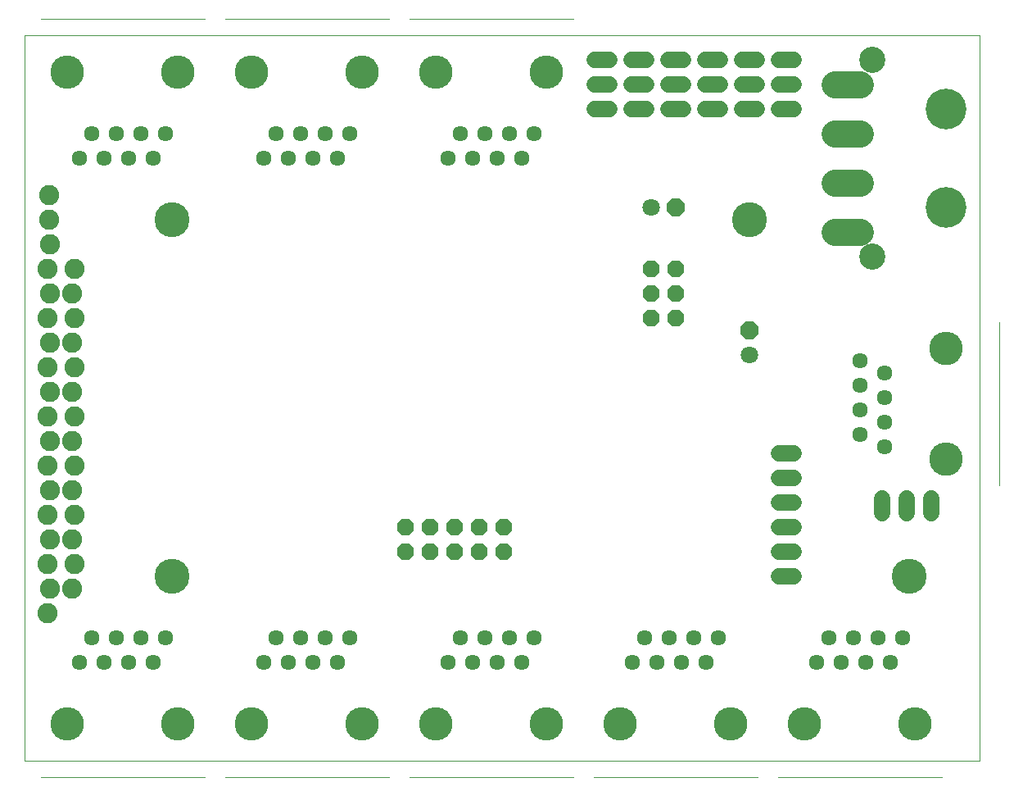
<source format=gbs>
G75*
%MOIN*%
%OFA0B0*%
%FSLAX25Y25*%
%IPPOS*%
%LPD*%
%AMOC8*
5,1,8,0,0,1.08239X$1,22.5*
%
%ADD10C,0.00000*%
%ADD11C,0.14186*%
%ADD12OC8,0.06800*%
%ADD13C,0.11036*%
%ADD14C,0.16548*%
%ADD15C,0.10643*%
%ADD16C,0.00039*%
%ADD17C,0.06343*%
%ADD18C,0.13600*%
%ADD19C,0.06800*%
%ADD20OC8,0.07100*%
%ADD21C,0.07100*%
%ADD22C,0.08200*%
D10*
X0004867Y0017038D02*
X0004867Y0311998D01*
X0393567Y0311998D01*
X0393567Y0017038D01*
X0004867Y0017038D01*
X0015967Y0032038D02*
X0015969Y0032198D01*
X0015975Y0032357D01*
X0015985Y0032516D01*
X0015999Y0032675D01*
X0016017Y0032834D01*
X0016038Y0032992D01*
X0016064Y0033149D01*
X0016094Y0033306D01*
X0016127Y0033462D01*
X0016165Y0033617D01*
X0016206Y0033771D01*
X0016251Y0033924D01*
X0016300Y0034076D01*
X0016353Y0034227D01*
X0016409Y0034376D01*
X0016470Y0034524D01*
X0016533Y0034670D01*
X0016601Y0034815D01*
X0016672Y0034958D01*
X0016746Y0035099D01*
X0016824Y0035238D01*
X0016906Y0035375D01*
X0016991Y0035510D01*
X0017079Y0035643D01*
X0017171Y0035774D01*
X0017265Y0035902D01*
X0017363Y0036028D01*
X0017464Y0036152D01*
X0017568Y0036273D01*
X0017675Y0036391D01*
X0017785Y0036507D01*
X0017898Y0036620D01*
X0018014Y0036730D01*
X0018132Y0036837D01*
X0018253Y0036941D01*
X0018377Y0037042D01*
X0018503Y0037140D01*
X0018631Y0037234D01*
X0018762Y0037326D01*
X0018895Y0037414D01*
X0019030Y0037499D01*
X0019167Y0037581D01*
X0019306Y0037659D01*
X0019447Y0037733D01*
X0019590Y0037804D01*
X0019735Y0037872D01*
X0019881Y0037935D01*
X0020029Y0037996D01*
X0020178Y0038052D01*
X0020329Y0038105D01*
X0020481Y0038154D01*
X0020634Y0038199D01*
X0020788Y0038240D01*
X0020943Y0038278D01*
X0021099Y0038311D01*
X0021256Y0038341D01*
X0021413Y0038367D01*
X0021571Y0038388D01*
X0021730Y0038406D01*
X0021889Y0038420D01*
X0022048Y0038430D01*
X0022207Y0038436D01*
X0022367Y0038438D01*
X0022527Y0038436D01*
X0022686Y0038430D01*
X0022845Y0038420D01*
X0023004Y0038406D01*
X0023163Y0038388D01*
X0023321Y0038367D01*
X0023478Y0038341D01*
X0023635Y0038311D01*
X0023791Y0038278D01*
X0023946Y0038240D01*
X0024100Y0038199D01*
X0024253Y0038154D01*
X0024405Y0038105D01*
X0024556Y0038052D01*
X0024705Y0037996D01*
X0024853Y0037935D01*
X0024999Y0037872D01*
X0025144Y0037804D01*
X0025287Y0037733D01*
X0025428Y0037659D01*
X0025567Y0037581D01*
X0025704Y0037499D01*
X0025839Y0037414D01*
X0025972Y0037326D01*
X0026103Y0037234D01*
X0026231Y0037140D01*
X0026357Y0037042D01*
X0026481Y0036941D01*
X0026602Y0036837D01*
X0026720Y0036730D01*
X0026836Y0036620D01*
X0026949Y0036507D01*
X0027059Y0036391D01*
X0027166Y0036273D01*
X0027270Y0036152D01*
X0027371Y0036028D01*
X0027469Y0035902D01*
X0027563Y0035774D01*
X0027655Y0035643D01*
X0027743Y0035510D01*
X0027828Y0035375D01*
X0027910Y0035238D01*
X0027988Y0035099D01*
X0028062Y0034958D01*
X0028133Y0034815D01*
X0028201Y0034670D01*
X0028264Y0034524D01*
X0028325Y0034376D01*
X0028381Y0034227D01*
X0028434Y0034076D01*
X0028483Y0033924D01*
X0028528Y0033771D01*
X0028569Y0033617D01*
X0028607Y0033462D01*
X0028640Y0033306D01*
X0028670Y0033149D01*
X0028696Y0032992D01*
X0028717Y0032834D01*
X0028735Y0032675D01*
X0028749Y0032516D01*
X0028759Y0032357D01*
X0028765Y0032198D01*
X0028767Y0032038D01*
X0028765Y0031878D01*
X0028759Y0031719D01*
X0028749Y0031560D01*
X0028735Y0031401D01*
X0028717Y0031242D01*
X0028696Y0031084D01*
X0028670Y0030927D01*
X0028640Y0030770D01*
X0028607Y0030614D01*
X0028569Y0030459D01*
X0028528Y0030305D01*
X0028483Y0030152D01*
X0028434Y0030000D01*
X0028381Y0029849D01*
X0028325Y0029700D01*
X0028264Y0029552D01*
X0028201Y0029406D01*
X0028133Y0029261D01*
X0028062Y0029118D01*
X0027988Y0028977D01*
X0027910Y0028838D01*
X0027828Y0028701D01*
X0027743Y0028566D01*
X0027655Y0028433D01*
X0027563Y0028302D01*
X0027469Y0028174D01*
X0027371Y0028048D01*
X0027270Y0027924D01*
X0027166Y0027803D01*
X0027059Y0027685D01*
X0026949Y0027569D01*
X0026836Y0027456D01*
X0026720Y0027346D01*
X0026602Y0027239D01*
X0026481Y0027135D01*
X0026357Y0027034D01*
X0026231Y0026936D01*
X0026103Y0026842D01*
X0025972Y0026750D01*
X0025839Y0026662D01*
X0025704Y0026577D01*
X0025567Y0026495D01*
X0025428Y0026417D01*
X0025287Y0026343D01*
X0025144Y0026272D01*
X0024999Y0026204D01*
X0024853Y0026141D01*
X0024705Y0026080D01*
X0024556Y0026024D01*
X0024405Y0025971D01*
X0024253Y0025922D01*
X0024100Y0025877D01*
X0023946Y0025836D01*
X0023791Y0025798D01*
X0023635Y0025765D01*
X0023478Y0025735D01*
X0023321Y0025709D01*
X0023163Y0025688D01*
X0023004Y0025670D01*
X0022845Y0025656D01*
X0022686Y0025646D01*
X0022527Y0025640D01*
X0022367Y0025638D01*
X0022207Y0025640D01*
X0022048Y0025646D01*
X0021889Y0025656D01*
X0021730Y0025670D01*
X0021571Y0025688D01*
X0021413Y0025709D01*
X0021256Y0025735D01*
X0021099Y0025765D01*
X0020943Y0025798D01*
X0020788Y0025836D01*
X0020634Y0025877D01*
X0020481Y0025922D01*
X0020329Y0025971D01*
X0020178Y0026024D01*
X0020029Y0026080D01*
X0019881Y0026141D01*
X0019735Y0026204D01*
X0019590Y0026272D01*
X0019447Y0026343D01*
X0019306Y0026417D01*
X0019167Y0026495D01*
X0019030Y0026577D01*
X0018895Y0026662D01*
X0018762Y0026750D01*
X0018631Y0026842D01*
X0018503Y0026936D01*
X0018377Y0027034D01*
X0018253Y0027135D01*
X0018132Y0027239D01*
X0018014Y0027346D01*
X0017898Y0027456D01*
X0017785Y0027569D01*
X0017675Y0027685D01*
X0017568Y0027803D01*
X0017464Y0027924D01*
X0017363Y0028048D01*
X0017265Y0028174D01*
X0017171Y0028302D01*
X0017079Y0028433D01*
X0016991Y0028566D01*
X0016906Y0028701D01*
X0016824Y0028838D01*
X0016746Y0028977D01*
X0016672Y0029118D01*
X0016601Y0029261D01*
X0016533Y0029406D01*
X0016470Y0029552D01*
X0016409Y0029700D01*
X0016353Y0029849D01*
X0016300Y0030000D01*
X0016251Y0030152D01*
X0016206Y0030305D01*
X0016165Y0030459D01*
X0016127Y0030614D01*
X0016094Y0030770D01*
X0016064Y0030927D01*
X0016038Y0031084D01*
X0016017Y0031242D01*
X0015999Y0031401D01*
X0015985Y0031560D01*
X0015975Y0031719D01*
X0015969Y0031878D01*
X0015967Y0032038D01*
X0060967Y0032038D02*
X0060969Y0032198D01*
X0060975Y0032357D01*
X0060985Y0032516D01*
X0060999Y0032675D01*
X0061017Y0032834D01*
X0061038Y0032992D01*
X0061064Y0033149D01*
X0061094Y0033306D01*
X0061127Y0033462D01*
X0061165Y0033617D01*
X0061206Y0033771D01*
X0061251Y0033924D01*
X0061300Y0034076D01*
X0061353Y0034227D01*
X0061409Y0034376D01*
X0061470Y0034524D01*
X0061533Y0034670D01*
X0061601Y0034815D01*
X0061672Y0034958D01*
X0061746Y0035099D01*
X0061824Y0035238D01*
X0061906Y0035375D01*
X0061991Y0035510D01*
X0062079Y0035643D01*
X0062171Y0035774D01*
X0062265Y0035902D01*
X0062363Y0036028D01*
X0062464Y0036152D01*
X0062568Y0036273D01*
X0062675Y0036391D01*
X0062785Y0036507D01*
X0062898Y0036620D01*
X0063014Y0036730D01*
X0063132Y0036837D01*
X0063253Y0036941D01*
X0063377Y0037042D01*
X0063503Y0037140D01*
X0063631Y0037234D01*
X0063762Y0037326D01*
X0063895Y0037414D01*
X0064030Y0037499D01*
X0064167Y0037581D01*
X0064306Y0037659D01*
X0064447Y0037733D01*
X0064590Y0037804D01*
X0064735Y0037872D01*
X0064881Y0037935D01*
X0065029Y0037996D01*
X0065178Y0038052D01*
X0065329Y0038105D01*
X0065481Y0038154D01*
X0065634Y0038199D01*
X0065788Y0038240D01*
X0065943Y0038278D01*
X0066099Y0038311D01*
X0066256Y0038341D01*
X0066413Y0038367D01*
X0066571Y0038388D01*
X0066730Y0038406D01*
X0066889Y0038420D01*
X0067048Y0038430D01*
X0067207Y0038436D01*
X0067367Y0038438D01*
X0067527Y0038436D01*
X0067686Y0038430D01*
X0067845Y0038420D01*
X0068004Y0038406D01*
X0068163Y0038388D01*
X0068321Y0038367D01*
X0068478Y0038341D01*
X0068635Y0038311D01*
X0068791Y0038278D01*
X0068946Y0038240D01*
X0069100Y0038199D01*
X0069253Y0038154D01*
X0069405Y0038105D01*
X0069556Y0038052D01*
X0069705Y0037996D01*
X0069853Y0037935D01*
X0069999Y0037872D01*
X0070144Y0037804D01*
X0070287Y0037733D01*
X0070428Y0037659D01*
X0070567Y0037581D01*
X0070704Y0037499D01*
X0070839Y0037414D01*
X0070972Y0037326D01*
X0071103Y0037234D01*
X0071231Y0037140D01*
X0071357Y0037042D01*
X0071481Y0036941D01*
X0071602Y0036837D01*
X0071720Y0036730D01*
X0071836Y0036620D01*
X0071949Y0036507D01*
X0072059Y0036391D01*
X0072166Y0036273D01*
X0072270Y0036152D01*
X0072371Y0036028D01*
X0072469Y0035902D01*
X0072563Y0035774D01*
X0072655Y0035643D01*
X0072743Y0035510D01*
X0072828Y0035375D01*
X0072910Y0035238D01*
X0072988Y0035099D01*
X0073062Y0034958D01*
X0073133Y0034815D01*
X0073201Y0034670D01*
X0073264Y0034524D01*
X0073325Y0034376D01*
X0073381Y0034227D01*
X0073434Y0034076D01*
X0073483Y0033924D01*
X0073528Y0033771D01*
X0073569Y0033617D01*
X0073607Y0033462D01*
X0073640Y0033306D01*
X0073670Y0033149D01*
X0073696Y0032992D01*
X0073717Y0032834D01*
X0073735Y0032675D01*
X0073749Y0032516D01*
X0073759Y0032357D01*
X0073765Y0032198D01*
X0073767Y0032038D01*
X0073765Y0031878D01*
X0073759Y0031719D01*
X0073749Y0031560D01*
X0073735Y0031401D01*
X0073717Y0031242D01*
X0073696Y0031084D01*
X0073670Y0030927D01*
X0073640Y0030770D01*
X0073607Y0030614D01*
X0073569Y0030459D01*
X0073528Y0030305D01*
X0073483Y0030152D01*
X0073434Y0030000D01*
X0073381Y0029849D01*
X0073325Y0029700D01*
X0073264Y0029552D01*
X0073201Y0029406D01*
X0073133Y0029261D01*
X0073062Y0029118D01*
X0072988Y0028977D01*
X0072910Y0028838D01*
X0072828Y0028701D01*
X0072743Y0028566D01*
X0072655Y0028433D01*
X0072563Y0028302D01*
X0072469Y0028174D01*
X0072371Y0028048D01*
X0072270Y0027924D01*
X0072166Y0027803D01*
X0072059Y0027685D01*
X0071949Y0027569D01*
X0071836Y0027456D01*
X0071720Y0027346D01*
X0071602Y0027239D01*
X0071481Y0027135D01*
X0071357Y0027034D01*
X0071231Y0026936D01*
X0071103Y0026842D01*
X0070972Y0026750D01*
X0070839Y0026662D01*
X0070704Y0026577D01*
X0070567Y0026495D01*
X0070428Y0026417D01*
X0070287Y0026343D01*
X0070144Y0026272D01*
X0069999Y0026204D01*
X0069853Y0026141D01*
X0069705Y0026080D01*
X0069556Y0026024D01*
X0069405Y0025971D01*
X0069253Y0025922D01*
X0069100Y0025877D01*
X0068946Y0025836D01*
X0068791Y0025798D01*
X0068635Y0025765D01*
X0068478Y0025735D01*
X0068321Y0025709D01*
X0068163Y0025688D01*
X0068004Y0025670D01*
X0067845Y0025656D01*
X0067686Y0025646D01*
X0067527Y0025640D01*
X0067367Y0025638D01*
X0067207Y0025640D01*
X0067048Y0025646D01*
X0066889Y0025656D01*
X0066730Y0025670D01*
X0066571Y0025688D01*
X0066413Y0025709D01*
X0066256Y0025735D01*
X0066099Y0025765D01*
X0065943Y0025798D01*
X0065788Y0025836D01*
X0065634Y0025877D01*
X0065481Y0025922D01*
X0065329Y0025971D01*
X0065178Y0026024D01*
X0065029Y0026080D01*
X0064881Y0026141D01*
X0064735Y0026204D01*
X0064590Y0026272D01*
X0064447Y0026343D01*
X0064306Y0026417D01*
X0064167Y0026495D01*
X0064030Y0026577D01*
X0063895Y0026662D01*
X0063762Y0026750D01*
X0063631Y0026842D01*
X0063503Y0026936D01*
X0063377Y0027034D01*
X0063253Y0027135D01*
X0063132Y0027239D01*
X0063014Y0027346D01*
X0062898Y0027456D01*
X0062785Y0027569D01*
X0062675Y0027685D01*
X0062568Y0027803D01*
X0062464Y0027924D01*
X0062363Y0028048D01*
X0062265Y0028174D01*
X0062171Y0028302D01*
X0062079Y0028433D01*
X0061991Y0028566D01*
X0061906Y0028701D01*
X0061824Y0028838D01*
X0061746Y0028977D01*
X0061672Y0029118D01*
X0061601Y0029261D01*
X0061533Y0029406D01*
X0061470Y0029552D01*
X0061409Y0029700D01*
X0061353Y0029849D01*
X0061300Y0030000D01*
X0061251Y0030152D01*
X0061206Y0030305D01*
X0061165Y0030459D01*
X0061127Y0030614D01*
X0061094Y0030770D01*
X0061064Y0030927D01*
X0061038Y0031084D01*
X0061017Y0031242D01*
X0060999Y0031401D01*
X0060985Y0031560D01*
X0060975Y0031719D01*
X0060969Y0031878D01*
X0060967Y0032038D01*
X0090967Y0032038D02*
X0090969Y0032198D01*
X0090975Y0032357D01*
X0090985Y0032516D01*
X0090999Y0032675D01*
X0091017Y0032834D01*
X0091038Y0032992D01*
X0091064Y0033149D01*
X0091094Y0033306D01*
X0091127Y0033462D01*
X0091165Y0033617D01*
X0091206Y0033771D01*
X0091251Y0033924D01*
X0091300Y0034076D01*
X0091353Y0034227D01*
X0091409Y0034376D01*
X0091470Y0034524D01*
X0091533Y0034670D01*
X0091601Y0034815D01*
X0091672Y0034958D01*
X0091746Y0035099D01*
X0091824Y0035238D01*
X0091906Y0035375D01*
X0091991Y0035510D01*
X0092079Y0035643D01*
X0092171Y0035774D01*
X0092265Y0035902D01*
X0092363Y0036028D01*
X0092464Y0036152D01*
X0092568Y0036273D01*
X0092675Y0036391D01*
X0092785Y0036507D01*
X0092898Y0036620D01*
X0093014Y0036730D01*
X0093132Y0036837D01*
X0093253Y0036941D01*
X0093377Y0037042D01*
X0093503Y0037140D01*
X0093631Y0037234D01*
X0093762Y0037326D01*
X0093895Y0037414D01*
X0094030Y0037499D01*
X0094167Y0037581D01*
X0094306Y0037659D01*
X0094447Y0037733D01*
X0094590Y0037804D01*
X0094735Y0037872D01*
X0094881Y0037935D01*
X0095029Y0037996D01*
X0095178Y0038052D01*
X0095329Y0038105D01*
X0095481Y0038154D01*
X0095634Y0038199D01*
X0095788Y0038240D01*
X0095943Y0038278D01*
X0096099Y0038311D01*
X0096256Y0038341D01*
X0096413Y0038367D01*
X0096571Y0038388D01*
X0096730Y0038406D01*
X0096889Y0038420D01*
X0097048Y0038430D01*
X0097207Y0038436D01*
X0097367Y0038438D01*
X0097527Y0038436D01*
X0097686Y0038430D01*
X0097845Y0038420D01*
X0098004Y0038406D01*
X0098163Y0038388D01*
X0098321Y0038367D01*
X0098478Y0038341D01*
X0098635Y0038311D01*
X0098791Y0038278D01*
X0098946Y0038240D01*
X0099100Y0038199D01*
X0099253Y0038154D01*
X0099405Y0038105D01*
X0099556Y0038052D01*
X0099705Y0037996D01*
X0099853Y0037935D01*
X0099999Y0037872D01*
X0100144Y0037804D01*
X0100287Y0037733D01*
X0100428Y0037659D01*
X0100567Y0037581D01*
X0100704Y0037499D01*
X0100839Y0037414D01*
X0100972Y0037326D01*
X0101103Y0037234D01*
X0101231Y0037140D01*
X0101357Y0037042D01*
X0101481Y0036941D01*
X0101602Y0036837D01*
X0101720Y0036730D01*
X0101836Y0036620D01*
X0101949Y0036507D01*
X0102059Y0036391D01*
X0102166Y0036273D01*
X0102270Y0036152D01*
X0102371Y0036028D01*
X0102469Y0035902D01*
X0102563Y0035774D01*
X0102655Y0035643D01*
X0102743Y0035510D01*
X0102828Y0035375D01*
X0102910Y0035238D01*
X0102988Y0035099D01*
X0103062Y0034958D01*
X0103133Y0034815D01*
X0103201Y0034670D01*
X0103264Y0034524D01*
X0103325Y0034376D01*
X0103381Y0034227D01*
X0103434Y0034076D01*
X0103483Y0033924D01*
X0103528Y0033771D01*
X0103569Y0033617D01*
X0103607Y0033462D01*
X0103640Y0033306D01*
X0103670Y0033149D01*
X0103696Y0032992D01*
X0103717Y0032834D01*
X0103735Y0032675D01*
X0103749Y0032516D01*
X0103759Y0032357D01*
X0103765Y0032198D01*
X0103767Y0032038D01*
X0103765Y0031878D01*
X0103759Y0031719D01*
X0103749Y0031560D01*
X0103735Y0031401D01*
X0103717Y0031242D01*
X0103696Y0031084D01*
X0103670Y0030927D01*
X0103640Y0030770D01*
X0103607Y0030614D01*
X0103569Y0030459D01*
X0103528Y0030305D01*
X0103483Y0030152D01*
X0103434Y0030000D01*
X0103381Y0029849D01*
X0103325Y0029700D01*
X0103264Y0029552D01*
X0103201Y0029406D01*
X0103133Y0029261D01*
X0103062Y0029118D01*
X0102988Y0028977D01*
X0102910Y0028838D01*
X0102828Y0028701D01*
X0102743Y0028566D01*
X0102655Y0028433D01*
X0102563Y0028302D01*
X0102469Y0028174D01*
X0102371Y0028048D01*
X0102270Y0027924D01*
X0102166Y0027803D01*
X0102059Y0027685D01*
X0101949Y0027569D01*
X0101836Y0027456D01*
X0101720Y0027346D01*
X0101602Y0027239D01*
X0101481Y0027135D01*
X0101357Y0027034D01*
X0101231Y0026936D01*
X0101103Y0026842D01*
X0100972Y0026750D01*
X0100839Y0026662D01*
X0100704Y0026577D01*
X0100567Y0026495D01*
X0100428Y0026417D01*
X0100287Y0026343D01*
X0100144Y0026272D01*
X0099999Y0026204D01*
X0099853Y0026141D01*
X0099705Y0026080D01*
X0099556Y0026024D01*
X0099405Y0025971D01*
X0099253Y0025922D01*
X0099100Y0025877D01*
X0098946Y0025836D01*
X0098791Y0025798D01*
X0098635Y0025765D01*
X0098478Y0025735D01*
X0098321Y0025709D01*
X0098163Y0025688D01*
X0098004Y0025670D01*
X0097845Y0025656D01*
X0097686Y0025646D01*
X0097527Y0025640D01*
X0097367Y0025638D01*
X0097207Y0025640D01*
X0097048Y0025646D01*
X0096889Y0025656D01*
X0096730Y0025670D01*
X0096571Y0025688D01*
X0096413Y0025709D01*
X0096256Y0025735D01*
X0096099Y0025765D01*
X0095943Y0025798D01*
X0095788Y0025836D01*
X0095634Y0025877D01*
X0095481Y0025922D01*
X0095329Y0025971D01*
X0095178Y0026024D01*
X0095029Y0026080D01*
X0094881Y0026141D01*
X0094735Y0026204D01*
X0094590Y0026272D01*
X0094447Y0026343D01*
X0094306Y0026417D01*
X0094167Y0026495D01*
X0094030Y0026577D01*
X0093895Y0026662D01*
X0093762Y0026750D01*
X0093631Y0026842D01*
X0093503Y0026936D01*
X0093377Y0027034D01*
X0093253Y0027135D01*
X0093132Y0027239D01*
X0093014Y0027346D01*
X0092898Y0027456D01*
X0092785Y0027569D01*
X0092675Y0027685D01*
X0092568Y0027803D01*
X0092464Y0027924D01*
X0092363Y0028048D01*
X0092265Y0028174D01*
X0092171Y0028302D01*
X0092079Y0028433D01*
X0091991Y0028566D01*
X0091906Y0028701D01*
X0091824Y0028838D01*
X0091746Y0028977D01*
X0091672Y0029118D01*
X0091601Y0029261D01*
X0091533Y0029406D01*
X0091470Y0029552D01*
X0091409Y0029700D01*
X0091353Y0029849D01*
X0091300Y0030000D01*
X0091251Y0030152D01*
X0091206Y0030305D01*
X0091165Y0030459D01*
X0091127Y0030614D01*
X0091094Y0030770D01*
X0091064Y0030927D01*
X0091038Y0031084D01*
X0091017Y0031242D01*
X0090999Y0031401D01*
X0090985Y0031560D01*
X0090975Y0031719D01*
X0090969Y0031878D01*
X0090967Y0032038D01*
X0135967Y0032038D02*
X0135969Y0032198D01*
X0135975Y0032357D01*
X0135985Y0032516D01*
X0135999Y0032675D01*
X0136017Y0032834D01*
X0136038Y0032992D01*
X0136064Y0033149D01*
X0136094Y0033306D01*
X0136127Y0033462D01*
X0136165Y0033617D01*
X0136206Y0033771D01*
X0136251Y0033924D01*
X0136300Y0034076D01*
X0136353Y0034227D01*
X0136409Y0034376D01*
X0136470Y0034524D01*
X0136533Y0034670D01*
X0136601Y0034815D01*
X0136672Y0034958D01*
X0136746Y0035099D01*
X0136824Y0035238D01*
X0136906Y0035375D01*
X0136991Y0035510D01*
X0137079Y0035643D01*
X0137171Y0035774D01*
X0137265Y0035902D01*
X0137363Y0036028D01*
X0137464Y0036152D01*
X0137568Y0036273D01*
X0137675Y0036391D01*
X0137785Y0036507D01*
X0137898Y0036620D01*
X0138014Y0036730D01*
X0138132Y0036837D01*
X0138253Y0036941D01*
X0138377Y0037042D01*
X0138503Y0037140D01*
X0138631Y0037234D01*
X0138762Y0037326D01*
X0138895Y0037414D01*
X0139030Y0037499D01*
X0139167Y0037581D01*
X0139306Y0037659D01*
X0139447Y0037733D01*
X0139590Y0037804D01*
X0139735Y0037872D01*
X0139881Y0037935D01*
X0140029Y0037996D01*
X0140178Y0038052D01*
X0140329Y0038105D01*
X0140481Y0038154D01*
X0140634Y0038199D01*
X0140788Y0038240D01*
X0140943Y0038278D01*
X0141099Y0038311D01*
X0141256Y0038341D01*
X0141413Y0038367D01*
X0141571Y0038388D01*
X0141730Y0038406D01*
X0141889Y0038420D01*
X0142048Y0038430D01*
X0142207Y0038436D01*
X0142367Y0038438D01*
X0142527Y0038436D01*
X0142686Y0038430D01*
X0142845Y0038420D01*
X0143004Y0038406D01*
X0143163Y0038388D01*
X0143321Y0038367D01*
X0143478Y0038341D01*
X0143635Y0038311D01*
X0143791Y0038278D01*
X0143946Y0038240D01*
X0144100Y0038199D01*
X0144253Y0038154D01*
X0144405Y0038105D01*
X0144556Y0038052D01*
X0144705Y0037996D01*
X0144853Y0037935D01*
X0144999Y0037872D01*
X0145144Y0037804D01*
X0145287Y0037733D01*
X0145428Y0037659D01*
X0145567Y0037581D01*
X0145704Y0037499D01*
X0145839Y0037414D01*
X0145972Y0037326D01*
X0146103Y0037234D01*
X0146231Y0037140D01*
X0146357Y0037042D01*
X0146481Y0036941D01*
X0146602Y0036837D01*
X0146720Y0036730D01*
X0146836Y0036620D01*
X0146949Y0036507D01*
X0147059Y0036391D01*
X0147166Y0036273D01*
X0147270Y0036152D01*
X0147371Y0036028D01*
X0147469Y0035902D01*
X0147563Y0035774D01*
X0147655Y0035643D01*
X0147743Y0035510D01*
X0147828Y0035375D01*
X0147910Y0035238D01*
X0147988Y0035099D01*
X0148062Y0034958D01*
X0148133Y0034815D01*
X0148201Y0034670D01*
X0148264Y0034524D01*
X0148325Y0034376D01*
X0148381Y0034227D01*
X0148434Y0034076D01*
X0148483Y0033924D01*
X0148528Y0033771D01*
X0148569Y0033617D01*
X0148607Y0033462D01*
X0148640Y0033306D01*
X0148670Y0033149D01*
X0148696Y0032992D01*
X0148717Y0032834D01*
X0148735Y0032675D01*
X0148749Y0032516D01*
X0148759Y0032357D01*
X0148765Y0032198D01*
X0148767Y0032038D01*
X0148765Y0031878D01*
X0148759Y0031719D01*
X0148749Y0031560D01*
X0148735Y0031401D01*
X0148717Y0031242D01*
X0148696Y0031084D01*
X0148670Y0030927D01*
X0148640Y0030770D01*
X0148607Y0030614D01*
X0148569Y0030459D01*
X0148528Y0030305D01*
X0148483Y0030152D01*
X0148434Y0030000D01*
X0148381Y0029849D01*
X0148325Y0029700D01*
X0148264Y0029552D01*
X0148201Y0029406D01*
X0148133Y0029261D01*
X0148062Y0029118D01*
X0147988Y0028977D01*
X0147910Y0028838D01*
X0147828Y0028701D01*
X0147743Y0028566D01*
X0147655Y0028433D01*
X0147563Y0028302D01*
X0147469Y0028174D01*
X0147371Y0028048D01*
X0147270Y0027924D01*
X0147166Y0027803D01*
X0147059Y0027685D01*
X0146949Y0027569D01*
X0146836Y0027456D01*
X0146720Y0027346D01*
X0146602Y0027239D01*
X0146481Y0027135D01*
X0146357Y0027034D01*
X0146231Y0026936D01*
X0146103Y0026842D01*
X0145972Y0026750D01*
X0145839Y0026662D01*
X0145704Y0026577D01*
X0145567Y0026495D01*
X0145428Y0026417D01*
X0145287Y0026343D01*
X0145144Y0026272D01*
X0144999Y0026204D01*
X0144853Y0026141D01*
X0144705Y0026080D01*
X0144556Y0026024D01*
X0144405Y0025971D01*
X0144253Y0025922D01*
X0144100Y0025877D01*
X0143946Y0025836D01*
X0143791Y0025798D01*
X0143635Y0025765D01*
X0143478Y0025735D01*
X0143321Y0025709D01*
X0143163Y0025688D01*
X0143004Y0025670D01*
X0142845Y0025656D01*
X0142686Y0025646D01*
X0142527Y0025640D01*
X0142367Y0025638D01*
X0142207Y0025640D01*
X0142048Y0025646D01*
X0141889Y0025656D01*
X0141730Y0025670D01*
X0141571Y0025688D01*
X0141413Y0025709D01*
X0141256Y0025735D01*
X0141099Y0025765D01*
X0140943Y0025798D01*
X0140788Y0025836D01*
X0140634Y0025877D01*
X0140481Y0025922D01*
X0140329Y0025971D01*
X0140178Y0026024D01*
X0140029Y0026080D01*
X0139881Y0026141D01*
X0139735Y0026204D01*
X0139590Y0026272D01*
X0139447Y0026343D01*
X0139306Y0026417D01*
X0139167Y0026495D01*
X0139030Y0026577D01*
X0138895Y0026662D01*
X0138762Y0026750D01*
X0138631Y0026842D01*
X0138503Y0026936D01*
X0138377Y0027034D01*
X0138253Y0027135D01*
X0138132Y0027239D01*
X0138014Y0027346D01*
X0137898Y0027456D01*
X0137785Y0027569D01*
X0137675Y0027685D01*
X0137568Y0027803D01*
X0137464Y0027924D01*
X0137363Y0028048D01*
X0137265Y0028174D01*
X0137171Y0028302D01*
X0137079Y0028433D01*
X0136991Y0028566D01*
X0136906Y0028701D01*
X0136824Y0028838D01*
X0136746Y0028977D01*
X0136672Y0029118D01*
X0136601Y0029261D01*
X0136533Y0029406D01*
X0136470Y0029552D01*
X0136409Y0029700D01*
X0136353Y0029849D01*
X0136300Y0030000D01*
X0136251Y0030152D01*
X0136206Y0030305D01*
X0136165Y0030459D01*
X0136127Y0030614D01*
X0136094Y0030770D01*
X0136064Y0030927D01*
X0136038Y0031084D01*
X0136017Y0031242D01*
X0135999Y0031401D01*
X0135985Y0031560D01*
X0135975Y0031719D01*
X0135969Y0031878D01*
X0135967Y0032038D01*
X0165967Y0032038D02*
X0165969Y0032198D01*
X0165975Y0032357D01*
X0165985Y0032516D01*
X0165999Y0032675D01*
X0166017Y0032834D01*
X0166038Y0032992D01*
X0166064Y0033149D01*
X0166094Y0033306D01*
X0166127Y0033462D01*
X0166165Y0033617D01*
X0166206Y0033771D01*
X0166251Y0033924D01*
X0166300Y0034076D01*
X0166353Y0034227D01*
X0166409Y0034376D01*
X0166470Y0034524D01*
X0166533Y0034670D01*
X0166601Y0034815D01*
X0166672Y0034958D01*
X0166746Y0035099D01*
X0166824Y0035238D01*
X0166906Y0035375D01*
X0166991Y0035510D01*
X0167079Y0035643D01*
X0167171Y0035774D01*
X0167265Y0035902D01*
X0167363Y0036028D01*
X0167464Y0036152D01*
X0167568Y0036273D01*
X0167675Y0036391D01*
X0167785Y0036507D01*
X0167898Y0036620D01*
X0168014Y0036730D01*
X0168132Y0036837D01*
X0168253Y0036941D01*
X0168377Y0037042D01*
X0168503Y0037140D01*
X0168631Y0037234D01*
X0168762Y0037326D01*
X0168895Y0037414D01*
X0169030Y0037499D01*
X0169167Y0037581D01*
X0169306Y0037659D01*
X0169447Y0037733D01*
X0169590Y0037804D01*
X0169735Y0037872D01*
X0169881Y0037935D01*
X0170029Y0037996D01*
X0170178Y0038052D01*
X0170329Y0038105D01*
X0170481Y0038154D01*
X0170634Y0038199D01*
X0170788Y0038240D01*
X0170943Y0038278D01*
X0171099Y0038311D01*
X0171256Y0038341D01*
X0171413Y0038367D01*
X0171571Y0038388D01*
X0171730Y0038406D01*
X0171889Y0038420D01*
X0172048Y0038430D01*
X0172207Y0038436D01*
X0172367Y0038438D01*
X0172527Y0038436D01*
X0172686Y0038430D01*
X0172845Y0038420D01*
X0173004Y0038406D01*
X0173163Y0038388D01*
X0173321Y0038367D01*
X0173478Y0038341D01*
X0173635Y0038311D01*
X0173791Y0038278D01*
X0173946Y0038240D01*
X0174100Y0038199D01*
X0174253Y0038154D01*
X0174405Y0038105D01*
X0174556Y0038052D01*
X0174705Y0037996D01*
X0174853Y0037935D01*
X0174999Y0037872D01*
X0175144Y0037804D01*
X0175287Y0037733D01*
X0175428Y0037659D01*
X0175567Y0037581D01*
X0175704Y0037499D01*
X0175839Y0037414D01*
X0175972Y0037326D01*
X0176103Y0037234D01*
X0176231Y0037140D01*
X0176357Y0037042D01*
X0176481Y0036941D01*
X0176602Y0036837D01*
X0176720Y0036730D01*
X0176836Y0036620D01*
X0176949Y0036507D01*
X0177059Y0036391D01*
X0177166Y0036273D01*
X0177270Y0036152D01*
X0177371Y0036028D01*
X0177469Y0035902D01*
X0177563Y0035774D01*
X0177655Y0035643D01*
X0177743Y0035510D01*
X0177828Y0035375D01*
X0177910Y0035238D01*
X0177988Y0035099D01*
X0178062Y0034958D01*
X0178133Y0034815D01*
X0178201Y0034670D01*
X0178264Y0034524D01*
X0178325Y0034376D01*
X0178381Y0034227D01*
X0178434Y0034076D01*
X0178483Y0033924D01*
X0178528Y0033771D01*
X0178569Y0033617D01*
X0178607Y0033462D01*
X0178640Y0033306D01*
X0178670Y0033149D01*
X0178696Y0032992D01*
X0178717Y0032834D01*
X0178735Y0032675D01*
X0178749Y0032516D01*
X0178759Y0032357D01*
X0178765Y0032198D01*
X0178767Y0032038D01*
X0178765Y0031878D01*
X0178759Y0031719D01*
X0178749Y0031560D01*
X0178735Y0031401D01*
X0178717Y0031242D01*
X0178696Y0031084D01*
X0178670Y0030927D01*
X0178640Y0030770D01*
X0178607Y0030614D01*
X0178569Y0030459D01*
X0178528Y0030305D01*
X0178483Y0030152D01*
X0178434Y0030000D01*
X0178381Y0029849D01*
X0178325Y0029700D01*
X0178264Y0029552D01*
X0178201Y0029406D01*
X0178133Y0029261D01*
X0178062Y0029118D01*
X0177988Y0028977D01*
X0177910Y0028838D01*
X0177828Y0028701D01*
X0177743Y0028566D01*
X0177655Y0028433D01*
X0177563Y0028302D01*
X0177469Y0028174D01*
X0177371Y0028048D01*
X0177270Y0027924D01*
X0177166Y0027803D01*
X0177059Y0027685D01*
X0176949Y0027569D01*
X0176836Y0027456D01*
X0176720Y0027346D01*
X0176602Y0027239D01*
X0176481Y0027135D01*
X0176357Y0027034D01*
X0176231Y0026936D01*
X0176103Y0026842D01*
X0175972Y0026750D01*
X0175839Y0026662D01*
X0175704Y0026577D01*
X0175567Y0026495D01*
X0175428Y0026417D01*
X0175287Y0026343D01*
X0175144Y0026272D01*
X0174999Y0026204D01*
X0174853Y0026141D01*
X0174705Y0026080D01*
X0174556Y0026024D01*
X0174405Y0025971D01*
X0174253Y0025922D01*
X0174100Y0025877D01*
X0173946Y0025836D01*
X0173791Y0025798D01*
X0173635Y0025765D01*
X0173478Y0025735D01*
X0173321Y0025709D01*
X0173163Y0025688D01*
X0173004Y0025670D01*
X0172845Y0025656D01*
X0172686Y0025646D01*
X0172527Y0025640D01*
X0172367Y0025638D01*
X0172207Y0025640D01*
X0172048Y0025646D01*
X0171889Y0025656D01*
X0171730Y0025670D01*
X0171571Y0025688D01*
X0171413Y0025709D01*
X0171256Y0025735D01*
X0171099Y0025765D01*
X0170943Y0025798D01*
X0170788Y0025836D01*
X0170634Y0025877D01*
X0170481Y0025922D01*
X0170329Y0025971D01*
X0170178Y0026024D01*
X0170029Y0026080D01*
X0169881Y0026141D01*
X0169735Y0026204D01*
X0169590Y0026272D01*
X0169447Y0026343D01*
X0169306Y0026417D01*
X0169167Y0026495D01*
X0169030Y0026577D01*
X0168895Y0026662D01*
X0168762Y0026750D01*
X0168631Y0026842D01*
X0168503Y0026936D01*
X0168377Y0027034D01*
X0168253Y0027135D01*
X0168132Y0027239D01*
X0168014Y0027346D01*
X0167898Y0027456D01*
X0167785Y0027569D01*
X0167675Y0027685D01*
X0167568Y0027803D01*
X0167464Y0027924D01*
X0167363Y0028048D01*
X0167265Y0028174D01*
X0167171Y0028302D01*
X0167079Y0028433D01*
X0166991Y0028566D01*
X0166906Y0028701D01*
X0166824Y0028838D01*
X0166746Y0028977D01*
X0166672Y0029118D01*
X0166601Y0029261D01*
X0166533Y0029406D01*
X0166470Y0029552D01*
X0166409Y0029700D01*
X0166353Y0029849D01*
X0166300Y0030000D01*
X0166251Y0030152D01*
X0166206Y0030305D01*
X0166165Y0030459D01*
X0166127Y0030614D01*
X0166094Y0030770D01*
X0166064Y0030927D01*
X0166038Y0031084D01*
X0166017Y0031242D01*
X0165999Y0031401D01*
X0165985Y0031560D01*
X0165975Y0031719D01*
X0165969Y0031878D01*
X0165967Y0032038D01*
X0210967Y0032038D02*
X0210969Y0032198D01*
X0210975Y0032357D01*
X0210985Y0032516D01*
X0210999Y0032675D01*
X0211017Y0032834D01*
X0211038Y0032992D01*
X0211064Y0033149D01*
X0211094Y0033306D01*
X0211127Y0033462D01*
X0211165Y0033617D01*
X0211206Y0033771D01*
X0211251Y0033924D01*
X0211300Y0034076D01*
X0211353Y0034227D01*
X0211409Y0034376D01*
X0211470Y0034524D01*
X0211533Y0034670D01*
X0211601Y0034815D01*
X0211672Y0034958D01*
X0211746Y0035099D01*
X0211824Y0035238D01*
X0211906Y0035375D01*
X0211991Y0035510D01*
X0212079Y0035643D01*
X0212171Y0035774D01*
X0212265Y0035902D01*
X0212363Y0036028D01*
X0212464Y0036152D01*
X0212568Y0036273D01*
X0212675Y0036391D01*
X0212785Y0036507D01*
X0212898Y0036620D01*
X0213014Y0036730D01*
X0213132Y0036837D01*
X0213253Y0036941D01*
X0213377Y0037042D01*
X0213503Y0037140D01*
X0213631Y0037234D01*
X0213762Y0037326D01*
X0213895Y0037414D01*
X0214030Y0037499D01*
X0214167Y0037581D01*
X0214306Y0037659D01*
X0214447Y0037733D01*
X0214590Y0037804D01*
X0214735Y0037872D01*
X0214881Y0037935D01*
X0215029Y0037996D01*
X0215178Y0038052D01*
X0215329Y0038105D01*
X0215481Y0038154D01*
X0215634Y0038199D01*
X0215788Y0038240D01*
X0215943Y0038278D01*
X0216099Y0038311D01*
X0216256Y0038341D01*
X0216413Y0038367D01*
X0216571Y0038388D01*
X0216730Y0038406D01*
X0216889Y0038420D01*
X0217048Y0038430D01*
X0217207Y0038436D01*
X0217367Y0038438D01*
X0217527Y0038436D01*
X0217686Y0038430D01*
X0217845Y0038420D01*
X0218004Y0038406D01*
X0218163Y0038388D01*
X0218321Y0038367D01*
X0218478Y0038341D01*
X0218635Y0038311D01*
X0218791Y0038278D01*
X0218946Y0038240D01*
X0219100Y0038199D01*
X0219253Y0038154D01*
X0219405Y0038105D01*
X0219556Y0038052D01*
X0219705Y0037996D01*
X0219853Y0037935D01*
X0219999Y0037872D01*
X0220144Y0037804D01*
X0220287Y0037733D01*
X0220428Y0037659D01*
X0220567Y0037581D01*
X0220704Y0037499D01*
X0220839Y0037414D01*
X0220972Y0037326D01*
X0221103Y0037234D01*
X0221231Y0037140D01*
X0221357Y0037042D01*
X0221481Y0036941D01*
X0221602Y0036837D01*
X0221720Y0036730D01*
X0221836Y0036620D01*
X0221949Y0036507D01*
X0222059Y0036391D01*
X0222166Y0036273D01*
X0222270Y0036152D01*
X0222371Y0036028D01*
X0222469Y0035902D01*
X0222563Y0035774D01*
X0222655Y0035643D01*
X0222743Y0035510D01*
X0222828Y0035375D01*
X0222910Y0035238D01*
X0222988Y0035099D01*
X0223062Y0034958D01*
X0223133Y0034815D01*
X0223201Y0034670D01*
X0223264Y0034524D01*
X0223325Y0034376D01*
X0223381Y0034227D01*
X0223434Y0034076D01*
X0223483Y0033924D01*
X0223528Y0033771D01*
X0223569Y0033617D01*
X0223607Y0033462D01*
X0223640Y0033306D01*
X0223670Y0033149D01*
X0223696Y0032992D01*
X0223717Y0032834D01*
X0223735Y0032675D01*
X0223749Y0032516D01*
X0223759Y0032357D01*
X0223765Y0032198D01*
X0223767Y0032038D01*
X0223765Y0031878D01*
X0223759Y0031719D01*
X0223749Y0031560D01*
X0223735Y0031401D01*
X0223717Y0031242D01*
X0223696Y0031084D01*
X0223670Y0030927D01*
X0223640Y0030770D01*
X0223607Y0030614D01*
X0223569Y0030459D01*
X0223528Y0030305D01*
X0223483Y0030152D01*
X0223434Y0030000D01*
X0223381Y0029849D01*
X0223325Y0029700D01*
X0223264Y0029552D01*
X0223201Y0029406D01*
X0223133Y0029261D01*
X0223062Y0029118D01*
X0222988Y0028977D01*
X0222910Y0028838D01*
X0222828Y0028701D01*
X0222743Y0028566D01*
X0222655Y0028433D01*
X0222563Y0028302D01*
X0222469Y0028174D01*
X0222371Y0028048D01*
X0222270Y0027924D01*
X0222166Y0027803D01*
X0222059Y0027685D01*
X0221949Y0027569D01*
X0221836Y0027456D01*
X0221720Y0027346D01*
X0221602Y0027239D01*
X0221481Y0027135D01*
X0221357Y0027034D01*
X0221231Y0026936D01*
X0221103Y0026842D01*
X0220972Y0026750D01*
X0220839Y0026662D01*
X0220704Y0026577D01*
X0220567Y0026495D01*
X0220428Y0026417D01*
X0220287Y0026343D01*
X0220144Y0026272D01*
X0219999Y0026204D01*
X0219853Y0026141D01*
X0219705Y0026080D01*
X0219556Y0026024D01*
X0219405Y0025971D01*
X0219253Y0025922D01*
X0219100Y0025877D01*
X0218946Y0025836D01*
X0218791Y0025798D01*
X0218635Y0025765D01*
X0218478Y0025735D01*
X0218321Y0025709D01*
X0218163Y0025688D01*
X0218004Y0025670D01*
X0217845Y0025656D01*
X0217686Y0025646D01*
X0217527Y0025640D01*
X0217367Y0025638D01*
X0217207Y0025640D01*
X0217048Y0025646D01*
X0216889Y0025656D01*
X0216730Y0025670D01*
X0216571Y0025688D01*
X0216413Y0025709D01*
X0216256Y0025735D01*
X0216099Y0025765D01*
X0215943Y0025798D01*
X0215788Y0025836D01*
X0215634Y0025877D01*
X0215481Y0025922D01*
X0215329Y0025971D01*
X0215178Y0026024D01*
X0215029Y0026080D01*
X0214881Y0026141D01*
X0214735Y0026204D01*
X0214590Y0026272D01*
X0214447Y0026343D01*
X0214306Y0026417D01*
X0214167Y0026495D01*
X0214030Y0026577D01*
X0213895Y0026662D01*
X0213762Y0026750D01*
X0213631Y0026842D01*
X0213503Y0026936D01*
X0213377Y0027034D01*
X0213253Y0027135D01*
X0213132Y0027239D01*
X0213014Y0027346D01*
X0212898Y0027456D01*
X0212785Y0027569D01*
X0212675Y0027685D01*
X0212568Y0027803D01*
X0212464Y0027924D01*
X0212363Y0028048D01*
X0212265Y0028174D01*
X0212171Y0028302D01*
X0212079Y0028433D01*
X0211991Y0028566D01*
X0211906Y0028701D01*
X0211824Y0028838D01*
X0211746Y0028977D01*
X0211672Y0029118D01*
X0211601Y0029261D01*
X0211533Y0029406D01*
X0211470Y0029552D01*
X0211409Y0029700D01*
X0211353Y0029849D01*
X0211300Y0030000D01*
X0211251Y0030152D01*
X0211206Y0030305D01*
X0211165Y0030459D01*
X0211127Y0030614D01*
X0211094Y0030770D01*
X0211064Y0030927D01*
X0211038Y0031084D01*
X0211017Y0031242D01*
X0210999Y0031401D01*
X0210985Y0031560D01*
X0210975Y0031719D01*
X0210969Y0031878D01*
X0210967Y0032038D01*
X0240967Y0032038D02*
X0240969Y0032198D01*
X0240975Y0032357D01*
X0240985Y0032516D01*
X0240999Y0032675D01*
X0241017Y0032834D01*
X0241038Y0032992D01*
X0241064Y0033149D01*
X0241094Y0033306D01*
X0241127Y0033462D01*
X0241165Y0033617D01*
X0241206Y0033771D01*
X0241251Y0033924D01*
X0241300Y0034076D01*
X0241353Y0034227D01*
X0241409Y0034376D01*
X0241470Y0034524D01*
X0241533Y0034670D01*
X0241601Y0034815D01*
X0241672Y0034958D01*
X0241746Y0035099D01*
X0241824Y0035238D01*
X0241906Y0035375D01*
X0241991Y0035510D01*
X0242079Y0035643D01*
X0242171Y0035774D01*
X0242265Y0035902D01*
X0242363Y0036028D01*
X0242464Y0036152D01*
X0242568Y0036273D01*
X0242675Y0036391D01*
X0242785Y0036507D01*
X0242898Y0036620D01*
X0243014Y0036730D01*
X0243132Y0036837D01*
X0243253Y0036941D01*
X0243377Y0037042D01*
X0243503Y0037140D01*
X0243631Y0037234D01*
X0243762Y0037326D01*
X0243895Y0037414D01*
X0244030Y0037499D01*
X0244167Y0037581D01*
X0244306Y0037659D01*
X0244447Y0037733D01*
X0244590Y0037804D01*
X0244735Y0037872D01*
X0244881Y0037935D01*
X0245029Y0037996D01*
X0245178Y0038052D01*
X0245329Y0038105D01*
X0245481Y0038154D01*
X0245634Y0038199D01*
X0245788Y0038240D01*
X0245943Y0038278D01*
X0246099Y0038311D01*
X0246256Y0038341D01*
X0246413Y0038367D01*
X0246571Y0038388D01*
X0246730Y0038406D01*
X0246889Y0038420D01*
X0247048Y0038430D01*
X0247207Y0038436D01*
X0247367Y0038438D01*
X0247527Y0038436D01*
X0247686Y0038430D01*
X0247845Y0038420D01*
X0248004Y0038406D01*
X0248163Y0038388D01*
X0248321Y0038367D01*
X0248478Y0038341D01*
X0248635Y0038311D01*
X0248791Y0038278D01*
X0248946Y0038240D01*
X0249100Y0038199D01*
X0249253Y0038154D01*
X0249405Y0038105D01*
X0249556Y0038052D01*
X0249705Y0037996D01*
X0249853Y0037935D01*
X0249999Y0037872D01*
X0250144Y0037804D01*
X0250287Y0037733D01*
X0250428Y0037659D01*
X0250567Y0037581D01*
X0250704Y0037499D01*
X0250839Y0037414D01*
X0250972Y0037326D01*
X0251103Y0037234D01*
X0251231Y0037140D01*
X0251357Y0037042D01*
X0251481Y0036941D01*
X0251602Y0036837D01*
X0251720Y0036730D01*
X0251836Y0036620D01*
X0251949Y0036507D01*
X0252059Y0036391D01*
X0252166Y0036273D01*
X0252270Y0036152D01*
X0252371Y0036028D01*
X0252469Y0035902D01*
X0252563Y0035774D01*
X0252655Y0035643D01*
X0252743Y0035510D01*
X0252828Y0035375D01*
X0252910Y0035238D01*
X0252988Y0035099D01*
X0253062Y0034958D01*
X0253133Y0034815D01*
X0253201Y0034670D01*
X0253264Y0034524D01*
X0253325Y0034376D01*
X0253381Y0034227D01*
X0253434Y0034076D01*
X0253483Y0033924D01*
X0253528Y0033771D01*
X0253569Y0033617D01*
X0253607Y0033462D01*
X0253640Y0033306D01*
X0253670Y0033149D01*
X0253696Y0032992D01*
X0253717Y0032834D01*
X0253735Y0032675D01*
X0253749Y0032516D01*
X0253759Y0032357D01*
X0253765Y0032198D01*
X0253767Y0032038D01*
X0253765Y0031878D01*
X0253759Y0031719D01*
X0253749Y0031560D01*
X0253735Y0031401D01*
X0253717Y0031242D01*
X0253696Y0031084D01*
X0253670Y0030927D01*
X0253640Y0030770D01*
X0253607Y0030614D01*
X0253569Y0030459D01*
X0253528Y0030305D01*
X0253483Y0030152D01*
X0253434Y0030000D01*
X0253381Y0029849D01*
X0253325Y0029700D01*
X0253264Y0029552D01*
X0253201Y0029406D01*
X0253133Y0029261D01*
X0253062Y0029118D01*
X0252988Y0028977D01*
X0252910Y0028838D01*
X0252828Y0028701D01*
X0252743Y0028566D01*
X0252655Y0028433D01*
X0252563Y0028302D01*
X0252469Y0028174D01*
X0252371Y0028048D01*
X0252270Y0027924D01*
X0252166Y0027803D01*
X0252059Y0027685D01*
X0251949Y0027569D01*
X0251836Y0027456D01*
X0251720Y0027346D01*
X0251602Y0027239D01*
X0251481Y0027135D01*
X0251357Y0027034D01*
X0251231Y0026936D01*
X0251103Y0026842D01*
X0250972Y0026750D01*
X0250839Y0026662D01*
X0250704Y0026577D01*
X0250567Y0026495D01*
X0250428Y0026417D01*
X0250287Y0026343D01*
X0250144Y0026272D01*
X0249999Y0026204D01*
X0249853Y0026141D01*
X0249705Y0026080D01*
X0249556Y0026024D01*
X0249405Y0025971D01*
X0249253Y0025922D01*
X0249100Y0025877D01*
X0248946Y0025836D01*
X0248791Y0025798D01*
X0248635Y0025765D01*
X0248478Y0025735D01*
X0248321Y0025709D01*
X0248163Y0025688D01*
X0248004Y0025670D01*
X0247845Y0025656D01*
X0247686Y0025646D01*
X0247527Y0025640D01*
X0247367Y0025638D01*
X0247207Y0025640D01*
X0247048Y0025646D01*
X0246889Y0025656D01*
X0246730Y0025670D01*
X0246571Y0025688D01*
X0246413Y0025709D01*
X0246256Y0025735D01*
X0246099Y0025765D01*
X0245943Y0025798D01*
X0245788Y0025836D01*
X0245634Y0025877D01*
X0245481Y0025922D01*
X0245329Y0025971D01*
X0245178Y0026024D01*
X0245029Y0026080D01*
X0244881Y0026141D01*
X0244735Y0026204D01*
X0244590Y0026272D01*
X0244447Y0026343D01*
X0244306Y0026417D01*
X0244167Y0026495D01*
X0244030Y0026577D01*
X0243895Y0026662D01*
X0243762Y0026750D01*
X0243631Y0026842D01*
X0243503Y0026936D01*
X0243377Y0027034D01*
X0243253Y0027135D01*
X0243132Y0027239D01*
X0243014Y0027346D01*
X0242898Y0027456D01*
X0242785Y0027569D01*
X0242675Y0027685D01*
X0242568Y0027803D01*
X0242464Y0027924D01*
X0242363Y0028048D01*
X0242265Y0028174D01*
X0242171Y0028302D01*
X0242079Y0028433D01*
X0241991Y0028566D01*
X0241906Y0028701D01*
X0241824Y0028838D01*
X0241746Y0028977D01*
X0241672Y0029118D01*
X0241601Y0029261D01*
X0241533Y0029406D01*
X0241470Y0029552D01*
X0241409Y0029700D01*
X0241353Y0029849D01*
X0241300Y0030000D01*
X0241251Y0030152D01*
X0241206Y0030305D01*
X0241165Y0030459D01*
X0241127Y0030614D01*
X0241094Y0030770D01*
X0241064Y0030927D01*
X0241038Y0031084D01*
X0241017Y0031242D01*
X0240999Y0031401D01*
X0240985Y0031560D01*
X0240975Y0031719D01*
X0240969Y0031878D01*
X0240967Y0032038D01*
X0285967Y0032038D02*
X0285969Y0032198D01*
X0285975Y0032357D01*
X0285985Y0032516D01*
X0285999Y0032675D01*
X0286017Y0032834D01*
X0286038Y0032992D01*
X0286064Y0033149D01*
X0286094Y0033306D01*
X0286127Y0033462D01*
X0286165Y0033617D01*
X0286206Y0033771D01*
X0286251Y0033924D01*
X0286300Y0034076D01*
X0286353Y0034227D01*
X0286409Y0034376D01*
X0286470Y0034524D01*
X0286533Y0034670D01*
X0286601Y0034815D01*
X0286672Y0034958D01*
X0286746Y0035099D01*
X0286824Y0035238D01*
X0286906Y0035375D01*
X0286991Y0035510D01*
X0287079Y0035643D01*
X0287171Y0035774D01*
X0287265Y0035902D01*
X0287363Y0036028D01*
X0287464Y0036152D01*
X0287568Y0036273D01*
X0287675Y0036391D01*
X0287785Y0036507D01*
X0287898Y0036620D01*
X0288014Y0036730D01*
X0288132Y0036837D01*
X0288253Y0036941D01*
X0288377Y0037042D01*
X0288503Y0037140D01*
X0288631Y0037234D01*
X0288762Y0037326D01*
X0288895Y0037414D01*
X0289030Y0037499D01*
X0289167Y0037581D01*
X0289306Y0037659D01*
X0289447Y0037733D01*
X0289590Y0037804D01*
X0289735Y0037872D01*
X0289881Y0037935D01*
X0290029Y0037996D01*
X0290178Y0038052D01*
X0290329Y0038105D01*
X0290481Y0038154D01*
X0290634Y0038199D01*
X0290788Y0038240D01*
X0290943Y0038278D01*
X0291099Y0038311D01*
X0291256Y0038341D01*
X0291413Y0038367D01*
X0291571Y0038388D01*
X0291730Y0038406D01*
X0291889Y0038420D01*
X0292048Y0038430D01*
X0292207Y0038436D01*
X0292367Y0038438D01*
X0292527Y0038436D01*
X0292686Y0038430D01*
X0292845Y0038420D01*
X0293004Y0038406D01*
X0293163Y0038388D01*
X0293321Y0038367D01*
X0293478Y0038341D01*
X0293635Y0038311D01*
X0293791Y0038278D01*
X0293946Y0038240D01*
X0294100Y0038199D01*
X0294253Y0038154D01*
X0294405Y0038105D01*
X0294556Y0038052D01*
X0294705Y0037996D01*
X0294853Y0037935D01*
X0294999Y0037872D01*
X0295144Y0037804D01*
X0295287Y0037733D01*
X0295428Y0037659D01*
X0295567Y0037581D01*
X0295704Y0037499D01*
X0295839Y0037414D01*
X0295972Y0037326D01*
X0296103Y0037234D01*
X0296231Y0037140D01*
X0296357Y0037042D01*
X0296481Y0036941D01*
X0296602Y0036837D01*
X0296720Y0036730D01*
X0296836Y0036620D01*
X0296949Y0036507D01*
X0297059Y0036391D01*
X0297166Y0036273D01*
X0297270Y0036152D01*
X0297371Y0036028D01*
X0297469Y0035902D01*
X0297563Y0035774D01*
X0297655Y0035643D01*
X0297743Y0035510D01*
X0297828Y0035375D01*
X0297910Y0035238D01*
X0297988Y0035099D01*
X0298062Y0034958D01*
X0298133Y0034815D01*
X0298201Y0034670D01*
X0298264Y0034524D01*
X0298325Y0034376D01*
X0298381Y0034227D01*
X0298434Y0034076D01*
X0298483Y0033924D01*
X0298528Y0033771D01*
X0298569Y0033617D01*
X0298607Y0033462D01*
X0298640Y0033306D01*
X0298670Y0033149D01*
X0298696Y0032992D01*
X0298717Y0032834D01*
X0298735Y0032675D01*
X0298749Y0032516D01*
X0298759Y0032357D01*
X0298765Y0032198D01*
X0298767Y0032038D01*
X0298765Y0031878D01*
X0298759Y0031719D01*
X0298749Y0031560D01*
X0298735Y0031401D01*
X0298717Y0031242D01*
X0298696Y0031084D01*
X0298670Y0030927D01*
X0298640Y0030770D01*
X0298607Y0030614D01*
X0298569Y0030459D01*
X0298528Y0030305D01*
X0298483Y0030152D01*
X0298434Y0030000D01*
X0298381Y0029849D01*
X0298325Y0029700D01*
X0298264Y0029552D01*
X0298201Y0029406D01*
X0298133Y0029261D01*
X0298062Y0029118D01*
X0297988Y0028977D01*
X0297910Y0028838D01*
X0297828Y0028701D01*
X0297743Y0028566D01*
X0297655Y0028433D01*
X0297563Y0028302D01*
X0297469Y0028174D01*
X0297371Y0028048D01*
X0297270Y0027924D01*
X0297166Y0027803D01*
X0297059Y0027685D01*
X0296949Y0027569D01*
X0296836Y0027456D01*
X0296720Y0027346D01*
X0296602Y0027239D01*
X0296481Y0027135D01*
X0296357Y0027034D01*
X0296231Y0026936D01*
X0296103Y0026842D01*
X0295972Y0026750D01*
X0295839Y0026662D01*
X0295704Y0026577D01*
X0295567Y0026495D01*
X0295428Y0026417D01*
X0295287Y0026343D01*
X0295144Y0026272D01*
X0294999Y0026204D01*
X0294853Y0026141D01*
X0294705Y0026080D01*
X0294556Y0026024D01*
X0294405Y0025971D01*
X0294253Y0025922D01*
X0294100Y0025877D01*
X0293946Y0025836D01*
X0293791Y0025798D01*
X0293635Y0025765D01*
X0293478Y0025735D01*
X0293321Y0025709D01*
X0293163Y0025688D01*
X0293004Y0025670D01*
X0292845Y0025656D01*
X0292686Y0025646D01*
X0292527Y0025640D01*
X0292367Y0025638D01*
X0292207Y0025640D01*
X0292048Y0025646D01*
X0291889Y0025656D01*
X0291730Y0025670D01*
X0291571Y0025688D01*
X0291413Y0025709D01*
X0291256Y0025735D01*
X0291099Y0025765D01*
X0290943Y0025798D01*
X0290788Y0025836D01*
X0290634Y0025877D01*
X0290481Y0025922D01*
X0290329Y0025971D01*
X0290178Y0026024D01*
X0290029Y0026080D01*
X0289881Y0026141D01*
X0289735Y0026204D01*
X0289590Y0026272D01*
X0289447Y0026343D01*
X0289306Y0026417D01*
X0289167Y0026495D01*
X0289030Y0026577D01*
X0288895Y0026662D01*
X0288762Y0026750D01*
X0288631Y0026842D01*
X0288503Y0026936D01*
X0288377Y0027034D01*
X0288253Y0027135D01*
X0288132Y0027239D01*
X0288014Y0027346D01*
X0287898Y0027456D01*
X0287785Y0027569D01*
X0287675Y0027685D01*
X0287568Y0027803D01*
X0287464Y0027924D01*
X0287363Y0028048D01*
X0287265Y0028174D01*
X0287171Y0028302D01*
X0287079Y0028433D01*
X0286991Y0028566D01*
X0286906Y0028701D01*
X0286824Y0028838D01*
X0286746Y0028977D01*
X0286672Y0029118D01*
X0286601Y0029261D01*
X0286533Y0029406D01*
X0286470Y0029552D01*
X0286409Y0029700D01*
X0286353Y0029849D01*
X0286300Y0030000D01*
X0286251Y0030152D01*
X0286206Y0030305D01*
X0286165Y0030459D01*
X0286127Y0030614D01*
X0286094Y0030770D01*
X0286064Y0030927D01*
X0286038Y0031084D01*
X0286017Y0031242D01*
X0285999Y0031401D01*
X0285985Y0031560D01*
X0285975Y0031719D01*
X0285969Y0031878D01*
X0285967Y0032038D01*
X0315967Y0032038D02*
X0315969Y0032198D01*
X0315975Y0032357D01*
X0315985Y0032516D01*
X0315999Y0032675D01*
X0316017Y0032834D01*
X0316038Y0032992D01*
X0316064Y0033149D01*
X0316094Y0033306D01*
X0316127Y0033462D01*
X0316165Y0033617D01*
X0316206Y0033771D01*
X0316251Y0033924D01*
X0316300Y0034076D01*
X0316353Y0034227D01*
X0316409Y0034376D01*
X0316470Y0034524D01*
X0316533Y0034670D01*
X0316601Y0034815D01*
X0316672Y0034958D01*
X0316746Y0035099D01*
X0316824Y0035238D01*
X0316906Y0035375D01*
X0316991Y0035510D01*
X0317079Y0035643D01*
X0317171Y0035774D01*
X0317265Y0035902D01*
X0317363Y0036028D01*
X0317464Y0036152D01*
X0317568Y0036273D01*
X0317675Y0036391D01*
X0317785Y0036507D01*
X0317898Y0036620D01*
X0318014Y0036730D01*
X0318132Y0036837D01*
X0318253Y0036941D01*
X0318377Y0037042D01*
X0318503Y0037140D01*
X0318631Y0037234D01*
X0318762Y0037326D01*
X0318895Y0037414D01*
X0319030Y0037499D01*
X0319167Y0037581D01*
X0319306Y0037659D01*
X0319447Y0037733D01*
X0319590Y0037804D01*
X0319735Y0037872D01*
X0319881Y0037935D01*
X0320029Y0037996D01*
X0320178Y0038052D01*
X0320329Y0038105D01*
X0320481Y0038154D01*
X0320634Y0038199D01*
X0320788Y0038240D01*
X0320943Y0038278D01*
X0321099Y0038311D01*
X0321256Y0038341D01*
X0321413Y0038367D01*
X0321571Y0038388D01*
X0321730Y0038406D01*
X0321889Y0038420D01*
X0322048Y0038430D01*
X0322207Y0038436D01*
X0322367Y0038438D01*
X0322527Y0038436D01*
X0322686Y0038430D01*
X0322845Y0038420D01*
X0323004Y0038406D01*
X0323163Y0038388D01*
X0323321Y0038367D01*
X0323478Y0038341D01*
X0323635Y0038311D01*
X0323791Y0038278D01*
X0323946Y0038240D01*
X0324100Y0038199D01*
X0324253Y0038154D01*
X0324405Y0038105D01*
X0324556Y0038052D01*
X0324705Y0037996D01*
X0324853Y0037935D01*
X0324999Y0037872D01*
X0325144Y0037804D01*
X0325287Y0037733D01*
X0325428Y0037659D01*
X0325567Y0037581D01*
X0325704Y0037499D01*
X0325839Y0037414D01*
X0325972Y0037326D01*
X0326103Y0037234D01*
X0326231Y0037140D01*
X0326357Y0037042D01*
X0326481Y0036941D01*
X0326602Y0036837D01*
X0326720Y0036730D01*
X0326836Y0036620D01*
X0326949Y0036507D01*
X0327059Y0036391D01*
X0327166Y0036273D01*
X0327270Y0036152D01*
X0327371Y0036028D01*
X0327469Y0035902D01*
X0327563Y0035774D01*
X0327655Y0035643D01*
X0327743Y0035510D01*
X0327828Y0035375D01*
X0327910Y0035238D01*
X0327988Y0035099D01*
X0328062Y0034958D01*
X0328133Y0034815D01*
X0328201Y0034670D01*
X0328264Y0034524D01*
X0328325Y0034376D01*
X0328381Y0034227D01*
X0328434Y0034076D01*
X0328483Y0033924D01*
X0328528Y0033771D01*
X0328569Y0033617D01*
X0328607Y0033462D01*
X0328640Y0033306D01*
X0328670Y0033149D01*
X0328696Y0032992D01*
X0328717Y0032834D01*
X0328735Y0032675D01*
X0328749Y0032516D01*
X0328759Y0032357D01*
X0328765Y0032198D01*
X0328767Y0032038D01*
X0328765Y0031878D01*
X0328759Y0031719D01*
X0328749Y0031560D01*
X0328735Y0031401D01*
X0328717Y0031242D01*
X0328696Y0031084D01*
X0328670Y0030927D01*
X0328640Y0030770D01*
X0328607Y0030614D01*
X0328569Y0030459D01*
X0328528Y0030305D01*
X0328483Y0030152D01*
X0328434Y0030000D01*
X0328381Y0029849D01*
X0328325Y0029700D01*
X0328264Y0029552D01*
X0328201Y0029406D01*
X0328133Y0029261D01*
X0328062Y0029118D01*
X0327988Y0028977D01*
X0327910Y0028838D01*
X0327828Y0028701D01*
X0327743Y0028566D01*
X0327655Y0028433D01*
X0327563Y0028302D01*
X0327469Y0028174D01*
X0327371Y0028048D01*
X0327270Y0027924D01*
X0327166Y0027803D01*
X0327059Y0027685D01*
X0326949Y0027569D01*
X0326836Y0027456D01*
X0326720Y0027346D01*
X0326602Y0027239D01*
X0326481Y0027135D01*
X0326357Y0027034D01*
X0326231Y0026936D01*
X0326103Y0026842D01*
X0325972Y0026750D01*
X0325839Y0026662D01*
X0325704Y0026577D01*
X0325567Y0026495D01*
X0325428Y0026417D01*
X0325287Y0026343D01*
X0325144Y0026272D01*
X0324999Y0026204D01*
X0324853Y0026141D01*
X0324705Y0026080D01*
X0324556Y0026024D01*
X0324405Y0025971D01*
X0324253Y0025922D01*
X0324100Y0025877D01*
X0323946Y0025836D01*
X0323791Y0025798D01*
X0323635Y0025765D01*
X0323478Y0025735D01*
X0323321Y0025709D01*
X0323163Y0025688D01*
X0323004Y0025670D01*
X0322845Y0025656D01*
X0322686Y0025646D01*
X0322527Y0025640D01*
X0322367Y0025638D01*
X0322207Y0025640D01*
X0322048Y0025646D01*
X0321889Y0025656D01*
X0321730Y0025670D01*
X0321571Y0025688D01*
X0321413Y0025709D01*
X0321256Y0025735D01*
X0321099Y0025765D01*
X0320943Y0025798D01*
X0320788Y0025836D01*
X0320634Y0025877D01*
X0320481Y0025922D01*
X0320329Y0025971D01*
X0320178Y0026024D01*
X0320029Y0026080D01*
X0319881Y0026141D01*
X0319735Y0026204D01*
X0319590Y0026272D01*
X0319447Y0026343D01*
X0319306Y0026417D01*
X0319167Y0026495D01*
X0319030Y0026577D01*
X0318895Y0026662D01*
X0318762Y0026750D01*
X0318631Y0026842D01*
X0318503Y0026936D01*
X0318377Y0027034D01*
X0318253Y0027135D01*
X0318132Y0027239D01*
X0318014Y0027346D01*
X0317898Y0027456D01*
X0317785Y0027569D01*
X0317675Y0027685D01*
X0317568Y0027803D01*
X0317464Y0027924D01*
X0317363Y0028048D01*
X0317265Y0028174D01*
X0317171Y0028302D01*
X0317079Y0028433D01*
X0316991Y0028566D01*
X0316906Y0028701D01*
X0316824Y0028838D01*
X0316746Y0028977D01*
X0316672Y0029118D01*
X0316601Y0029261D01*
X0316533Y0029406D01*
X0316470Y0029552D01*
X0316409Y0029700D01*
X0316353Y0029849D01*
X0316300Y0030000D01*
X0316251Y0030152D01*
X0316206Y0030305D01*
X0316165Y0030459D01*
X0316127Y0030614D01*
X0316094Y0030770D01*
X0316064Y0030927D01*
X0316038Y0031084D01*
X0316017Y0031242D01*
X0315999Y0031401D01*
X0315985Y0031560D01*
X0315975Y0031719D01*
X0315969Y0031878D01*
X0315967Y0032038D01*
X0360967Y0032038D02*
X0360969Y0032198D01*
X0360975Y0032357D01*
X0360985Y0032516D01*
X0360999Y0032675D01*
X0361017Y0032834D01*
X0361038Y0032992D01*
X0361064Y0033149D01*
X0361094Y0033306D01*
X0361127Y0033462D01*
X0361165Y0033617D01*
X0361206Y0033771D01*
X0361251Y0033924D01*
X0361300Y0034076D01*
X0361353Y0034227D01*
X0361409Y0034376D01*
X0361470Y0034524D01*
X0361533Y0034670D01*
X0361601Y0034815D01*
X0361672Y0034958D01*
X0361746Y0035099D01*
X0361824Y0035238D01*
X0361906Y0035375D01*
X0361991Y0035510D01*
X0362079Y0035643D01*
X0362171Y0035774D01*
X0362265Y0035902D01*
X0362363Y0036028D01*
X0362464Y0036152D01*
X0362568Y0036273D01*
X0362675Y0036391D01*
X0362785Y0036507D01*
X0362898Y0036620D01*
X0363014Y0036730D01*
X0363132Y0036837D01*
X0363253Y0036941D01*
X0363377Y0037042D01*
X0363503Y0037140D01*
X0363631Y0037234D01*
X0363762Y0037326D01*
X0363895Y0037414D01*
X0364030Y0037499D01*
X0364167Y0037581D01*
X0364306Y0037659D01*
X0364447Y0037733D01*
X0364590Y0037804D01*
X0364735Y0037872D01*
X0364881Y0037935D01*
X0365029Y0037996D01*
X0365178Y0038052D01*
X0365329Y0038105D01*
X0365481Y0038154D01*
X0365634Y0038199D01*
X0365788Y0038240D01*
X0365943Y0038278D01*
X0366099Y0038311D01*
X0366256Y0038341D01*
X0366413Y0038367D01*
X0366571Y0038388D01*
X0366730Y0038406D01*
X0366889Y0038420D01*
X0367048Y0038430D01*
X0367207Y0038436D01*
X0367367Y0038438D01*
X0367527Y0038436D01*
X0367686Y0038430D01*
X0367845Y0038420D01*
X0368004Y0038406D01*
X0368163Y0038388D01*
X0368321Y0038367D01*
X0368478Y0038341D01*
X0368635Y0038311D01*
X0368791Y0038278D01*
X0368946Y0038240D01*
X0369100Y0038199D01*
X0369253Y0038154D01*
X0369405Y0038105D01*
X0369556Y0038052D01*
X0369705Y0037996D01*
X0369853Y0037935D01*
X0369999Y0037872D01*
X0370144Y0037804D01*
X0370287Y0037733D01*
X0370428Y0037659D01*
X0370567Y0037581D01*
X0370704Y0037499D01*
X0370839Y0037414D01*
X0370972Y0037326D01*
X0371103Y0037234D01*
X0371231Y0037140D01*
X0371357Y0037042D01*
X0371481Y0036941D01*
X0371602Y0036837D01*
X0371720Y0036730D01*
X0371836Y0036620D01*
X0371949Y0036507D01*
X0372059Y0036391D01*
X0372166Y0036273D01*
X0372270Y0036152D01*
X0372371Y0036028D01*
X0372469Y0035902D01*
X0372563Y0035774D01*
X0372655Y0035643D01*
X0372743Y0035510D01*
X0372828Y0035375D01*
X0372910Y0035238D01*
X0372988Y0035099D01*
X0373062Y0034958D01*
X0373133Y0034815D01*
X0373201Y0034670D01*
X0373264Y0034524D01*
X0373325Y0034376D01*
X0373381Y0034227D01*
X0373434Y0034076D01*
X0373483Y0033924D01*
X0373528Y0033771D01*
X0373569Y0033617D01*
X0373607Y0033462D01*
X0373640Y0033306D01*
X0373670Y0033149D01*
X0373696Y0032992D01*
X0373717Y0032834D01*
X0373735Y0032675D01*
X0373749Y0032516D01*
X0373759Y0032357D01*
X0373765Y0032198D01*
X0373767Y0032038D01*
X0373765Y0031878D01*
X0373759Y0031719D01*
X0373749Y0031560D01*
X0373735Y0031401D01*
X0373717Y0031242D01*
X0373696Y0031084D01*
X0373670Y0030927D01*
X0373640Y0030770D01*
X0373607Y0030614D01*
X0373569Y0030459D01*
X0373528Y0030305D01*
X0373483Y0030152D01*
X0373434Y0030000D01*
X0373381Y0029849D01*
X0373325Y0029700D01*
X0373264Y0029552D01*
X0373201Y0029406D01*
X0373133Y0029261D01*
X0373062Y0029118D01*
X0372988Y0028977D01*
X0372910Y0028838D01*
X0372828Y0028701D01*
X0372743Y0028566D01*
X0372655Y0028433D01*
X0372563Y0028302D01*
X0372469Y0028174D01*
X0372371Y0028048D01*
X0372270Y0027924D01*
X0372166Y0027803D01*
X0372059Y0027685D01*
X0371949Y0027569D01*
X0371836Y0027456D01*
X0371720Y0027346D01*
X0371602Y0027239D01*
X0371481Y0027135D01*
X0371357Y0027034D01*
X0371231Y0026936D01*
X0371103Y0026842D01*
X0370972Y0026750D01*
X0370839Y0026662D01*
X0370704Y0026577D01*
X0370567Y0026495D01*
X0370428Y0026417D01*
X0370287Y0026343D01*
X0370144Y0026272D01*
X0369999Y0026204D01*
X0369853Y0026141D01*
X0369705Y0026080D01*
X0369556Y0026024D01*
X0369405Y0025971D01*
X0369253Y0025922D01*
X0369100Y0025877D01*
X0368946Y0025836D01*
X0368791Y0025798D01*
X0368635Y0025765D01*
X0368478Y0025735D01*
X0368321Y0025709D01*
X0368163Y0025688D01*
X0368004Y0025670D01*
X0367845Y0025656D01*
X0367686Y0025646D01*
X0367527Y0025640D01*
X0367367Y0025638D01*
X0367207Y0025640D01*
X0367048Y0025646D01*
X0366889Y0025656D01*
X0366730Y0025670D01*
X0366571Y0025688D01*
X0366413Y0025709D01*
X0366256Y0025735D01*
X0366099Y0025765D01*
X0365943Y0025798D01*
X0365788Y0025836D01*
X0365634Y0025877D01*
X0365481Y0025922D01*
X0365329Y0025971D01*
X0365178Y0026024D01*
X0365029Y0026080D01*
X0364881Y0026141D01*
X0364735Y0026204D01*
X0364590Y0026272D01*
X0364447Y0026343D01*
X0364306Y0026417D01*
X0364167Y0026495D01*
X0364030Y0026577D01*
X0363895Y0026662D01*
X0363762Y0026750D01*
X0363631Y0026842D01*
X0363503Y0026936D01*
X0363377Y0027034D01*
X0363253Y0027135D01*
X0363132Y0027239D01*
X0363014Y0027346D01*
X0362898Y0027456D01*
X0362785Y0027569D01*
X0362675Y0027685D01*
X0362568Y0027803D01*
X0362464Y0027924D01*
X0362363Y0028048D01*
X0362265Y0028174D01*
X0362171Y0028302D01*
X0362079Y0028433D01*
X0361991Y0028566D01*
X0361906Y0028701D01*
X0361824Y0028838D01*
X0361746Y0028977D01*
X0361672Y0029118D01*
X0361601Y0029261D01*
X0361533Y0029406D01*
X0361470Y0029552D01*
X0361409Y0029700D01*
X0361353Y0029849D01*
X0361300Y0030000D01*
X0361251Y0030152D01*
X0361206Y0030305D01*
X0361165Y0030459D01*
X0361127Y0030614D01*
X0361094Y0030770D01*
X0361064Y0030927D01*
X0361038Y0031084D01*
X0361017Y0031242D01*
X0360999Y0031401D01*
X0360985Y0031560D01*
X0360975Y0031719D01*
X0360969Y0031878D01*
X0360967Y0032038D01*
X0358174Y0092038D02*
X0358176Y0092202D01*
X0358182Y0092366D01*
X0358192Y0092530D01*
X0358206Y0092694D01*
X0358224Y0092857D01*
X0358246Y0093020D01*
X0358273Y0093182D01*
X0358303Y0093344D01*
X0358337Y0093504D01*
X0358375Y0093664D01*
X0358416Y0093823D01*
X0358462Y0093981D01*
X0358512Y0094137D01*
X0358565Y0094293D01*
X0358622Y0094447D01*
X0358683Y0094599D01*
X0358748Y0094750D01*
X0358817Y0094900D01*
X0358889Y0095047D01*
X0358964Y0095193D01*
X0359044Y0095337D01*
X0359126Y0095479D01*
X0359212Y0095619D01*
X0359302Y0095756D01*
X0359395Y0095892D01*
X0359491Y0096025D01*
X0359591Y0096156D01*
X0359693Y0096284D01*
X0359799Y0096410D01*
X0359908Y0096533D01*
X0360020Y0096653D01*
X0360134Y0096771D01*
X0360252Y0096885D01*
X0360372Y0096997D01*
X0360495Y0097106D01*
X0360621Y0097212D01*
X0360749Y0097314D01*
X0360880Y0097414D01*
X0361013Y0097510D01*
X0361149Y0097603D01*
X0361286Y0097693D01*
X0361426Y0097779D01*
X0361568Y0097861D01*
X0361712Y0097941D01*
X0361858Y0098016D01*
X0362005Y0098088D01*
X0362155Y0098157D01*
X0362306Y0098222D01*
X0362458Y0098283D01*
X0362612Y0098340D01*
X0362768Y0098393D01*
X0362924Y0098443D01*
X0363082Y0098489D01*
X0363241Y0098530D01*
X0363401Y0098568D01*
X0363561Y0098602D01*
X0363723Y0098632D01*
X0363885Y0098659D01*
X0364048Y0098681D01*
X0364211Y0098699D01*
X0364375Y0098713D01*
X0364539Y0098723D01*
X0364703Y0098729D01*
X0364867Y0098731D01*
X0365031Y0098729D01*
X0365195Y0098723D01*
X0365359Y0098713D01*
X0365523Y0098699D01*
X0365686Y0098681D01*
X0365849Y0098659D01*
X0366011Y0098632D01*
X0366173Y0098602D01*
X0366333Y0098568D01*
X0366493Y0098530D01*
X0366652Y0098489D01*
X0366810Y0098443D01*
X0366966Y0098393D01*
X0367122Y0098340D01*
X0367276Y0098283D01*
X0367428Y0098222D01*
X0367579Y0098157D01*
X0367729Y0098088D01*
X0367876Y0098016D01*
X0368022Y0097941D01*
X0368166Y0097861D01*
X0368308Y0097779D01*
X0368448Y0097693D01*
X0368585Y0097603D01*
X0368721Y0097510D01*
X0368854Y0097414D01*
X0368985Y0097314D01*
X0369113Y0097212D01*
X0369239Y0097106D01*
X0369362Y0096997D01*
X0369482Y0096885D01*
X0369600Y0096771D01*
X0369714Y0096653D01*
X0369826Y0096533D01*
X0369935Y0096410D01*
X0370041Y0096284D01*
X0370143Y0096156D01*
X0370243Y0096025D01*
X0370339Y0095892D01*
X0370432Y0095756D01*
X0370522Y0095619D01*
X0370608Y0095479D01*
X0370690Y0095337D01*
X0370770Y0095193D01*
X0370845Y0095047D01*
X0370917Y0094900D01*
X0370986Y0094750D01*
X0371051Y0094599D01*
X0371112Y0094447D01*
X0371169Y0094293D01*
X0371222Y0094137D01*
X0371272Y0093981D01*
X0371318Y0093823D01*
X0371359Y0093664D01*
X0371397Y0093504D01*
X0371431Y0093344D01*
X0371461Y0093182D01*
X0371488Y0093020D01*
X0371510Y0092857D01*
X0371528Y0092694D01*
X0371542Y0092530D01*
X0371552Y0092366D01*
X0371558Y0092202D01*
X0371560Y0092038D01*
X0371558Y0091874D01*
X0371552Y0091710D01*
X0371542Y0091546D01*
X0371528Y0091382D01*
X0371510Y0091219D01*
X0371488Y0091056D01*
X0371461Y0090894D01*
X0371431Y0090732D01*
X0371397Y0090572D01*
X0371359Y0090412D01*
X0371318Y0090253D01*
X0371272Y0090095D01*
X0371222Y0089939D01*
X0371169Y0089783D01*
X0371112Y0089629D01*
X0371051Y0089477D01*
X0370986Y0089326D01*
X0370917Y0089176D01*
X0370845Y0089029D01*
X0370770Y0088883D01*
X0370690Y0088739D01*
X0370608Y0088597D01*
X0370522Y0088457D01*
X0370432Y0088320D01*
X0370339Y0088184D01*
X0370243Y0088051D01*
X0370143Y0087920D01*
X0370041Y0087792D01*
X0369935Y0087666D01*
X0369826Y0087543D01*
X0369714Y0087423D01*
X0369600Y0087305D01*
X0369482Y0087191D01*
X0369362Y0087079D01*
X0369239Y0086970D01*
X0369113Y0086864D01*
X0368985Y0086762D01*
X0368854Y0086662D01*
X0368721Y0086566D01*
X0368585Y0086473D01*
X0368448Y0086383D01*
X0368308Y0086297D01*
X0368166Y0086215D01*
X0368022Y0086135D01*
X0367876Y0086060D01*
X0367729Y0085988D01*
X0367579Y0085919D01*
X0367428Y0085854D01*
X0367276Y0085793D01*
X0367122Y0085736D01*
X0366966Y0085683D01*
X0366810Y0085633D01*
X0366652Y0085587D01*
X0366493Y0085546D01*
X0366333Y0085508D01*
X0366173Y0085474D01*
X0366011Y0085444D01*
X0365849Y0085417D01*
X0365686Y0085395D01*
X0365523Y0085377D01*
X0365359Y0085363D01*
X0365195Y0085353D01*
X0365031Y0085347D01*
X0364867Y0085345D01*
X0364703Y0085347D01*
X0364539Y0085353D01*
X0364375Y0085363D01*
X0364211Y0085377D01*
X0364048Y0085395D01*
X0363885Y0085417D01*
X0363723Y0085444D01*
X0363561Y0085474D01*
X0363401Y0085508D01*
X0363241Y0085546D01*
X0363082Y0085587D01*
X0362924Y0085633D01*
X0362768Y0085683D01*
X0362612Y0085736D01*
X0362458Y0085793D01*
X0362306Y0085854D01*
X0362155Y0085919D01*
X0362005Y0085988D01*
X0361858Y0086060D01*
X0361712Y0086135D01*
X0361568Y0086215D01*
X0361426Y0086297D01*
X0361286Y0086383D01*
X0361149Y0086473D01*
X0361013Y0086566D01*
X0360880Y0086662D01*
X0360749Y0086762D01*
X0360621Y0086864D01*
X0360495Y0086970D01*
X0360372Y0087079D01*
X0360252Y0087191D01*
X0360134Y0087305D01*
X0360020Y0087423D01*
X0359908Y0087543D01*
X0359799Y0087666D01*
X0359693Y0087792D01*
X0359591Y0087920D01*
X0359491Y0088051D01*
X0359395Y0088184D01*
X0359302Y0088320D01*
X0359212Y0088457D01*
X0359126Y0088597D01*
X0359044Y0088739D01*
X0358964Y0088883D01*
X0358889Y0089029D01*
X0358817Y0089176D01*
X0358748Y0089326D01*
X0358683Y0089477D01*
X0358622Y0089629D01*
X0358565Y0089783D01*
X0358512Y0089939D01*
X0358462Y0090095D01*
X0358416Y0090253D01*
X0358375Y0090412D01*
X0358337Y0090572D01*
X0358303Y0090732D01*
X0358273Y0090894D01*
X0358246Y0091056D01*
X0358224Y0091219D01*
X0358206Y0091382D01*
X0358192Y0091546D01*
X0358182Y0091710D01*
X0358176Y0091874D01*
X0358174Y0092038D01*
X0373467Y0139538D02*
X0373469Y0139698D01*
X0373475Y0139857D01*
X0373485Y0140016D01*
X0373499Y0140175D01*
X0373517Y0140334D01*
X0373538Y0140492D01*
X0373564Y0140649D01*
X0373594Y0140806D01*
X0373627Y0140962D01*
X0373665Y0141117D01*
X0373706Y0141271D01*
X0373751Y0141424D01*
X0373800Y0141576D01*
X0373853Y0141727D01*
X0373909Y0141876D01*
X0373970Y0142024D01*
X0374033Y0142170D01*
X0374101Y0142315D01*
X0374172Y0142458D01*
X0374246Y0142599D01*
X0374324Y0142738D01*
X0374406Y0142875D01*
X0374491Y0143010D01*
X0374579Y0143143D01*
X0374671Y0143274D01*
X0374765Y0143402D01*
X0374863Y0143528D01*
X0374964Y0143652D01*
X0375068Y0143773D01*
X0375175Y0143891D01*
X0375285Y0144007D01*
X0375398Y0144120D01*
X0375514Y0144230D01*
X0375632Y0144337D01*
X0375753Y0144441D01*
X0375877Y0144542D01*
X0376003Y0144640D01*
X0376131Y0144734D01*
X0376262Y0144826D01*
X0376395Y0144914D01*
X0376530Y0144999D01*
X0376667Y0145081D01*
X0376806Y0145159D01*
X0376947Y0145233D01*
X0377090Y0145304D01*
X0377235Y0145372D01*
X0377381Y0145435D01*
X0377529Y0145496D01*
X0377678Y0145552D01*
X0377829Y0145605D01*
X0377981Y0145654D01*
X0378134Y0145699D01*
X0378288Y0145740D01*
X0378443Y0145778D01*
X0378599Y0145811D01*
X0378756Y0145841D01*
X0378913Y0145867D01*
X0379071Y0145888D01*
X0379230Y0145906D01*
X0379389Y0145920D01*
X0379548Y0145930D01*
X0379707Y0145936D01*
X0379867Y0145938D01*
X0380027Y0145936D01*
X0380186Y0145930D01*
X0380345Y0145920D01*
X0380504Y0145906D01*
X0380663Y0145888D01*
X0380821Y0145867D01*
X0380978Y0145841D01*
X0381135Y0145811D01*
X0381291Y0145778D01*
X0381446Y0145740D01*
X0381600Y0145699D01*
X0381753Y0145654D01*
X0381905Y0145605D01*
X0382056Y0145552D01*
X0382205Y0145496D01*
X0382353Y0145435D01*
X0382499Y0145372D01*
X0382644Y0145304D01*
X0382787Y0145233D01*
X0382928Y0145159D01*
X0383067Y0145081D01*
X0383204Y0144999D01*
X0383339Y0144914D01*
X0383472Y0144826D01*
X0383603Y0144734D01*
X0383731Y0144640D01*
X0383857Y0144542D01*
X0383981Y0144441D01*
X0384102Y0144337D01*
X0384220Y0144230D01*
X0384336Y0144120D01*
X0384449Y0144007D01*
X0384559Y0143891D01*
X0384666Y0143773D01*
X0384770Y0143652D01*
X0384871Y0143528D01*
X0384969Y0143402D01*
X0385063Y0143274D01*
X0385155Y0143143D01*
X0385243Y0143010D01*
X0385328Y0142875D01*
X0385410Y0142738D01*
X0385488Y0142599D01*
X0385562Y0142458D01*
X0385633Y0142315D01*
X0385701Y0142170D01*
X0385764Y0142024D01*
X0385825Y0141876D01*
X0385881Y0141727D01*
X0385934Y0141576D01*
X0385983Y0141424D01*
X0386028Y0141271D01*
X0386069Y0141117D01*
X0386107Y0140962D01*
X0386140Y0140806D01*
X0386170Y0140649D01*
X0386196Y0140492D01*
X0386217Y0140334D01*
X0386235Y0140175D01*
X0386249Y0140016D01*
X0386259Y0139857D01*
X0386265Y0139698D01*
X0386267Y0139538D01*
X0386265Y0139378D01*
X0386259Y0139219D01*
X0386249Y0139060D01*
X0386235Y0138901D01*
X0386217Y0138742D01*
X0386196Y0138584D01*
X0386170Y0138427D01*
X0386140Y0138270D01*
X0386107Y0138114D01*
X0386069Y0137959D01*
X0386028Y0137805D01*
X0385983Y0137652D01*
X0385934Y0137500D01*
X0385881Y0137349D01*
X0385825Y0137200D01*
X0385764Y0137052D01*
X0385701Y0136906D01*
X0385633Y0136761D01*
X0385562Y0136618D01*
X0385488Y0136477D01*
X0385410Y0136338D01*
X0385328Y0136201D01*
X0385243Y0136066D01*
X0385155Y0135933D01*
X0385063Y0135802D01*
X0384969Y0135674D01*
X0384871Y0135548D01*
X0384770Y0135424D01*
X0384666Y0135303D01*
X0384559Y0135185D01*
X0384449Y0135069D01*
X0384336Y0134956D01*
X0384220Y0134846D01*
X0384102Y0134739D01*
X0383981Y0134635D01*
X0383857Y0134534D01*
X0383731Y0134436D01*
X0383603Y0134342D01*
X0383472Y0134250D01*
X0383339Y0134162D01*
X0383204Y0134077D01*
X0383067Y0133995D01*
X0382928Y0133917D01*
X0382787Y0133843D01*
X0382644Y0133772D01*
X0382499Y0133704D01*
X0382353Y0133641D01*
X0382205Y0133580D01*
X0382056Y0133524D01*
X0381905Y0133471D01*
X0381753Y0133422D01*
X0381600Y0133377D01*
X0381446Y0133336D01*
X0381291Y0133298D01*
X0381135Y0133265D01*
X0380978Y0133235D01*
X0380821Y0133209D01*
X0380663Y0133188D01*
X0380504Y0133170D01*
X0380345Y0133156D01*
X0380186Y0133146D01*
X0380027Y0133140D01*
X0379867Y0133138D01*
X0379707Y0133140D01*
X0379548Y0133146D01*
X0379389Y0133156D01*
X0379230Y0133170D01*
X0379071Y0133188D01*
X0378913Y0133209D01*
X0378756Y0133235D01*
X0378599Y0133265D01*
X0378443Y0133298D01*
X0378288Y0133336D01*
X0378134Y0133377D01*
X0377981Y0133422D01*
X0377829Y0133471D01*
X0377678Y0133524D01*
X0377529Y0133580D01*
X0377381Y0133641D01*
X0377235Y0133704D01*
X0377090Y0133772D01*
X0376947Y0133843D01*
X0376806Y0133917D01*
X0376667Y0133995D01*
X0376530Y0134077D01*
X0376395Y0134162D01*
X0376262Y0134250D01*
X0376131Y0134342D01*
X0376003Y0134436D01*
X0375877Y0134534D01*
X0375753Y0134635D01*
X0375632Y0134739D01*
X0375514Y0134846D01*
X0375398Y0134956D01*
X0375285Y0135069D01*
X0375175Y0135185D01*
X0375068Y0135303D01*
X0374964Y0135424D01*
X0374863Y0135548D01*
X0374765Y0135674D01*
X0374671Y0135802D01*
X0374579Y0135933D01*
X0374491Y0136066D01*
X0374406Y0136201D01*
X0374324Y0136338D01*
X0374246Y0136477D01*
X0374172Y0136618D01*
X0374101Y0136761D01*
X0374033Y0136906D01*
X0373970Y0137052D01*
X0373909Y0137200D01*
X0373853Y0137349D01*
X0373800Y0137500D01*
X0373751Y0137652D01*
X0373706Y0137805D01*
X0373665Y0137959D01*
X0373627Y0138114D01*
X0373594Y0138270D01*
X0373564Y0138427D01*
X0373538Y0138584D01*
X0373517Y0138742D01*
X0373499Y0138901D01*
X0373485Y0139060D01*
X0373475Y0139219D01*
X0373469Y0139378D01*
X0373467Y0139538D01*
X0373467Y0184538D02*
X0373469Y0184698D01*
X0373475Y0184857D01*
X0373485Y0185016D01*
X0373499Y0185175D01*
X0373517Y0185334D01*
X0373538Y0185492D01*
X0373564Y0185649D01*
X0373594Y0185806D01*
X0373627Y0185962D01*
X0373665Y0186117D01*
X0373706Y0186271D01*
X0373751Y0186424D01*
X0373800Y0186576D01*
X0373853Y0186727D01*
X0373909Y0186876D01*
X0373970Y0187024D01*
X0374033Y0187170D01*
X0374101Y0187315D01*
X0374172Y0187458D01*
X0374246Y0187599D01*
X0374324Y0187738D01*
X0374406Y0187875D01*
X0374491Y0188010D01*
X0374579Y0188143D01*
X0374671Y0188274D01*
X0374765Y0188402D01*
X0374863Y0188528D01*
X0374964Y0188652D01*
X0375068Y0188773D01*
X0375175Y0188891D01*
X0375285Y0189007D01*
X0375398Y0189120D01*
X0375514Y0189230D01*
X0375632Y0189337D01*
X0375753Y0189441D01*
X0375877Y0189542D01*
X0376003Y0189640D01*
X0376131Y0189734D01*
X0376262Y0189826D01*
X0376395Y0189914D01*
X0376530Y0189999D01*
X0376667Y0190081D01*
X0376806Y0190159D01*
X0376947Y0190233D01*
X0377090Y0190304D01*
X0377235Y0190372D01*
X0377381Y0190435D01*
X0377529Y0190496D01*
X0377678Y0190552D01*
X0377829Y0190605D01*
X0377981Y0190654D01*
X0378134Y0190699D01*
X0378288Y0190740D01*
X0378443Y0190778D01*
X0378599Y0190811D01*
X0378756Y0190841D01*
X0378913Y0190867D01*
X0379071Y0190888D01*
X0379230Y0190906D01*
X0379389Y0190920D01*
X0379548Y0190930D01*
X0379707Y0190936D01*
X0379867Y0190938D01*
X0380027Y0190936D01*
X0380186Y0190930D01*
X0380345Y0190920D01*
X0380504Y0190906D01*
X0380663Y0190888D01*
X0380821Y0190867D01*
X0380978Y0190841D01*
X0381135Y0190811D01*
X0381291Y0190778D01*
X0381446Y0190740D01*
X0381600Y0190699D01*
X0381753Y0190654D01*
X0381905Y0190605D01*
X0382056Y0190552D01*
X0382205Y0190496D01*
X0382353Y0190435D01*
X0382499Y0190372D01*
X0382644Y0190304D01*
X0382787Y0190233D01*
X0382928Y0190159D01*
X0383067Y0190081D01*
X0383204Y0189999D01*
X0383339Y0189914D01*
X0383472Y0189826D01*
X0383603Y0189734D01*
X0383731Y0189640D01*
X0383857Y0189542D01*
X0383981Y0189441D01*
X0384102Y0189337D01*
X0384220Y0189230D01*
X0384336Y0189120D01*
X0384449Y0189007D01*
X0384559Y0188891D01*
X0384666Y0188773D01*
X0384770Y0188652D01*
X0384871Y0188528D01*
X0384969Y0188402D01*
X0385063Y0188274D01*
X0385155Y0188143D01*
X0385243Y0188010D01*
X0385328Y0187875D01*
X0385410Y0187738D01*
X0385488Y0187599D01*
X0385562Y0187458D01*
X0385633Y0187315D01*
X0385701Y0187170D01*
X0385764Y0187024D01*
X0385825Y0186876D01*
X0385881Y0186727D01*
X0385934Y0186576D01*
X0385983Y0186424D01*
X0386028Y0186271D01*
X0386069Y0186117D01*
X0386107Y0185962D01*
X0386140Y0185806D01*
X0386170Y0185649D01*
X0386196Y0185492D01*
X0386217Y0185334D01*
X0386235Y0185175D01*
X0386249Y0185016D01*
X0386259Y0184857D01*
X0386265Y0184698D01*
X0386267Y0184538D01*
X0386265Y0184378D01*
X0386259Y0184219D01*
X0386249Y0184060D01*
X0386235Y0183901D01*
X0386217Y0183742D01*
X0386196Y0183584D01*
X0386170Y0183427D01*
X0386140Y0183270D01*
X0386107Y0183114D01*
X0386069Y0182959D01*
X0386028Y0182805D01*
X0385983Y0182652D01*
X0385934Y0182500D01*
X0385881Y0182349D01*
X0385825Y0182200D01*
X0385764Y0182052D01*
X0385701Y0181906D01*
X0385633Y0181761D01*
X0385562Y0181618D01*
X0385488Y0181477D01*
X0385410Y0181338D01*
X0385328Y0181201D01*
X0385243Y0181066D01*
X0385155Y0180933D01*
X0385063Y0180802D01*
X0384969Y0180674D01*
X0384871Y0180548D01*
X0384770Y0180424D01*
X0384666Y0180303D01*
X0384559Y0180185D01*
X0384449Y0180069D01*
X0384336Y0179956D01*
X0384220Y0179846D01*
X0384102Y0179739D01*
X0383981Y0179635D01*
X0383857Y0179534D01*
X0383731Y0179436D01*
X0383603Y0179342D01*
X0383472Y0179250D01*
X0383339Y0179162D01*
X0383204Y0179077D01*
X0383067Y0178995D01*
X0382928Y0178917D01*
X0382787Y0178843D01*
X0382644Y0178772D01*
X0382499Y0178704D01*
X0382353Y0178641D01*
X0382205Y0178580D01*
X0382056Y0178524D01*
X0381905Y0178471D01*
X0381753Y0178422D01*
X0381600Y0178377D01*
X0381446Y0178336D01*
X0381291Y0178298D01*
X0381135Y0178265D01*
X0380978Y0178235D01*
X0380821Y0178209D01*
X0380663Y0178188D01*
X0380504Y0178170D01*
X0380345Y0178156D01*
X0380186Y0178146D01*
X0380027Y0178140D01*
X0379867Y0178138D01*
X0379707Y0178140D01*
X0379548Y0178146D01*
X0379389Y0178156D01*
X0379230Y0178170D01*
X0379071Y0178188D01*
X0378913Y0178209D01*
X0378756Y0178235D01*
X0378599Y0178265D01*
X0378443Y0178298D01*
X0378288Y0178336D01*
X0378134Y0178377D01*
X0377981Y0178422D01*
X0377829Y0178471D01*
X0377678Y0178524D01*
X0377529Y0178580D01*
X0377381Y0178641D01*
X0377235Y0178704D01*
X0377090Y0178772D01*
X0376947Y0178843D01*
X0376806Y0178917D01*
X0376667Y0178995D01*
X0376530Y0179077D01*
X0376395Y0179162D01*
X0376262Y0179250D01*
X0376131Y0179342D01*
X0376003Y0179436D01*
X0375877Y0179534D01*
X0375753Y0179635D01*
X0375632Y0179739D01*
X0375514Y0179846D01*
X0375398Y0179956D01*
X0375285Y0180069D01*
X0375175Y0180185D01*
X0375068Y0180303D01*
X0374964Y0180424D01*
X0374863Y0180548D01*
X0374765Y0180674D01*
X0374671Y0180802D01*
X0374579Y0180933D01*
X0374491Y0181066D01*
X0374406Y0181201D01*
X0374324Y0181338D01*
X0374246Y0181477D01*
X0374172Y0181618D01*
X0374101Y0181761D01*
X0374033Y0181906D01*
X0373970Y0182052D01*
X0373909Y0182200D01*
X0373853Y0182349D01*
X0373800Y0182500D01*
X0373751Y0182652D01*
X0373706Y0182805D01*
X0373665Y0182959D01*
X0373627Y0183114D01*
X0373594Y0183270D01*
X0373564Y0183427D01*
X0373538Y0183584D01*
X0373517Y0183742D01*
X0373499Y0183901D01*
X0373485Y0184060D01*
X0373475Y0184219D01*
X0373469Y0184378D01*
X0373467Y0184538D01*
X0344946Y0222038D02*
X0344948Y0222178D01*
X0344954Y0222318D01*
X0344964Y0222457D01*
X0344978Y0222596D01*
X0344996Y0222735D01*
X0345017Y0222873D01*
X0345043Y0223011D01*
X0345073Y0223148D01*
X0345106Y0223283D01*
X0345144Y0223418D01*
X0345185Y0223552D01*
X0345230Y0223685D01*
X0345278Y0223816D01*
X0345331Y0223945D01*
X0345387Y0224074D01*
X0345446Y0224200D01*
X0345510Y0224325D01*
X0345576Y0224448D01*
X0345647Y0224569D01*
X0345720Y0224688D01*
X0345797Y0224805D01*
X0345878Y0224919D01*
X0345961Y0225031D01*
X0346048Y0225141D01*
X0346138Y0225249D01*
X0346230Y0225353D01*
X0346326Y0225455D01*
X0346425Y0225555D01*
X0346526Y0225651D01*
X0346630Y0225745D01*
X0346737Y0225835D01*
X0346846Y0225922D01*
X0346958Y0226007D01*
X0347072Y0226088D01*
X0347188Y0226166D01*
X0347306Y0226240D01*
X0347427Y0226311D01*
X0347549Y0226379D01*
X0347674Y0226443D01*
X0347800Y0226504D01*
X0347927Y0226561D01*
X0348057Y0226614D01*
X0348188Y0226664D01*
X0348320Y0226709D01*
X0348453Y0226752D01*
X0348588Y0226790D01*
X0348723Y0226824D01*
X0348860Y0226855D01*
X0348997Y0226882D01*
X0349135Y0226904D01*
X0349274Y0226923D01*
X0349413Y0226938D01*
X0349552Y0226949D01*
X0349692Y0226956D01*
X0349832Y0226959D01*
X0349972Y0226958D01*
X0350112Y0226953D01*
X0350251Y0226944D01*
X0350391Y0226931D01*
X0350530Y0226914D01*
X0350668Y0226893D01*
X0350806Y0226869D01*
X0350943Y0226840D01*
X0351079Y0226808D01*
X0351214Y0226771D01*
X0351348Y0226731D01*
X0351481Y0226687D01*
X0351612Y0226639D01*
X0351742Y0226588D01*
X0351871Y0226533D01*
X0351998Y0226474D01*
X0352123Y0226411D01*
X0352246Y0226346D01*
X0352368Y0226276D01*
X0352487Y0226203D01*
X0352605Y0226127D01*
X0352720Y0226048D01*
X0352833Y0225965D01*
X0352943Y0225879D01*
X0353051Y0225790D01*
X0353156Y0225698D01*
X0353259Y0225603D01*
X0353359Y0225505D01*
X0353456Y0225405D01*
X0353550Y0225301D01*
X0353642Y0225195D01*
X0353730Y0225087D01*
X0353815Y0224976D01*
X0353897Y0224862D01*
X0353976Y0224746D01*
X0354051Y0224629D01*
X0354123Y0224509D01*
X0354191Y0224387D01*
X0354256Y0224263D01*
X0354318Y0224137D01*
X0354376Y0224010D01*
X0354430Y0223881D01*
X0354481Y0223750D01*
X0354527Y0223618D01*
X0354570Y0223485D01*
X0354610Y0223351D01*
X0354645Y0223216D01*
X0354677Y0223079D01*
X0354704Y0222942D01*
X0354728Y0222804D01*
X0354748Y0222666D01*
X0354764Y0222527D01*
X0354776Y0222387D01*
X0354784Y0222248D01*
X0354788Y0222108D01*
X0354788Y0221968D01*
X0354784Y0221828D01*
X0354776Y0221689D01*
X0354764Y0221549D01*
X0354748Y0221410D01*
X0354728Y0221272D01*
X0354704Y0221134D01*
X0354677Y0220997D01*
X0354645Y0220860D01*
X0354610Y0220725D01*
X0354570Y0220591D01*
X0354527Y0220458D01*
X0354481Y0220326D01*
X0354430Y0220195D01*
X0354376Y0220066D01*
X0354318Y0219939D01*
X0354256Y0219813D01*
X0354191Y0219689D01*
X0354123Y0219567D01*
X0354051Y0219447D01*
X0353976Y0219330D01*
X0353897Y0219214D01*
X0353815Y0219100D01*
X0353730Y0218989D01*
X0353642Y0218881D01*
X0353550Y0218775D01*
X0353456Y0218671D01*
X0353359Y0218571D01*
X0353259Y0218473D01*
X0353156Y0218378D01*
X0353051Y0218286D01*
X0352943Y0218197D01*
X0352833Y0218111D01*
X0352720Y0218028D01*
X0352605Y0217949D01*
X0352487Y0217873D01*
X0352368Y0217800D01*
X0352246Y0217730D01*
X0352123Y0217665D01*
X0351998Y0217602D01*
X0351871Y0217543D01*
X0351742Y0217488D01*
X0351612Y0217437D01*
X0351481Y0217389D01*
X0351348Y0217345D01*
X0351214Y0217305D01*
X0351079Y0217268D01*
X0350943Y0217236D01*
X0350806Y0217207D01*
X0350668Y0217183D01*
X0350530Y0217162D01*
X0350391Y0217145D01*
X0350251Y0217132D01*
X0350112Y0217123D01*
X0349972Y0217118D01*
X0349832Y0217117D01*
X0349692Y0217120D01*
X0349552Y0217127D01*
X0349413Y0217138D01*
X0349274Y0217153D01*
X0349135Y0217172D01*
X0348997Y0217194D01*
X0348860Y0217221D01*
X0348723Y0217252D01*
X0348588Y0217286D01*
X0348453Y0217324D01*
X0348320Y0217367D01*
X0348188Y0217412D01*
X0348057Y0217462D01*
X0347927Y0217515D01*
X0347800Y0217572D01*
X0347674Y0217633D01*
X0347549Y0217697D01*
X0347427Y0217765D01*
X0347306Y0217836D01*
X0347188Y0217910D01*
X0347072Y0217988D01*
X0346958Y0218069D01*
X0346846Y0218154D01*
X0346737Y0218241D01*
X0346630Y0218331D01*
X0346526Y0218425D01*
X0346425Y0218521D01*
X0346326Y0218621D01*
X0346230Y0218723D01*
X0346138Y0218827D01*
X0346048Y0218935D01*
X0345961Y0219045D01*
X0345878Y0219157D01*
X0345797Y0219271D01*
X0345720Y0219388D01*
X0345647Y0219507D01*
X0345576Y0219628D01*
X0345510Y0219751D01*
X0345446Y0219876D01*
X0345387Y0220002D01*
X0345331Y0220131D01*
X0345278Y0220260D01*
X0345230Y0220391D01*
X0345185Y0220524D01*
X0345144Y0220658D01*
X0345106Y0220793D01*
X0345073Y0220928D01*
X0345043Y0221065D01*
X0345017Y0221203D01*
X0344996Y0221341D01*
X0344978Y0221480D01*
X0344964Y0221619D01*
X0344954Y0221758D01*
X0344948Y0221898D01*
X0344946Y0222038D01*
X0371993Y0242038D02*
X0371995Y0242231D01*
X0372002Y0242424D01*
X0372014Y0242617D01*
X0372031Y0242810D01*
X0372052Y0243002D01*
X0372078Y0243193D01*
X0372109Y0243384D01*
X0372144Y0243574D01*
X0372184Y0243763D01*
X0372229Y0243951D01*
X0372278Y0244138D01*
X0372332Y0244324D01*
X0372390Y0244508D01*
X0372453Y0244691D01*
X0372521Y0244872D01*
X0372592Y0245051D01*
X0372669Y0245229D01*
X0372749Y0245405D01*
X0372834Y0245578D01*
X0372923Y0245750D01*
X0373016Y0245919D01*
X0373113Y0246086D01*
X0373215Y0246251D01*
X0373320Y0246413D01*
X0373429Y0246572D01*
X0373543Y0246729D01*
X0373660Y0246882D01*
X0373780Y0247033D01*
X0373905Y0247181D01*
X0374033Y0247326D01*
X0374164Y0247467D01*
X0374299Y0247606D01*
X0374438Y0247741D01*
X0374579Y0247872D01*
X0374724Y0248000D01*
X0374872Y0248125D01*
X0375023Y0248245D01*
X0375176Y0248362D01*
X0375333Y0248476D01*
X0375492Y0248585D01*
X0375654Y0248690D01*
X0375819Y0248792D01*
X0375986Y0248889D01*
X0376155Y0248982D01*
X0376327Y0249071D01*
X0376500Y0249156D01*
X0376676Y0249236D01*
X0376854Y0249313D01*
X0377033Y0249384D01*
X0377214Y0249452D01*
X0377397Y0249515D01*
X0377581Y0249573D01*
X0377767Y0249627D01*
X0377954Y0249676D01*
X0378142Y0249721D01*
X0378331Y0249761D01*
X0378521Y0249796D01*
X0378712Y0249827D01*
X0378903Y0249853D01*
X0379095Y0249874D01*
X0379288Y0249891D01*
X0379481Y0249903D01*
X0379674Y0249910D01*
X0379867Y0249912D01*
X0380060Y0249910D01*
X0380253Y0249903D01*
X0380446Y0249891D01*
X0380639Y0249874D01*
X0380831Y0249853D01*
X0381022Y0249827D01*
X0381213Y0249796D01*
X0381403Y0249761D01*
X0381592Y0249721D01*
X0381780Y0249676D01*
X0381967Y0249627D01*
X0382153Y0249573D01*
X0382337Y0249515D01*
X0382520Y0249452D01*
X0382701Y0249384D01*
X0382880Y0249313D01*
X0383058Y0249236D01*
X0383234Y0249156D01*
X0383407Y0249071D01*
X0383579Y0248982D01*
X0383748Y0248889D01*
X0383915Y0248792D01*
X0384080Y0248690D01*
X0384242Y0248585D01*
X0384401Y0248476D01*
X0384558Y0248362D01*
X0384711Y0248245D01*
X0384862Y0248125D01*
X0385010Y0248000D01*
X0385155Y0247872D01*
X0385296Y0247741D01*
X0385435Y0247606D01*
X0385570Y0247467D01*
X0385701Y0247326D01*
X0385829Y0247181D01*
X0385954Y0247033D01*
X0386074Y0246882D01*
X0386191Y0246729D01*
X0386305Y0246572D01*
X0386414Y0246413D01*
X0386519Y0246251D01*
X0386621Y0246086D01*
X0386718Y0245919D01*
X0386811Y0245750D01*
X0386900Y0245578D01*
X0386985Y0245405D01*
X0387065Y0245229D01*
X0387142Y0245051D01*
X0387213Y0244872D01*
X0387281Y0244691D01*
X0387344Y0244508D01*
X0387402Y0244324D01*
X0387456Y0244138D01*
X0387505Y0243951D01*
X0387550Y0243763D01*
X0387590Y0243574D01*
X0387625Y0243384D01*
X0387656Y0243193D01*
X0387682Y0243002D01*
X0387703Y0242810D01*
X0387720Y0242617D01*
X0387732Y0242424D01*
X0387739Y0242231D01*
X0387741Y0242038D01*
X0387739Y0241845D01*
X0387732Y0241652D01*
X0387720Y0241459D01*
X0387703Y0241266D01*
X0387682Y0241074D01*
X0387656Y0240883D01*
X0387625Y0240692D01*
X0387590Y0240502D01*
X0387550Y0240313D01*
X0387505Y0240125D01*
X0387456Y0239938D01*
X0387402Y0239752D01*
X0387344Y0239568D01*
X0387281Y0239385D01*
X0387213Y0239204D01*
X0387142Y0239025D01*
X0387065Y0238847D01*
X0386985Y0238671D01*
X0386900Y0238498D01*
X0386811Y0238326D01*
X0386718Y0238157D01*
X0386621Y0237990D01*
X0386519Y0237825D01*
X0386414Y0237663D01*
X0386305Y0237504D01*
X0386191Y0237347D01*
X0386074Y0237194D01*
X0385954Y0237043D01*
X0385829Y0236895D01*
X0385701Y0236750D01*
X0385570Y0236609D01*
X0385435Y0236470D01*
X0385296Y0236335D01*
X0385155Y0236204D01*
X0385010Y0236076D01*
X0384862Y0235951D01*
X0384711Y0235831D01*
X0384558Y0235714D01*
X0384401Y0235600D01*
X0384242Y0235491D01*
X0384080Y0235386D01*
X0383915Y0235284D01*
X0383748Y0235187D01*
X0383579Y0235094D01*
X0383407Y0235005D01*
X0383234Y0234920D01*
X0383058Y0234840D01*
X0382880Y0234763D01*
X0382701Y0234692D01*
X0382520Y0234624D01*
X0382337Y0234561D01*
X0382153Y0234503D01*
X0381967Y0234449D01*
X0381780Y0234400D01*
X0381592Y0234355D01*
X0381403Y0234315D01*
X0381213Y0234280D01*
X0381022Y0234249D01*
X0380831Y0234223D01*
X0380639Y0234202D01*
X0380446Y0234185D01*
X0380253Y0234173D01*
X0380060Y0234166D01*
X0379867Y0234164D01*
X0379674Y0234166D01*
X0379481Y0234173D01*
X0379288Y0234185D01*
X0379095Y0234202D01*
X0378903Y0234223D01*
X0378712Y0234249D01*
X0378521Y0234280D01*
X0378331Y0234315D01*
X0378142Y0234355D01*
X0377954Y0234400D01*
X0377767Y0234449D01*
X0377581Y0234503D01*
X0377397Y0234561D01*
X0377214Y0234624D01*
X0377033Y0234692D01*
X0376854Y0234763D01*
X0376676Y0234840D01*
X0376500Y0234920D01*
X0376327Y0235005D01*
X0376155Y0235094D01*
X0375986Y0235187D01*
X0375819Y0235284D01*
X0375654Y0235386D01*
X0375492Y0235491D01*
X0375333Y0235600D01*
X0375176Y0235714D01*
X0375023Y0235831D01*
X0374872Y0235951D01*
X0374724Y0236076D01*
X0374579Y0236204D01*
X0374438Y0236335D01*
X0374299Y0236470D01*
X0374164Y0236609D01*
X0374033Y0236750D01*
X0373905Y0236895D01*
X0373780Y0237043D01*
X0373660Y0237194D01*
X0373543Y0237347D01*
X0373429Y0237504D01*
X0373320Y0237663D01*
X0373215Y0237825D01*
X0373113Y0237990D01*
X0373016Y0238157D01*
X0372923Y0238326D01*
X0372834Y0238498D01*
X0372749Y0238671D01*
X0372669Y0238847D01*
X0372592Y0239025D01*
X0372521Y0239204D01*
X0372453Y0239385D01*
X0372390Y0239568D01*
X0372332Y0239752D01*
X0372278Y0239938D01*
X0372229Y0240125D01*
X0372184Y0240313D01*
X0372144Y0240502D01*
X0372109Y0240692D01*
X0372078Y0240883D01*
X0372052Y0241074D01*
X0372031Y0241266D01*
X0372014Y0241459D01*
X0372002Y0241652D01*
X0371995Y0241845D01*
X0371993Y0242038D01*
X0371993Y0282038D02*
X0371995Y0282231D01*
X0372002Y0282424D01*
X0372014Y0282617D01*
X0372031Y0282810D01*
X0372052Y0283002D01*
X0372078Y0283193D01*
X0372109Y0283384D01*
X0372144Y0283574D01*
X0372184Y0283763D01*
X0372229Y0283951D01*
X0372278Y0284138D01*
X0372332Y0284324D01*
X0372390Y0284508D01*
X0372453Y0284691D01*
X0372521Y0284872D01*
X0372592Y0285051D01*
X0372669Y0285229D01*
X0372749Y0285405D01*
X0372834Y0285578D01*
X0372923Y0285750D01*
X0373016Y0285919D01*
X0373113Y0286086D01*
X0373215Y0286251D01*
X0373320Y0286413D01*
X0373429Y0286572D01*
X0373543Y0286729D01*
X0373660Y0286882D01*
X0373780Y0287033D01*
X0373905Y0287181D01*
X0374033Y0287326D01*
X0374164Y0287467D01*
X0374299Y0287606D01*
X0374438Y0287741D01*
X0374579Y0287872D01*
X0374724Y0288000D01*
X0374872Y0288125D01*
X0375023Y0288245D01*
X0375176Y0288362D01*
X0375333Y0288476D01*
X0375492Y0288585D01*
X0375654Y0288690D01*
X0375819Y0288792D01*
X0375986Y0288889D01*
X0376155Y0288982D01*
X0376327Y0289071D01*
X0376500Y0289156D01*
X0376676Y0289236D01*
X0376854Y0289313D01*
X0377033Y0289384D01*
X0377214Y0289452D01*
X0377397Y0289515D01*
X0377581Y0289573D01*
X0377767Y0289627D01*
X0377954Y0289676D01*
X0378142Y0289721D01*
X0378331Y0289761D01*
X0378521Y0289796D01*
X0378712Y0289827D01*
X0378903Y0289853D01*
X0379095Y0289874D01*
X0379288Y0289891D01*
X0379481Y0289903D01*
X0379674Y0289910D01*
X0379867Y0289912D01*
X0380060Y0289910D01*
X0380253Y0289903D01*
X0380446Y0289891D01*
X0380639Y0289874D01*
X0380831Y0289853D01*
X0381022Y0289827D01*
X0381213Y0289796D01*
X0381403Y0289761D01*
X0381592Y0289721D01*
X0381780Y0289676D01*
X0381967Y0289627D01*
X0382153Y0289573D01*
X0382337Y0289515D01*
X0382520Y0289452D01*
X0382701Y0289384D01*
X0382880Y0289313D01*
X0383058Y0289236D01*
X0383234Y0289156D01*
X0383407Y0289071D01*
X0383579Y0288982D01*
X0383748Y0288889D01*
X0383915Y0288792D01*
X0384080Y0288690D01*
X0384242Y0288585D01*
X0384401Y0288476D01*
X0384558Y0288362D01*
X0384711Y0288245D01*
X0384862Y0288125D01*
X0385010Y0288000D01*
X0385155Y0287872D01*
X0385296Y0287741D01*
X0385435Y0287606D01*
X0385570Y0287467D01*
X0385701Y0287326D01*
X0385829Y0287181D01*
X0385954Y0287033D01*
X0386074Y0286882D01*
X0386191Y0286729D01*
X0386305Y0286572D01*
X0386414Y0286413D01*
X0386519Y0286251D01*
X0386621Y0286086D01*
X0386718Y0285919D01*
X0386811Y0285750D01*
X0386900Y0285578D01*
X0386985Y0285405D01*
X0387065Y0285229D01*
X0387142Y0285051D01*
X0387213Y0284872D01*
X0387281Y0284691D01*
X0387344Y0284508D01*
X0387402Y0284324D01*
X0387456Y0284138D01*
X0387505Y0283951D01*
X0387550Y0283763D01*
X0387590Y0283574D01*
X0387625Y0283384D01*
X0387656Y0283193D01*
X0387682Y0283002D01*
X0387703Y0282810D01*
X0387720Y0282617D01*
X0387732Y0282424D01*
X0387739Y0282231D01*
X0387741Y0282038D01*
X0387739Y0281845D01*
X0387732Y0281652D01*
X0387720Y0281459D01*
X0387703Y0281266D01*
X0387682Y0281074D01*
X0387656Y0280883D01*
X0387625Y0280692D01*
X0387590Y0280502D01*
X0387550Y0280313D01*
X0387505Y0280125D01*
X0387456Y0279938D01*
X0387402Y0279752D01*
X0387344Y0279568D01*
X0387281Y0279385D01*
X0387213Y0279204D01*
X0387142Y0279025D01*
X0387065Y0278847D01*
X0386985Y0278671D01*
X0386900Y0278498D01*
X0386811Y0278326D01*
X0386718Y0278157D01*
X0386621Y0277990D01*
X0386519Y0277825D01*
X0386414Y0277663D01*
X0386305Y0277504D01*
X0386191Y0277347D01*
X0386074Y0277194D01*
X0385954Y0277043D01*
X0385829Y0276895D01*
X0385701Y0276750D01*
X0385570Y0276609D01*
X0385435Y0276470D01*
X0385296Y0276335D01*
X0385155Y0276204D01*
X0385010Y0276076D01*
X0384862Y0275951D01*
X0384711Y0275831D01*
X0384558Y0275714D01*
X0384401Y0275600D01*
X0384242Y0275491D01*
X0384080Y0275386D01*
X0383915Y0275284D01*
X0383748Y0275187D01*
X0383579Y0275094D01*
X0383407Y0275005D01*
X0383234Y0274920D01*
X0383058Y0274840D01*
X0382880Y0274763D01*
X0382701Y0274692D01*
X0382520Y0274624D01*
X0382337Y0274561D01*
X0382153Y0274503D01*
X0381967Y0274449D01*
X0381780Y0274400D01*
X0381592Y0274355D01*
X0381403Y0274315D01*
X0381213Y0274280D01*
X0381022Y0274249D01*
X0380831Y0274223D01*
X0380639Y0274202D01*
X0380446Y0274185D01*
X0380253Y0274173D01*
X0380060Y0274166D01*
X0379867Y0274164D01*
X0379674Y0274166D01*
X0379481Y0274173D01*
X0379288Y0274185D01*
X0379095Y0274202D01*
X0378903Y0274223D01*
X0378712Y0274249D01*
X0378521Y0274280D01*
X0378331Y0274315D01*
X0378142Y0274355D01*
X0377954Y0274400D01*
X0377767Y0274449D01*
X0377581Y0274503D01*
X0377397Y0274561D01*
X0377214Y0274624D01*
X0377033Y0274692D01*
X0376854Y0274763D01*
X0376676Y0274840D01*
X0376500Y0274920D01*
X0376327Y0275005D01*
X0376155Y0275094D01*
X0375986Y0275187D01*
X0375819Y0275284D01*
X0375654Y0275386D01*
X0375492Y0275491D01*
X0375333Y0275600D01*
X0375176Y0275714D01*
X0375023Y0275831D01*
X0374872Y0275951D01*
X0374724Y0276076D01*
X0374579Y0276204D01*
X0374438Y0276335D01*
X0374299Y0276470D01*
X0374164Y0276609D01*
X0374033Y0276750D01*
X0373905Y0276895D01*
X0373780Y0277043D01*
X0373660Y0277194D01*
X0373543Y0277347D01*
X0373429Y0277504D01*
X0373320Y0277663D01*
X0373215Y0277825D01*
X0373113Y0277990D01*
X0373016Y0278157D01*
X0372923Y0278326D01*
X0372834Y0278498D01*
X0372749Y0278671D01*
X0372669Y0278847D01*
X0372592Y0279025D01*
X0372521Y0279204D01*
X0372453Y0279385D01*
X0372390Y0279568D01*
X0372332Y0279752D01*
X0372278Y0279938D01*
X0372229Y0280125D01*
X0372184Y0280313D01*
X0372144Y0280502D01*
X0372109Y0280692D01*
X0372078Y0280883D01*
X0372052Y0281074D01*
X0372031Y0281266D01*
X0372014Y0281459D01*
X0372002Y0281652D01*
X0371995Y0281845D01*
X0371993Y0282038D01*
X0344946Y0302038D02*
X0344948Y0302178D01*
X0344954Y0302318D01*
X0344964Y0302457D01*
X0344978Y0302596D01*
X0344996Y0302735D01*
X0345017Y0302873D01*
X0345043Y0303011D01*
X0345073Y0303148D01*
X0345106Y0303283D01*
X0345144Y0303418D01*
X0345185Y0303552D01*
X0345230Y0303685D01*
X0345278Y0303816D01*
X0345331Y0303945D01*
X0345387Y0304074D01*
X0345446Y0304200D01*
X0345510Y0304325D01*
X0345576Y0304448D01*
X0345647Y0304569D01*
X0345720Y0304688D01*
X0345797Y0304805D01*
X0345878Y0304919D01*
X0345961Y0305031D01*
X0346048Y0305141D01*
X0346138Y0305249D01*
X0346230Y0305353D01*
X0346326Y0305455D01*
X0346425Y0305555D01*
X0346526Y0305651D01*
X0346630Y0305745D01*
X0346737Y0305835D01*
X0346846Y0305922D01*
X0346958Y0306007D01*
X0347072Y0306088D01*
X0347188Y0306166D01*
X0347306Y0306240D01*
X0347427Y0306311D01*
X0347549Y0306379D01*
X0347674Y0306443D01*
X0347800Y0306504D01*
X0347927Y0306561D01*
X0348057Y0306614D01*
X0348188Y0306664D01*
X0348320Y0306709D01*
X0348453Y0306752D01*
X0348588Y0306790D01*
X0348723Y0306824D01*
X0348860Y0306855D01*
X0348997Y0306882D01*
X0349135Y0306904D01*
X0349274Y0306923D01*
X0349413Y0306938D01*
X0349552Y0306949D01*
X0349692Y0306956D01*
X0349832Y0306959D01*
X0349972Y0306958D01*
X0350112Y0306953D01*
X0350251Y0306944D01*
X0350391Y0306931D01*
X0350530Y0306914D01*
X0350668Y0306893D01*
X0350806Y0306869D01*
X0350943Y0306840D01*
X0351079Y0306808D01*
X0351214Y0306771D01*
X0351348Y0306731D01*
X0351481Y0306687D01*
X0351612Y0306639D01*
X0351742Y0306588D01*
X0351871Y0306533D01*
X0351998Y0306474D01*
X0352123Y0306411D01*
X0352246Y0306346D01*
X0352368Y0306276D01*
X0352487Y0306203D01*
X0352605Y0306127D01*
X0352720Y0306048D01*
X0352833Y0305965D01*
X0352943Y0305879D01*
X0353051Y0305790D01*
X0353156Y0305698D01*
X0353259Y0305603D01*
X0353359Y0305505D01*
X0353456Y0305405D01*
X0353550Y0305301D01*
X0353642Y0305195D01*
X0353730Y0305087D01*
X0353815Y0304976D01*
X0353897Y0304862D01*
X0353976Y0304746D01*
X0354051Y0304629D01*
X0354123Y0304509D01*
X0354191Y0304387D01*
X0354256Y0304263D01*
X0354318Y0304137D01*
X0354376Y0304010D01*
X0354430Y0303881D01*
X0354481Y0303750D01*
X0354527Y0303618D01*
X0354570Y0303485D01*
X0354610Y0303351D01*
X0354645Y0303216D01*
X0354677Y0303079D01*
X0354704Y0302942D01*
X0354728Y0302804D01*
X0354748Y0302666D01*
X0354764Y0302527D01*
X0354776Y0302387D01*
X0354784Y0302248D01*
X0354788Y0302108D01*
X0354788Y0301968D01*
X0354784Y0301828D01*
X0354776Y0301689D01*
X0354764Y0301549D01*
X0354748Y0301410D01*
X0354728Y0301272D01*
X0354704Y0301134D01*
X0354677Y0300997D01*
X0354645Y0300860D01*
X0354610Y0300725D01*
X0354570Y0300591D01*
X0354527Y0300458D01*
X0354481Y0300326D01*
X0354430Y0300195D01*
X0354376Y0300066D01*
X0354318Y0299939D01*
X0354256Y0299813D01*
X0354191Y0299689D01*
X0354123Y0299567D01*
X0354051Y0299447D01*
X0353976Y0299330D01*
X0353897Y0299214D01*
X0353815Y0299100D01*
X0353730Y0298989D01*
X0353642Y0298881D01*
X0353550Y0298775D01*
X0353456Y0298671D01*
X0353359Y0298571D01*
X0353259Y0298473D01*
X0353156Y0298378D01*
X0353051Y0298286D01*
X0352943Y0298197D01*
X0352833Y0298111D01*
X0352720Y0298028D01*
X0352605Y0297949D01*
X0352487Y0297873D01*
X0352368Y0297800D01*
X0352246Y0297730D01*
X0352123Y0297665D01*
X0351998Y0297602D01*
X0351871Y0297543D01*
X0351742Y0297488D01*
X0351612Y0297437D01*
X0351481Y0297389D01*
X0351348Y0297345D01*
X0351214Y0297305D01*
X0351079Y0297268D01*
X0350943Y0297236D01*
X0350806Y0297207D01*
X0350668Y0297183D01*
X0350530Y0297162D01*
X0350391Y0297145D01*
X0350251Y0297132D01*
X0350112Y0297123D01*
X0349972Y0297118D01*
X0349832Y0297117D01*
X0349692Y0297120D01*
X0349552Y0297127D01*
X0349413Y0297138D01*
X0349274Y0297153D01*
X0349135Y0297172D01*
X0348997Y0297194D01*
X0348860Y0297221D01*
X0348723Y0297252D01*
X0348588Y0297286D01*
X0348453Y0297324D01*
X0348320Y0297367D01*
X0348188Y0297412D01*
X0348057Y0297462D01*
X0347927Y0297515D01*
X0347800Y0297572D01*
X0347674Y0297633D01*
X0347549Y0297697D01*
X0347427Y0297765D01*
X0347306Y0297836D01*
X0347188Y0297910D01*
X0347072Y0297988D01*
X0346958Y0298069D01*
X0346846Y0298154D01*
X0346737Y0298241D01*
X0346630Y0298331D01*
X0346526Y0298425D01*
X0346425Y0298521D01*
X0346326Y0298621D01*
X0346230Y0298723D01*
X0346138Y0298827D01*
X0346048Y0298935D01*
X0345961Y0299045D01*
X0345878Y0299157D01*
X0345797Y0299271D01*
X0345720Y0299388D01*
X0345647Y0299507D01*
X0345576Y0299628D01*
X0345510Y0299751D01*
X0345446Y0299876D01*
X0345387Y0300002D01*
X0345331Y0300131D01*
X0345278Y0300260D01*
X0345230Y0300391D01*
X0345185Y0300524D01*
X0345144Y0300658D01*
X0345106Y0300793D01*
X0345073Y0300928D01*
X0345043Y0301065D01*
X0345017Y0301203D01*
X0344996Y0301341D01*
X0344978Y0301480D01*
X0344964Y0301619D01*
X0344954Y0301758D01*
X0344948Y0301898D01*
X0344946Y0302038D01*
X0293174Y0237038D02*
X0293176Y0237202D01*
X0293182Y0237366D01*
X0293192Y0237530D01*
X0293206Y0237694D01*
X0293224Y0237857D01*
X0293246Y0238020D01*
X0293273Y0238182D01*
X0293303Y0238344D01*
X0293337Y0238504D01*
X0293375Y0238664D01*
X0293416Y0238823D01*
X0293462Y0238981D01*
X0293512Y0239137D01*
X0293565Y0239293D01*
X0293622Y0239447D01*
X0293683Y0239599D01*
X0293748Y0239750D01*
X0293817Y0239900D01*
X0293889Y0240047D01*
X0293964Y0240193D01*
X0294044Y0240337D01*
X0294126Y0240479D01*
X0294212Y0240619D01*
X0294302Y0240756D01*
X0294395Y0240892D01*
X0294491Y0241025D01*
X0294591Y0241156D01*
X0294693Y0241284D01*
X0294799Y0241410D01*
X0294908Y0241533D01*
X0295020Y0241653D01*
X0295134Y0241771D01*
X0295252Y0241885D01*
X0295372Y0241997D01*
X0295495Y0242106D01*
X0295621Y0242212D01*
X0295749Y0242314D01*
X0295880Y0242414D01*
X0296013Y0242510D01*
X0296149Y0242603D01*
X0296286Y0242693D01*
X0296426Y0242779D01*
X0296568Y0242861D01*
X0296712Y0242941D01*
X0296858Y0243016D01*
X0297005Y0243088D01*
X0297155Y0243157D01*
X0297306Y0243222D01*
X0297458Y0243283D01*
X0297612Y0243340D01*
X0297768Y0243393D01*
X0297924Y0243443D01*
X0298082Y0243489D01*
X0298241Y0243530D01*
X0298401Y0243568D01*
X0298561Y0243602D01*
X0298723Y0243632D01*
X0298885Y0243659D01*
X0299048Y0243681D01*
X0299211Y0243699D01*
X0299375Y0243713D01*
X0299539Y0243723D01*
X0299703Y0243729D01*
X0299867Y0243731D01*
X0300031Y0243729D01*
X0300195Y0243723D01*
X0300359Y0243713D01*
X0300523Y0243699D01*
X0300686Y0243681D01*
X0300849Y0243659D01*
X0301011Y0243632D01*
X0301173Y0243602D01*
X0301333Y0243568D01*
X0301493Y0243530D01*
X0301652Y0243489D01*
X0301810Y0243443D01*
X0301966Y0243393D01*
X0302122Y0243340D01*
X0302276Y0243283D01*
X0302428Y0243222D01*
X0302579Y0243157D01*
X0302729Y0243088D01*
X0302876Y0243016D01*
X0303022Y0242941D01*
X0303166Y0242861D01*
X0303308Y0242779D01*
X0303448Y0242693D01*
X0303585Y0242603D01*
X0303721Y0242510D01*
X0303854Y0242414D01*
X0303985Y0242314D01*
X0304113Y0242212D01*
X0304239Y0242106D01*
X0304362Y0241997D01*
X0304482Y0241885D01*
X0304600Y0241771D01*
X0304714Y0241653D01*
X0304826Y0241533D01*
X0304935Y0241410D01*
X0305041Y0241284D01*
X0305143Y0241156D01*
X0305243Y0241025D01*
X0305339Y0240892D01*
X0305432Y0240756D01*
X0305522Y0240619D01*
X0305608Y0240479D01*
X0305690Y0240337D01*
X0305770Y0240193D01*
X0305845Y0240047D01*
X0305917Y0239900D01*
X0305986Y0239750D01*
X0306051Y0239599D01*
X0306112Y0239447D01*
X0306169Y0239293D01*
X0306222Y0239137D01*
X0306272Y0238981D01*
X0306318Y0238823D01*
X0306359Y0238664D01*
X0306397Y0238504D01*
X0306431Y0238344D01*
X0306461Y0238182D01*
X0306488Y0238020D01*
X0306510Y0237857D01*
X0306528Y0237694D01*
X0306542Y0237530D01*
X0306552Y0237366D01*
X0306558Y0237202D01*
X0306560Y0237038D01*
X0306558Y0236874D01*
X0306552Y0236710D01*
X0306542Y0236546D01*
X0306528Y0236382D01*
X0306510Y0236219D01*
X0306488Y0236056D01*
X0306461Y0235894D01*
X0306431Y0235732D01*
X0306397Y0235572D01*
X0306359Y0235412D01*
X0306318Y0235253D01*
X0306272Y0235095D01*
X0306222Y0234939D01*
X0306169Y0234783D01*
X0306112Y0234629D01*
X0306051Y0234477D01*
X0305986Y0234326D01*
X0305917Y0234176D01*
X0305845Y0234029D01*
X0305770Y0233883D01*
X0305690Y0233739D01*
X0305608Y0233597D01*
X0305522Y0233457D01*
X0305432Y0233320D01*
X0305339Y0233184D01*
X0305243Y0233051D01*
X0305143Y0232920D01*
X0305041Y0232792D01*
X0304935Y0232666D01*
X0304826Y0232543D01*
X0304714Y0232423D01*
X0304600Y0232305D01*
X0304482Y0232191D01*
X0304362Y0232079D01*
X0304239Y0231970D01*
X0304113Y0231864D01*
X0303985Y0231762D01*
X0303854Y0231662D01*
X0303721Y0231566D01*
X0303585Y0231473D01*
X0303448Y0231383D01*
X0303308Y0231297D01*
X0303166Y0231215D01*
X0303022Y0231135D01*
X0302876Y0231060D01*
X0302729Y0230988D01*
X0302579Y0230919D01*
X0302428Y0230854D01*
X0302276Y0230793D01*
X0302122Y0230736D01*
X0301966Y0230683D01*
X0301810Y0230633D01*
X0301652Y0230587D01*
X0301493Y0230546D01*
X0301333Y0230508D01*
X0301173Y0230474D01*
X0301011Y0230444D01*
X0300849Y0230417D01*
X0300686Y0230395D01*
X0300523Y0230377D01*
X0300359Y0230363D01*
X0300195Y0230353D01*
X0300031Y0230347D01*
X0299867Y0230345D01*
X0299703Y0230347D01*
X0299539Y0230353D01*
X0299375Y0230363D01*
X0299211Y0230377D01*
X0299048Y0230395D01*
X0298885Y0230417D01*
X0298723Y0230444D01*
X0298561Y0230474D01*
X0298401Y0230508D01*
X0298241Y0230546D01*
X0298082Y0230587D01*
X0297924Y0230633D01*
X0297768Y0230683D01*
X0297612Y0230736D01*
X0297458Y0230793D01*
X0297306Y0230854D01*
X0297155Y0230919D01*
X0297005Y0230988D01*
X0296858Y0231060D01*
X0296712Y0231135D01*
X0296568Y0231215D01*
X0296426Y0231297D01*
X0296286Y0231383D01*
X0296149Y0231473D01*
X0296013Y0231566D01*
X0295880Y0231662D01*
X0295749Y0231762D01*
X0295621Y0231864D01*
X0295495Y0231970D01*
X0295372Y0232079D01*
X0295252Y0232191D01*
X0295134Y0232305D01*
X0295020Y0232423D01*
X0294908Y0232543D01*
X0294799Y0232666D01*
X0294693Y0232792D01*
X0294591Y0232920D01*
X0294491Y0233051D01*
X0294395Y0233184D01*
X0294302Y0233320D01*
X0294212Y0233457D01*
X0294126Y0233597D01*
X0294044Y0233739D01*
X0293964Y0233883D01*
X0293889Y0234029D01*
X0293817Y0234176D01*
X0293748Y0234326D01*
X0293683Y0234477D01*
X0293622Y0234629D01*
X0293565Y0234783D01*
X0293512Y0234939D01*
X0293462Y0235095D01*
X0293416Y0235253D01*
X0293375Y0235412D01*
X0293337Y0235572D01*
X0293303Y0235732D01*
X0293273Y0235894D01*
X0293246Y0236056D01*
X0293224Y0236219D01*
X0293206Y0236382D01*
X0293192Y0236546D01*
X0293182Y0236710D01*
X0293176Y0236874D01*
X0293174Y0237038D01*
X0210967Y0297038D02*
X0210969Y0297198D01*
X0210975Y0297357D01*
X0210985Y0297516D01*
X0210999Y0297675D01*
X0211017Y0297834D01*
X0211038Y0297992D01*
X0211064Y0298149D01*
X0211094Y0298306D01*
X0211127Y0298462D01*
X0211165Y0298617D01*
X0211206Y0298771D01*
X0211251Y0298924D01*
X0211300Y0299076D01*
X0211353Y0299227D01*
X0211409Y0299376D01*
X0211470Y0299524D01*
X0211533Y0299670D01*
X0211601Y0299815D01*
X0211672Y0299958D01*
X0211746Y0300099D01*
X0211824Y0300238D01*
X0211906Y0300375D01*
X0211991Y0300510D01*
X0212079Y0300643D01*
X0212171Y0300774D01*
X0212265Y0300902D01*
X0212363Y0301028D01*
X0212464Y0301152D01*
X0212568Y0301273D01*
X0212675Y0301391D01*
X0212785Y0301507D01*
X0212898Y0301620D01*
X0213014Y0301730D01*
X0213132Y0301837D01*
X0213253Y0301941D01*
X0213377Y0302042D01*
X0213503Y0302140D01*
X0213631Y0302234D01*
X0213762Y0302326D01*
X0213895Y0302414D01*
X0214030Y0302499D01*
X0214167Y0302581D01*
X0214306Y0302659D01*
X0214447Y0302733D01*
X0214590Y0302804D01*
X0214735Y0302872D01*
X0214881Y0302935D01*
X0215029Y0302996D01*
X0215178Y0303052D01*
X0215329Y0303105D01*
X0215481Y0303154D01*
X0215634Y0303199D01*
X0215788Y0303240D01*
X0215943Y0303278D01*
X0216099Y0303311D01*
X0216256Y0303341D01*
X0216413Y0303367D01*
X0216571Y0303388D01*
X0216730Y0303406D01*
X0216889Y0303420D01*
X0217048Y0303430D01*
X0217207Y0303436D01*
X0217367Y0303438D01*
X0217527Y0303436D01*
X0217686Y0303430D01*
X0217845Y0303420D01*
X0218004Y0303406D01*
X0218163Y0303388D01*
X0218321Y0303367D01*
X0218478Y0303341D01*
X0218635Y0303311D01*
X0218791Y0303278D01*
X0218946Y0303240D01*
X0219100Y0303199D01*
X0219253Y0303154D01*
X0219405Y0303105D01*
X0219556Y0303052D01*
X0219705Y0302996D01*
X0219853Y0302935D01*
X0219999Y0302872D01*
X0220144Y0302804D01*
X0220287Y0302733D01*
X0220428Y0302659D01*
X0220567Y0302581D01*
X0220704Y0302499D01*
X0220839Y0302414D01*
X0220972Y0302326D01*
X0221103Y0302234D01*
X0221231Y0302140D01*
X0221357Y0302042D01*
X0221481Y0301941D01*
X0221602Y0301837D01*
X0221720Y0301730D01*
X0221836Y0301620D01*
X0221949Y0301507D01*
X0222059Y0301391D01*
X0222166Y0301273D01*
X0222270Y0301152D01*
X0222371Y0301028D01*
X0222469Y0300902D01*
X0222563Y0300774D01*
X0222655Y0300643D01*
X0222743Y0300510D01*
X0222828Y0300375D01*
X0222910Y0300238D01*
X0222988Y0300099D01*
X0223062Y0299958D01*
X0223133Y0299815D01*
X0223201Y0299670D01*
X0223264Y0299524D01*
X0223325Y0299376D01*
X0223381Y0299227D01*
X0223434Y0299076D01*
X0223483Y0298924D01*
X0223528Y0298771D01*
X0223569Y0298617D01*
X0223607Y0298462D01*
X0223640Y0298306D01*
X0223670Y0298149D01*
X0223696Y0297992D01*
X0223717Y0297834D01*
X0223735Y0297675D01*
X0223749Y0297516D01*
X0223759Y0297357D01*
X0223765Y0297198D01*
X0223767Y0297038D01*
X0223765Y0296878D01*
X0223759Y0296719D01*
X0223749Y0296560D01*
X0223735Y0296401D01*
X0223717Y0296242D01*
X0223696Y0296084D01*
X0223670Y0295927D01*
X0223640Y0295770D01*
X0223607Y0295614D01*
X0223569Y0295459D01*
X0223528Y0295305D01*
X0223483Y0295152D01*
X0223434Y0295000D01*
X0223381Y0294849D01*
X0223325Y0294700D01*
X0223264Y0294552D01*
X0223201Y0294406D01*
X0223133Y0294261D01*
X0223062Y0294118D01*
X0222988Y0293977D01*
X0222910Y0293838D01*
X0222828Y0293701D01*
X0222743Y0293566D01*
X0222655Y0293433D01*
X0222563Y0293302D01*
X0222469Y0293174D01*
X0222371Y0293048D01*
X0222270Y0292924D01*
X0222166Y0292803D01*
X0222059Y0292685D01*
X0221949Y0292569D01*
X0221836Y0292456D01*
X0221720Y0292346D01*
X0221602Y0292239D01*
X0221481Y0292135D01*
X0221357Y0292034D01*
X0221231Y0291936D01*
X0221103Y0291842D01*
X0220972Y0291750D01*
X0220839Y0291662D01*
X0220704Y0291577D01*
X0220567Y0291495D01*
X0220428Y0291417D01*
X0220287Y0291343D01*
X0220144Y0291272D01*
X0219999Y0291204D01*
X0219853Y0291141D01*
X0219705Y0291080D01*
X0219556Y0291024D01*
X0219405Y0290971D01*
X0219253Y0290922D01*
X0219100Y0290877D01*
X0218946Y0290836D01*
X0218791Y0290798D01*
X0218635Y0290765D01*
X0218478Y0290735D01*
X0218321Y0290709D01*
X0218163Y0290688D01*
X0218004Y0290670D01*
X0217845Y0290656D01*
X0217686Y0290646D01*
X0217527Y0290640D01*
X0217367Y0290638D01*
X0217207Y0290640D01*
X0217048Y0290646D01*
X0216889Y0290656D01*
X0216730Y0290670D01*
X0216571Y0290688D01*
X0216413Y0290709D01*
X0216256Y0290735D01*
X0216099Y0290765D01*
X0215943Y0290798D01*
X0215788Y0290836D01*
X0215634Y0290877D01*
X0215481Y0290922D01*
X0215329Y0290971D01*
X0215178Y0291024D01*
X0215029Y0291080D01*
X0214881Y0291141D01*
X0214735Y0291204D01*
X0214590Y0291272D01*
X0214447Y0291343D01*
X0214306Y0291417D01*
X0214167Y0291495D01*
X0214030Y0291577D01*
X0213895Y0291662D01*
X0213762Y0291750D01*
X0213631Y0291842D01*
X0213503Y0291936D01*
X0213377Y0292034D01*
X0213253Y0292135D01*
X0213132Y0292239D01*
X0213014Y0292346D01*
X0212898Y0292456D01*
X0212785Y0292569D01*
X0212675Y0292685D01*
X0212568Y0292803D01*
X0212464Y0292924D01*
X0212363Y0293048D01*
X0212265Y0293174D01*
X0212171Y0293302D01*
X0212079Y0293433D01*
X0211991Y0293566D01*
X0211906Y0293701D01*
X0211824Y0293838D01*
X0211746Y0293977D01*
X0211672Y0294118D01*
X0211601Y0294261D01*
X0211533Y0294406D01*
X0211470Y0294552D01*
X0211409Y0294700D01*
X0211353Y0294849D01*
X0211300Y0295000D01*
X0211251Y0295152D01*
X0211206Y0295305D01*
X0211165Y0295459D01*
X0211127Y0295614D01*
X0211094Y0295770D01*
X0211064Y0295927D01*
X0211038Y0296084D01*
X0211017Y0296242D01*
X0210999Y0296401D01*
X0210985Y0296560D01*
X0210975Y0296719D01*
X0210969Y0296878D01*
X0210967Y0297038D01*
X0165967Y0297038D02*
X0165969Y0297198D01*
X0165975Y0297357D01*
X0165985Y0297516D01*
X0165999Y0297675D01*
X0166017Y0297834D01*
X0166038Y0297992D01*
X0166064Y0298149D01*
X0166094Y0298306D01*
X0166127Y0298462D01*
X0166165Y0298617D01*
X0166206Y0298771D01*
X0166251Y0298924D01*
X0166300Y0299076D01*
X0166353Y0299227D01*
X0166409Y0299376D01*
X0166470Y0299524D01*
X0166533Y0299670D01*
X0166601Y0299815D01*
X0166672Y0299958D01*
X0166746Y0300099D01*
X0166824Y0300238D01*
X0166906Y0300375D01*
X0166991Y0300510D01*
X0167079Y0300643D01*
X0167171Y0300774D01*
X0167265Y0300902D01*
X0167363Y0301028D01*
X0167464Y0301152D01*
X0167568Y0301273D01*
X0167675Y0301391D01*
X0167785Y0301507D01*
X0167898Y0301620D01*
X0168014Y0301730D01*
X0168132Y0301837D01*
X0168253Y0301941D01*
X0168377Y0302042D01*
X0168503Y0302140D01*
X0168631Y0302234D01*
X0168762Y0302326D01*
X0168895Y0302414D01*
X0169030Y0302499D01*
X0169167Y0302581D01*
X0169306Y0302659D01*
X0169447Y0302733D01*
X0169590Y0302804D01*
X0169735Y0302872D01*
X0169881Y0302935D01*
X0170029Y0302996D01*
X0170178Y0303052D01*
X0170329Y0303105D01*
X0170481Y0303154D01*
X0170634Y0303199D01*
X0170788Y0303240D01*
X0170943Y0303278D01*
X0171099Y0303311D01*
X0171256Y0303341D01*
X0171413Y0303367D01*
X0171571Y0303388D01*
X0171730Y0303406D01*
X0171889Y0303420D01*
X0172048Y0303430D01*
X0172207Y0303436D01*
X0172367Y0303438D01*
X0172527Y0303436D01*
X0172686Y0303430D01*
X0172845Y0303420D01*
X0173004Y0303406D01*
X0173163Y0303388D01*
X0173321Y0303367D01*
X0173478Y0303341D01*
X0173635Y0303311D01*
X0173791Y0303278D01*
X0173946Y0303240D01*
X0174100Y0303199D01*
X0174253Y0303154D01*
X0174405Y0303105D01*
X0174556Y0303052D01*
X0174705Y0302996D01*
X0174853Y0302935D01*
X0174999Y0302872D01*
X0175144Y0302804D01*
X0175287Y0302733D01*
X0175428Y0302659D01*
X0175567Y0302581D01*
X0175704Y0302499D01*
X0175839Y0302414D01*
X0175972Y0302326D01*
X0176103Y0302234D01*
X0176231Y0302140D01*
X0176357Y0302042D01*
X0176481Y0301941D01*
X0176602Y0301837D01*
X0176720Y0301730D01*
X0176836Y0301620D01*
X0176949Y0301507D01*
X0177059Y0301391D01*
X0177166Y0301273D01*
X0177270Y0301152D01*
X0177371Y0301028D01*
X0177469Y0300902D01*
X0177563Y0300774D01*
X0177655Y0300643D01*
X0177743Y0300510D01*
X0177828Y0300375D01*
X0177910Y0300238D01*
X0177988Y0300099D01*
X0178062Y0299958D01*
X0178133Y0299815D01*
X0178201Y0299670D01*
X0178264Y0299524D01*
X0178325Y0299376D01*
X0178381Y0299227D01*
X0178434Y0299076D01*
X0178483Y0298924D01*
X0178528Y0298771D01*
X0178569Y0298617D01*
X0178607Y0298462D01*
X0178640Y0298306D01*
X0178670Y0298149D01*
X0178696Y0297992D01*
X0178717Y0297834D01*
X0178735Y0297675D01*
X0178749Y0297516D01*
X0178759Y0297357D01*
X0178765Y0297198D01*
X0178767Y0297038D01*
X0178765Y0296878D01*
X0178759Y0296719D01*
X0178749Y0296560D01*
X0178735Y0296401D01*
X0178717Y0296242D01*
X0178696Y0296084D01*
X0178670Y0295927D01*
X0178640Y0295770D01*
X0178607Y0295614D01*
X0178569Y0295459D01*
X0178528Y0295305D01*
X0178483Y0295152D01*
X0178434Y0295000D01*
X0178381Y0294849D01*
X0178325Y0294700D01*
X0178264Y0294552D01*
X0178201Y0294406D01*
X0178133Y0294261D01*
X0178062Y0294118D01*
X0177988Y0293977D01*
X0177910Y0293838D01*
X0177828Y0293701D01*
X0177743Y0293566D01*
X0177655Y0293433D01*
X0177563Y0293302D01*
X0177469Y0293174D01*
X0177371Y0293048D01*
X0177270Y0292924D01*
X0177166Y0292803D01*
X0177059Y0292685D01*
X0176949Y0292569D01*
X0176836Y0292456D01*
X0176720Y0292346D01*
X0176602Y0292239D01*
X0176481Y0292135D01*
X0176357Y0292034D01*
X0176231Y0291936D01*
X0176103Y0291842D01*
X0175972Y0291750D01*
X0175839Y0291662D01*
X0175704Y0291577D01*
X0175567Y0291495D01*
X0175428Y0291417D01*
X0175287Y0291343D01*
X0175144Y0291272D01*
X0174999Y0291204D01*
X0174853Y0291141D01*
X0174705Y0291080D01*
X0174556Y0291024D01*
X0174405Y0290971D01*
X0174253Y0290922D01*
X0174100Y0290877D01*
X0173946Y0290836D01*
X0173791Y0290798D01*
X0173635Y0290765D01*
X0173478Y0290735D01*
X0173321Y0290709D01*
X0173163Y0290688D01*
X0173004Y0290670D01*
X0172845Y0290656D01*
X0172686Y0290646D01*
X0172527Y0290640D01*
X0172367Y0290638D01*
X0172207Y0290640D01*
X0172048Y0290646D01*
X0171889Y0290656D01*
X0171730Y0290670D01*
X0171571Y0290688D01*
X0171413Y0290709D01*
X0171256Y0290735D01*
X0171099Y0290765D01*
X0170943Y0290798D01*
X0170788Y0290836D01*
X0170634Y0290877D01*
X0170481Y0290922D01*
X0170329Y0290971D01*
X0170178Y0291024D01*
X0170029Y0291080D01*
X0169881Y0291141D01*
X0169735Y0291204D01*
X0169590Y0291272D01*
X0169447Y0291343D01*
X0169306Y0291417D01*
X0169167Y0291495D01*
X0169030Y0291577D01*
X0168895Y0291662D01*
X0168762Y0291750D01*
X0168631Y0291842D01*
X0168503Y0291936D01*
X0168377Y0292034D01*
X0168253Y0292135D01*
X0168132Y0292239D01*
X0168014Y0292346D01*
X0167898Y0292456D01*
X0167785Y0292569D01*
X0167675Y0292685D01*
X0167568Y0292803D01*
X0167464Y0292924D01*
X0167363Y0293048D01*
X0167265Y0293174D01*
X0167171Y0293302D01*
X0167079Y0293433D01*
X0166991Y0293566D01*
X0166906Y0293701D01*
X0166824Y0293838D01*
X0166746Y0293977D01*
X0166672Y0294118D01*
X0166601Y0294261D01*
X0166533Y0294406D01*
X0166470Y0294552D01*
X0166409Y0294700D01*
X0166353Y0294849D01*
X0166300Y0295000D01*
X0166251Y0295152D01*
X0166206Y0295305D01*
X0166165Y0295459D01*
X0166127Y0295614D01*
X0166094Y0295770D01*
X0166064Y0295927D01*
X0166038Y0296084D01*
X0166017Y0296242D01*
X0165999Y0296401D01*
X0165985Y0296560D01*
X0165975Y0296719D01*
X0165969Y0296878D01*
X0165967Y0297038D01*
X0135967Y0297038D02*
X0135969Y0297198D01*
X0135975Y0297357D01*
X0135985Y0297516D01*
X0135999Y0297675D01*
X0136017Y0297834D01*
X0136038Y0297992D01*
X0136064Y0298149D01*
X0136094Y0298306D01*
X0136127Y0298462D01*
X0136165Y0298617D01*
X0136206Y0298771D01*
X0136251Y0298924D01*
X0136300Y0299076D01*
X0136353Y0299227D01*
X0136409Y0299376D01*
X0136470Y0299524D01*
X0136533Y0299670D01*
X0136601Y0299815D01*
X0136672Y0299958D01*
X0136746Y0300099D01*
X0136824Y0300238D01*
X0136906Y0300375D01*
X0136991Y0300510D01*
X0137079Y0300643D01*
X0137171Y0300774D01*
X0137265Y0300902D01*
X0137363Y0301028D01*
X0137464Y0301152D01*
X0137568Y0301273D01*
X0137675Y0301391D01*
X0137785Y0301507D01*
X0137898Y0301620D01*
X0138014Y0301730D01*
X0138132Y0301837D01*
X0138253Y0301941D01*
X0138377Y0302042D01*
X0138503Y0302140D01*
X0138631Y0302234D01*
X0138762Y0302326D01*
X0138895Y0302414D01*
X0139030Y0302499D01*
X0139167Y0302581D01*
X0139306Y0302659D01*
X0139447Y0302733D01*
X0139590Y0302804D01*
X0139735Y0302872D01*
X0139881Y0302935D01*
X0140029Y0302996D01*
X0140178Y0303052D01*
X0140329Y0303105D01*
X0140481Y0303154D01*
X0140634Y0303199D01*
X0140788Y0303240D01*
X0140943Y0303278D01*
X0141099Y0303311D01*
X0141256Y0303341D01*
X0141413Y0303367D01*
X0141571Y0303388D01*
X0141730Y0303406D01*
X0141889Y0303420D01*
X0142048Y0303430D01*
X0142207Y0303436D01*
X0142367Y0303438D01*
X0142527Y0303436D01*
X0142686Y0303430D01*
X0142845Y0303420D01*
X0143004Y0303406D01*
X0143163Y0303388D01*
X0143321Y0303367D01*
X0143478Y0303341D01*
X0143635Y0303311D01*
X0143791Y0303278D01*
X0143946Y0303240D01*
X0144100Y0303199D01*
X0144253Y0303154D01*
X0144405Y0303105D01*
X0144556Y0303052D01*
X0144705Y0302996D01*
X0144853Y0302935D01*
X0144999Y0302872D01*
X0145144Y0302804D01*
X0145287Y0302733D01*
X0145428Y0302659D01*
X0145567Y0302581D01*
X0145704Y0302499D01*
X0145839Y0302414D01*
X0145972Y0302326D01*
X0146103Y0302234D01*
X0146231Y0302140D01*
X0146357Y0302042D01*
X0146481Y0301941D01*
X0146602Y0301837D01*
X0146720Y0301730D01*
X0146836Y0301620D01*
X0146949Y0301507D01*
X0147059Y0301391D01*
X0147166Y0301273D01*
X0147270Y0301152D01*
X0147371Y0301028D01*
X0147469Y0300902D01*
X0147563Y0300774D01*
X0147655Y0300643D01*
X0147743Y0300510D01*
X0147828Y0300375D01*
X0147910Y0300238D01*
X0147988Y0300099D01*
X0148062Y0299958D01*
X0148133Y0299815D01*
X0148201Y0299670D01*
X0148264Y0299524D01*
X0148325Y0299376D01*
X0148381Y0299227D01*
X0148434Y0299076D01*
X0148483Y0298924D01*
X0148528Y0298771D01*
X0148569Y0298617D01*
X0148607Y0298462D01*
X0148640Y0298306D01*
X0148670Y0298149D01*
X0148696Y0297992D01*
X0148717Y0297834D01*
X0148735Y0297675D01*
X0148749Y0297516D01*
X0148759Y0297357D01*
X0148765Y0297198D01*
X0148767Y0297038D01*
X0148765Y0296878D01*
X0148759Y0296719D01*
X0148749Y0296560D01*
X0148735Y0296401D01*
X0148717Y0296242D01*
X0148696Y0296084D01*
X0148670Y0295927D01*
X0148640Y0295770D01*
X0148607Y0295614D01*
X0148569Y0295459D01*
X0148528Y0295305D01*
X0148483Y0295152D01*
X0148434Y0295000D01*
X0148381Y0294849D01*
X0148325Y0294700D01*
X0148264Y0294552D01*
X0148201Y0294406D01*
X0148133Y0294261D01*
X0148062Y0294118D01*
X0147988Y0293977D01*
X0147910Y0293838D01*
X0147828Y0293701D01*
X0147743Y0293566D01*
X0147655Y0293433D01*
X0147563Y0293302D01*
X0147469Y0293174D01*
X0147371Y0293048D01*
X0147270Y0292924D01*
X0147166Y0292803D01*
X0147059Y0292685D01*
X0146949Y0292569D01*
X0146836Y0292456D01*
X0146720Y0292346D01*
X0146602Y0292239D01*
X0146481Y0292135D01*
X0146357Y0292034D01*
X0146231Y0291936D01*
X0146103Y0291842D01*
X0145972Y0291750D01*
X0145839Y0291662D01*
X0145704Y0291577D01*
X0145567Y0291495D01*
X0145428Y0291417D01*
X0145287Y0291343D01*
X0145144Y0291272D01*
X0144999Y0291204D01*
X0144853Y0291141D01*
X0144705Y0291080D01*
X0144556Y0291024D01*
X0144405Y0290971D01*
X0144253Y0290922D01*
X0144100Y0290877D01*
X0143946Y0290836D01*
X0143791Y0290798D01*
X0143635Y0290765D01*
X0143478Y0290735D01*
X0143321Y0290709D01*
X0143163Y0290688D01*
X0143004Y0290670D01*
X0142845Y0290656D01*
X0142686Y0290646D01*
X0142527Y0290640D01*
X0142367Y0290638D01*
X0142207Y0290640D01*
X0142048Y0290646D01*
X0141889Y0290656D01*
X0141730Y0290670D01*
X0141571Y0290688D01*
X0141413Y0290709D01*
X0141256Y0290735D01*
X0141099Y0290765D01*
X0140943Y0290798D01*
X0140788Y0290836D01*
X0140634Y0290877D01*
X0140481Y0290922D01*
X0140329Y0290971D01*
X0140178Y0291024D01*
X0140029Y0291080D01*
X0139881Y0291141D01*
X0139735Y0291204D01*
X0139590Y0291272D01*
X0139447Y0291343D01*
X0139306Y0291417D01*
X0139167Y0291495D01*
X0139030Y0291577D01*
X0138895Y0291662D01*
X0138762Y0291750D01*
X0138631Y0291842D01*
X0138503Y0291936D01*
X0138377Y0292034D01*
X0138253Y0292135D01*
X0138132Y0292239D01*
X0138014Y0292346D01*
X0137898Y0292456D01*
X0137785Y0292569D01*
X0137675Y0292685D01*
X0137568Y0292803D01*
X0137464Y0292924D01*
X0137363Y0293048D01*
X0137265Y0293174D01*
X0137171Y0293302D01*
X0137079Y0293433D01*
X0136991Y0293566D01*
X0136906Y0293701D01*
X0136824Y0293838D01*
X0136746Y0293977D01*
X0136672Y0294118D01*
X0136601Y0294261D01*
X0136533Y0294406D01*
X0136470Y0294552D01*
X0136409Y0294700D01*
X0136353Y0294849D01*
X0136300Y0295000D01*
X0136251Y0295152D01*
X0136206Y0295305D01*
X0136165Y0295459D01*
X0136127Y0295614D01*
X0136094Y0295770D01*
X0136064Y0295927D01*
X0136038Y0296084D01*
X0136017Y0296242D01*
X0135999Y0296401D01*
X0135985Y0296560D01*
X0135975Y0296719D01*
X0135969Y0296878D01*
X0135967Y0297038D01*
X0090967Y0297038D02*
X0090969Y0297198D01*
X0090975Y0297357D01*
X0090985Y0297516D01*
X0090999Y0297675D01*
X0091017Y0297834D01*
X0091038Y0297992D01*
X0091064Y0298149D01*
X0091094Y0298306D01*
X0091127Y0298462D01*
X0091165Y0298617D01*
X0091206Y0298771D01*
X0091251Y0298924D01*
X0091300Y0299076D01*
X0091353Y0299227D01*
X0091409Y0299376D01*
X0091470Y0299524D01*
X0091533Y0299670D01*
X0091601Y0299815D01*
X0091672Y0299958D01*
X0091746Y0300099D01*
X0091824Y0300238D01*
X0091906Y0300375D01*
X0091991Y0300510D01*
X0092079Y0300643D01*
X0092171Y0300774D01*
X0092265Y0300902D01*
X0092363Y0301028D01*
X0092464Y0301152D01*
X0092568Y0301273D01*
X0092675Y0301391D01*
X0092785Y0301507D01*
X0092898Y0301620D01*
X0093014Y0301730D01*
X0093132Y0301837D01*
X0093253Y0301941D01*
X0093377Y0302042D01*
X0093503Y0302140D01*
X0093631Y0302234D01*
X0093762Y0302326D01*
X0093895Y0302414D01*
X0094030Y0302499D01*
X0094167Y0302581D01*
X0094306Y0302659D01*
X0094447Y0302733D01*
X0094590Y0302804D01*
X0094735Y0302872D01*
X0094881Y0302935D01*
X0095029Y0302996D01*
X0095178Y0303052D01*
X0095329Y0303105D01*
X0095481Y0303154D01*
X0095634Y0303199D01*
X0095788Y0303240D01*
X0095943Y0303278D01*
X0096099Y0303311D01*
X0096256Y0303341D01*
X0096413Y0303367D01*
X0096571Y0303388D01*
X0096730Y0303406D01*
X0096889Y0303420D01*
X0097048Y0303430D01*
X0097207Y0303436D01*
X0097367Y0303438D01*
X0097527Y0303436D01*
X0097686Y0303430D01*
X0097845Y0303420D01*
X0098004Y0303406D01*
X0098163Y0303388D01*
X0098321Y0303367D01*
X0098478Y0303341D01*
X0098635Y0303311D01*
X0098791Y0303278D01*
X0098946Y0303240D01*
X0099100Y0303199D01*
X0099253Y0303154D01*
X0099405Y0303105D01*
X0099556Y0303052D01*
X0099705Y0302996D01*
X0099853Y0302935D01*
X0099999Y0302872D01*
X0100144Y0302804D01*
X0100287Y0302733D01*
X0100428Y0302659D01*
X0100567Y0302581D01*
X0100704Y0302499D01*
X0100839Y0302414D01*
X0100972Y0302326D01*
X0101103Y0302234D01*
X0101231Y0302140D01*
X0101357Y0302042D01*
X0101481Y0301941D01*
X0101602Y0301837D01*
X0101720Y0301730D01*
X0101836Y0301620D01*
X0101949Y0301507D01*
X0102059Y0301391D01*
X0102166Y0301273D01*
X0102270Y0301152D01*
X0102371Y0301028D01*
X0102469Y0300902D01*
X0102563Y0300774D01*
X0102655Y0300643D01*
X0102743Y0300510D01*
X0102828Y0300375D01*
X0102910Y0300238D01*
X0102988Y0300099D01*
X0103062Y0299958D01*
X0103133Y0299815D01*
X0103201Y0299670D01*
X0103264Y0299524D01*
X0103325Y0299376D01*
X0103381Y0299227D01*
X0103434Y0299076D01*
X0103483Y0298924D01*
X0103528Y0298771D01*
X0103569Y0298617D01*
X0103607Y0298462D01*
X0103640Y0298306D01*
X0103670Y0298149D01*
X0103696Y0297992D01*
X0103717Y0297834D01*
X0103735Y0297675D01*
X0103749Y0297516D01*
X0103759Y0297357D01*
X0103765Y0297198D01*
X0103767Y0297038D01*
X0103765Y0296878D01*
X0103759Y0296719D01*
X0103749Y0296560D01*
X0103735Y0296401D01*
X0103717Y0296242D01*
X0103696Y0296084D01*
X0103670Y0295927D01*
X0103640Y0295770D01*
X0103607Y0295614D01*
X0103569Y0295459D01*
X0103528Y0295305D01*
X0103483Y0295152D01*
X0103434Y0295000D01*
X0103381Y0294849D01*
X0103325Y0294700D01*
X0103264Y0294552D01*
X0103201Y0294406D01*
X0103133Y0294261D01*
X0103062Y0294118D01*
X0102988Y0293977D01*
X0102910Y0293838D01*
X0102828Y0293701D01*
X0102743Y0293566D01*
X0102655Y0293433D01*
X0102563Y0293302D01*
X0102469Y0293174D01*
X0102371Y0293048D01*
X0102270Y0292924D01*
X0102166Y0292803D01*
X0102059Y0292685D01*
X0101949Y0292569D01*
X0101836Y0292456D01*
X0101720Y0292346D01*
X0101602Y0292239D01*
X0101481Y0292135D01*
X0101357Y0292034D01*
X0101231Y0291936D01*
X0101103Y0291842D01*
X0100972Y0291750D01*
X0100839Y0291662D01*
X0100704Y0291577D01*
X0100567Y0291495D01*
X0100428Y0291417D01*
X0100287Y0291343D01*
X0100144Y0291272D01*
X0099999Y0291204D01*
X0099853Y0291141D01*
X0099705Y0291080D01*
X0099556Y0291024D01*
X0099405Y0290971D01*
X0099253Y0290922D01*
X0099100Y0290877D01*
X0098946Y0290836D01*
X0098791Y0290798D01*
X0098635Y0290765D01*
X0098478Y0290735D01*
X0098321Y0290709D01*
X0098163Y0290688D01*
X0098004Y0290670D01*
X0097845Y0290656D01*
X0097686Y0290646D01*
X0097527Y0290640D01*
X0097367Y0290638D01*
X0097207Y0290640D01*
X0097048Y0290646D01*
X0096889Y0290656D01*
X0096730Y0290670D01*
X0096571Y0290688D01*
X0096413Y0290709D01*
X0096256Y0290735D01*
X0096099Y0290765D01*
X0095943Y0290798D01*
X0095788Y0290836D01*
X0095634Y0290877D01*
X0095481Y0290922D01*
X0095329Y0290971D01*
X0095178Y0291024D01*
X0095029Y0291080D01*
X0094881Y0291141D01*
X0094735Y0291204D01*
X0094590Y0291272D01*
X0094447Y0291343D01*
X0094306Y0291417D01*
X0094167Y0291495D01*
X0094030Y0291577D01*
X0093895Y0291662D01*
X0093762Y0291750D01*
X0093631Y0291842D01*
X0093503Y0291936D01*
X0093377Y0292034D01*
X0093253Y0292135D01*
X0093132Y0292239D01*
X0093014Y0292346D01*
X0092898Y0292456D01*
X0092785Y0292569D01*
X0092675Y0292685D01*
X0092568Y0292803D01*
X0092464Y0292924D01*
X0092363Y0293048D01*
X0092265Y0293174D01*
X0092171Y0293302D01*
X0092079Y0293433D01*
X0091991Y0293566D01*
X0091906Y0293701D01*
X0091824Y0293838D01*
X0091746Y0293977D01*
X0091672Y0294118D01*
X0091601Y0294261D01*
X0091533Y0294406D01*
X0091470Y0294552D01*
X0091409Y0294700D01*
X0091353Y0294849D01*
X0091300Y0295000D01*
X0091251Y0295152D01*
X0091206Y0295305D01*
X0091165Y0295459D01*
X0091127Y0295614D01*
X0091094Y0295770D01*
X0091064Y0295927D01*
X0091038Y0296084D01*
X0091017Y0296242D01*
X0090999Y0296401D01*
X0090985Y0296560D01*
X0090975Y0296719D01*
X0090969Y0296878D01*
X0090967Y0297038D01*
X0060967Y0297038D02*
X0060969Y0297198D01*
X0060975Y0297357D01*
X0060985Y0297516D01*
X0060999Y0297675D01*
X0061017Y0297834D01*
X0061038Y0297992D01*
X0061064Y0298149D01*
X0061094Y0298306D01*
X0061127Y0298462D01*
X0061165Y0298617D01*
X0061206Y0298771D01*
X0061251Y0298924D01*
X0061300Y0299076D01*
X0061353Y0299227D01*
X0061409Y0299376D01*
X0061470Y0299524D01*
X0061533Y0299670D01*
X0061601Y0299815D01*
X0061672Y0299958D01*
X0061746Y0300099D01*
X0061824Y0300238D01*
X0061906Y0300375D01*
X0061991Y0300510D01*
X0062079Y0300643D01*
X0062171Y0300774D01*
X0062265Y0300902D01*
X0062363Y0301028D01*
X0062464Y0301152D01*
X0062568Y0301273D01*
X0062675Y0301391D01*
X0062785Y0301507D01*
X0062898Y0301620D01*
X0063014Y0301730D01*
X0063132Y0301837D01*
X0063253Y0301941D01*
X0063377Y0302042D01*
X0063503Y0302140D01*
X0063631Y0302234D01*
X0063762Y0302326D01*
X0063895Y0302414D01*
X0064030Y0302499D01*
X0064167Y0302581D01*
X0064306Y0302659D01*
X0064447Y0302733D01*
X0064590Y0302804D01*
X0064735Y0302872D01*
X0064881Y0302935D01*
X0065029Y0302996D01*
X0065178Y0303052D01*
X0065329Y0303105D01*
X0065481Y0303154D01*
X0065634Y0303199D01*
X0065788Y0303240D01*
X0065943Y0303278D01*
X0066099Y0303311D01*
X0066256Y0303341D01*
X0066413Y0303367D01*
X0066571Y0303388D01*
X0066730Y0303406D01*
X0066889Y0303420D01*
X0067048Y0303430D01*
X0067207Y0303436D01*
X0067367Y0303438D01*
X0067527Y0303436D01*
X0067686Y0303430D01*
X0067845Y0303420D01*
X0068004Y0303406D01*
X0068163Y0303388D01*
X0068321Y0303367D01*
X0068478Y0303341D01*
X0068635Y0303311D01*
X0068791Y0303278D01*
X0068946Y0303240D01*
X0069100Y0303199D01*
X0069253Y0303154D01*
X0069405Y0303105D01*
X0069556Y0303052D01*
X0069705Y0302996D01*
X0069853Y0302935D01*
X0069999Y0302872D01*
X0070144Y0302804D01*
X0070287Y0302733D01*
X0070428Y0302659D01*
X0070567Y0302581D01*
X0070704Y0302499D01*
X0070839Y0302414D01*
X0070972Y0302326D01*
X0071103Y0302234D01*
X0071231Y0302140D01*
X0071357Y0302042D01*
X0071481Y0301941D01*
X0071602Y0301837D01*
X0071720Y0301730D01*
X0071836Y0301620D01*
X0071949Y0301507D01*
X0072059Y0301391D01*
X0072166Y0301273D01*
X0072270Y0301152D01*
X0072371Y0301028D01*
X0072469Y0300902D01*
X0072563Y0300774D01*
X0072655Y0300643D01*
X0072743Y0300510D01*
X0072828Y0300375D01*
X0072910Y0300238D01*
X0072988Y0300099D01*
X0073062Y0299958D01*
X0073133Y0299815D01*
X0073201Y0299670D01*
X0073264Y0299524D01*
X0073325Y0299376D01*
X0073381Y0299227D01*
X0073434Y0299076D01*
X0073483Y0298924D01*
X0073528Y0298771D01*
X0073569Y0298617D01*
X0073607Y0298462D01*
X0073640Y0298306D01*
X0073670Y0298149D01*
X0073696Y0297992D01*
X0073717Y0297834D01*
X0073735Y0297675D01*
X0073749Y0297516D01*
X0073759Y0297357D01*
X0073765Y0297198D01*
X0073767Y0297038D01*
X0073765Y0296878D01*
X0073759Y0296719D01*
X0073749Y0296560D01*
X0073735Y0296401D01*
X0073717Y0296242D01*
X0073696Y0296084D01*
X0073670Y0295927D01*
X0073640Y0295770D01*
X0073607Y0295614D01*
X0073569Y0295459D01*
X0073528Y0295305D01*
X0073483Y0295152D01*
X0073434Y0295000D01*
X0073381Y0294849D01*
X0073325Y0294700D01*
X0073264Y0294552D01*
X0073201Y0294406D01*
X0073133Y0294261D01*
X0073062Y0294118D01*
X0072988Y0293977D01*
X0072910Y0293838D01*
X0072828Y0293701D01*
X0072743Y0293566D01*
X0072655Y0293433D01*
X0072563Y0293302D01*
X0072469Y0293174D01*
X0072371Y0293048D01*
X0072270Y0292924D01*
X0072166Y0292803D01*
X0072059Y0292685D01*
X0071949Y0292569D01*
X0071836Y0292456D01*
X0071720Y0292346D01*
X0071602Y0292239D01*
X0071481Y0292135D01*
X0071357Y0292034D01*
X0071231Y0291936D01*
X0071103Y0291842D01*
X0070972Y0291750D01*
X0070839Y0291662D01*
X0070704Y0291577D01*
X0070567Y0291495D01*
X0070428Y0291417D01*
X0070287Y0291343D01*
X0070144Y0291272D01*
X0069999Y0291204D01*
X0069853Y0291141D01*
X0069705Y0291080D01*
X0069556Y0291024D01*
X0069405Y0290971D01*
X0069253Y0290922D01*
X0069100Y0290877D01*
X0068946Y0290836D01*
X0068791Y0290798D01*
X0068635Y0290765D01*
X0068478Y0290735D01*
X0068321Y0290709D01*
X0068163Y0290688D01*
X0068004Y0290670D01*
X0067845Y0290656D01*
X0067686Y0290646D01*
X0067527Y0290640D01*
X0067367Y0290638D01*
X0067207Y0290640D01*
X0067048Y0290646D01*
X0066889Y0290656D01*
X0066730Y0290670D01*
X0066571Y0290688D01*
X0066413Y0290709D01*
X0066256Y0290735D01*
X0066099Y0290765D01*
X0065943Y0290798D01*
X0065788Y0290836D01*
X0065634Y0290877D01*
X0065481Y0290922D01*
X0065329Y0290971D01*
X0065178Y0291024D01*
X0065029Y0291080D01*
X0064881Y0291141D01*
X0064735Y0291204D01*
X0064590Y0291272D01*
X0064447Y0291343D01*
X0064306Y0291417D01*
X0064167Y0291495D01*
X0064030Y0291577D01*
X0063895Y0291662D01*
X0063762Y0291750D01*
X0063631Y0291842D01*
X0063503Y0291936D01*
X0063377Y0292034D01*
X0063253Y0292135D01*
X0063132Y0292239D01*
X0063014Y0292346D01*
X0062898Y0292456D01*
X0062785Y0292569D01*
X0062675Y0292685D01*
X0062568Y0292803D01*
X0062464Y0292924D01*
X0062363Y0293048D01*
X0062265Y0293174D01*
X0062171Y0293302D01*
X0062079Y0293433D01*
X0061991Y0293566D01*
X0061906Y0293701D01*
X0061824Y0293838D01*
X0061746Y0293977D01*
X0061672Y0294118D01*
X0061601Y0294261D01*
X0061533Y0294406D01*
X0061470Y0294552D01*
X0061409Y0294700D01*
X0061353Y0294849D01*
X0061300Y0295000D01*
X0061251Y0295152D01*
X0061206Y0295305D01*
X0061165Y0295459D01*
X0061127Y0295614D01*
X0061094Y0295770D01*
X0061064Y0295927D01*
X0061038Y0296084D01*
X0061017Y0296242D01*
X0060999Y0296401D01*
X0060985Y0296560D01*
X0060975Y0296719D01*
X0060969Y0296878D01*
X0060967Y0297038D01*
X0015967Y0297038D02*
X0015969Y0297198D01*
X0015975Y0297357D01*
X0015985Y0297516D01*
X0015999Y0297675D01*
X0016017Y0297834D01*
X0016038Y0297992D01*
X0016064Y0298149D01*
X0016094Y0298306D01*
X0016127Y0298462D01*
X0016165Y0298617D01*
X0016206Y0298771D01*
X0016251Y0298924D01*
X0016300Y0299076D01*
X0016353Y0299227D01*
X0016409Y0299376D01*
X0016470Y0299524D01*
X0016533Y0299670D01*
X0016601Y0299815D01*
X0016672Y0299958D01*
X0016746Y0300099D01*
X0016824Y0300238D01*
X0016906Y0300375D01*
X0016991Y0300510D01*
X0017079Y0300643D01*
X0017171Y0300774D01*
X0017265Y0300902D01*
X0017363Y0301028D01*
X0017464Y0301152D01*
X0017568Y0301273D01*
X0017675Y0301391D01*
X0017785Y0301507D01*
X0017898Y0301620D01*
X0018014Y0301730D01*
X0018132Y0301837D01*
X0018253Y0301941D01*
X0018377Y0302042D01*
X0018503Y0302140D01*
X0018631Y0302234D01*
X0018762Y0302326D01*
X0018895Y0302414D01*
X0019030Y0302499D01*
X0019167Y0302581D01*
X0019306Y0302659D01*
X0019447Y0302733D01*
X0019590Y0302804D01*
X0019735Y0302872D01*
X0019881Y0302935D01*
X0020029Y0302996D01*
X0020178Y0303052D01*
X0020329Y0303105D01*
X0020481Y0303154D01*
X0020634Y0303199D01*
X0020788Y0303240D01*
X0020943Y0303278D01*
X0021099Y0303311D01*
X0021256Y0303341D01*
X0021413Y0303367D01*
X0021571Y0303388D01*
X0021730Y0303406D01*
X0021889Y0303420D01*
X0022048Y0303430D01*
X0022207Y0303436D01*
X0022367Y0303438D01*
X0022527Y0303436D01*
X0022686Y0303430D01*
X0022845Y0303420D01*
X0023004Y0303406D01*
X0023163Y0303388D01*
X0023321Y0303367D01*
X0023478Y0303341D01*
X0023635Y0303311D01*
X0023791Y0303278D01*
X0023946Y0303240D01*
X0024100Y0303199D01*
X0024253Y0303154D01*
X0024405Y0303105D01*
X0024556Y0303052D01*
X0024705Y0302996D01*
X0024853Y0302935D01*
X0024999Y0302872D01*
X0025144Y0302804D01*
X0025287Y0302733D01*
X0025428Y0302659D01*
X0025567Y0302581D01*
X0025704Y0302499D01*
X0025839Y0302414D01*
X0025972Y0302326D01*
X0026103Y0302234D01*
X0026231Y0302140D01*
X0026357Y0302042D01*
X0026481Y0301941D01*
X0026602Y0301837D01*
X0026720Y0301730D01*
X0026836Y0301620D01*
X0026949Y0301507D01*
X0027059Y0301391D01*
X0027166Y0301273D01*
X0027270Y0301152D01*
X0027371Y0301028D01*
X0027469Y0300902D01*
X0027563Y0300774D01*
X0027655Y0300643D01*
X0027743Y0300510D01*
X0027828Y0300375D01*
X0027910Y0300238D01*
X0027988Y0300099D01*
X0028062Y0299958D01*
X0028133Y0299815D01*
X0028201Y0299670D01*
X0028264Y0299524D01*
X0028325Y0299376D01*
X0028381Y0299227D01*
X0028434Y0299076D01*
X0028483Y0298924D01*
X0028528Y0298771D01*
X0028569Y0298617D01*
X0028607Y0298462D01*
X0028640Y0298306D01*
X0028670Y0298149D01*
X0028696Y0297992D01*
X0028717Y0297834D01*
X0028735Y0297675D01*
X0028749Y0297516D01*
X0028759Y0297357D01*
X0028765Y0297198D01*
X0028767Y0297038D01*
X0028765Y0296878D01*
X0028759Y0296719D01*
X0028749Y0296560D01*
X0028735Y0296401D01*
X0028717Y0296242D01*
X0028696Y0296084D01*
X0028670Y0295927D01*
X0028640Y0295770D01*
X0028607Y0295614D01*
X0028569Y0295459D01*
X0028528Y0295305D01*
X0028483Y0295152D01*
X0028434Y0295000D01*
X0028381Y0294849D01*
X0028325Y0294700D01*
X0028264Y0294552D01*
X0028201Y0294406D01*
X0028133Y0294261D01*
X0028062Y0294118D01*
X0027988Y0293977D01*
X0027910Y0293838D01*
X0027828Y0293701D01*
X0027743Y0293566D01*
X0027655Y0293433D01*
X0027563Y0293302D01*
X0027469Y0293174D01*
X0027371Y0293048D01*
X0027270Y0292924D01*
X0027166Y0292803D01*
X0027059Y0292685D01*
X0026949Y0292569D01*
X0026836Y0292456D01*
X0026720Y0292346D01*
X0026602Y0292239D01*
X0026481Y0292135D01*
X0026357Y0292034D01*
X0026231Y0291936D01*
X0026103Y0291842D01*
X0025972Y0291750D01*
X0025839Y0291662D01*
X0025704Y0291577D01*
X0025567Y0291495D01*
X0025428Y0291417D01*
X0025287Y0291343D01*
X0025144Y0291272D01*
X0024999Y0291204D01*
X0024853Y0291141D01*
X0024705Y0291080D01*
X0024556Y0291024D01*
X0024405Y0290971D01*
X0024253Y0290922D01*
X0024100Y0290877D01*
X0023946Y0290836D01*
X0023791Y0290798D01*
X0023635Y0290765D01*
X0023478Y0290735D01*
X0023321Y0290709D01*
X0023163Y0290688D01*
X0023004Y0290670D01*
X0022845Y0290656D01*
X0022686Y0290646D01*
X0022527Y0290640D01*
X0022367Y0290638D01*
X0022207Y0290640D01*
X0022048Y0290646D01*
X0021889Y0290656D01*
X0021730Y0290670D01*
X0021571Y0290688D01*
X0021413Y0290709D01*
X0021256Y0290735D01*
X0021099Y0290765D01*
X0020943Y0290798D01*
X0020788Y0290836D01*
X0020634Y0290877D01*
X0020481Y0290922D01*
X0020329Y0290971D01*
X0020178Y0291024D01*
X0020029Y0291080D01*
X0019881Y0291141D01*
X0019735Y0291204D01*
X0019590Y0291272D01*
X0019447Y0291343D01*
X0019306Y0291417D01*
X0019167Y0291495D01*
X0019030Y0291577D01*
X0018895Y0291662D01*
X0018762Y0291750D01*
X0018631Y0291842D01*
X0018503Y0291936D01*
X0018377Y0292034D01*
X0018253Y0292135D01*
X0018132Y0292239D01*
X0018014Y0292346D01*
X0017898Y0292456D01*
X0017785Y0292569D01*
X0017675Y0292685D01*
X0017568Y0292803D01*
X0017464Y0292924D01*
X0017363Y0293048D01*
X0017265Y0293174D01*
X0017171Y0293302D01*
X0017079Y0293433D01*
X0016991Y0293566D01*
X0016906Y0293701D01*
X0016824Y0293838D01*
X0016746Y0293977D01*
X0016672Y0294118D01*
X0016601Y0294261D01*
X0016533Y0294406D01*
X0016470Y0294552D01*
X0016409Y0294700D01*
X0016353Y0294849D01*
X0016300Y0295000D01*
X0016251Y0295152D01*
X0016206Y0295305D01*
X0016165Y0295459D01*
X0016127Y0295614D01*
X0016094Y0295770D01*
X0016064Y0295927D01*
X0016038Y0296084D01*
X0016017Y0296242D01*
X0015999Y0296401D01*
X0015985Y0296560D01*
X0015975Y0296719D01*
X0015969Y0296878D01*
X0015967Y0297038D01*
X0058174Y0237038D02*
X0058176Y0237202D01*
X0058182Y0237366D01*
X0058192Y0237530D01*
X0058206Y0237694D01*
X0058224Y0237857D01*
X0058246Y0238020D01*
X0058273Y0238182D01*
X0058303Y0238344D01*
X0058337Y0238504D01*
X0058375Y0238664D01*
X0058416Y0238823D01*
X0058462Y0238981D01*
X0058512Y0239137D01*
X0058565Y0239293D01*
X0058622Y0239447D01*
X0058683Y0239599D01*
X0058748Y0239750D01*
X0058817Y0239900D01*
X0058889Y0240047D01*
X0058964Y0240193D01*
X0059044Y0240337D01*
X0059126Y0240479D01*
X0059212Y0240619D01*
X0059302Y0240756D01*
X0059395Y0240892D01*
X0059491Y0241025D01*
X0059591Y0241156D01*
X0059693Y0241284D01*
X0059799Y0241410D01*
X0059908Y0241533D01*
X0060020Y0241653D01*
X0060134Y0241771D01*
X0060252Y0241885D01*
X0060372Y0241997D01*
X0060495Y0242106D01*
X0060621Y0242212D01*
X0060749Y0242314D01*
X0060880Y0242414D01*
X0061013Y0242510D01*
X0061149Y0242603D01*
X0061286Y0242693D01*
X0061426Y0242779D01*
X0061568Y0242861D01*
X0061712Y0242941D01*
X0061858Y0243016D01*
X0062005Y0243088D01*
X0062155Y0243157D01*
X0062306Y0243222D01*
X0062458Y0243283D01*
X0062612Y0243340D01*
X0062768Y0243393D01*
X0062924Y0243443D01*
X0063082Y0243489D01*
X0063241Y0243530D01*
X0063401Y0243568D01*
X0063561Y0243602D01*
X0063723Y0243632D01*
X0063885Y0243659D01*
X0064048Y0243681D01*
X0064211Y0243699D01*
X0064375Y0243713D01*
X0064539Y0243723D01*
X0064703Y0243729D01*
X0064867Y0243731D01*
X0065031Y0243729D01*
X0065195Y0243723D01*
X0065359Y0243713D01*
X0065523Y0243699D01*
X0065686Y0243681D01*
X0065849Y0243659D01*
X0066011Y0243632D01*
X0066173Y0243602D01*
X0066333Y0243568D01*
X0066493Y0243530D01*
X0066652Y0243489D01*
X0066810Y0243443D01*
X0066966Y0243393D01*
X0067122Y0243340D01*
X0067276Y0243283D01*
X0067428Y0243222D01*
X0067579Y0243157D01*
X0067729Y0243088D01*
X0067876Y0243016D01*
X0068022Y0242941D01*
X0068166Y0242861D01*
X0068308Y0242779D01*
X0068448Y0242693D01*
X0068585Y0242603D01*
X0068721Y0242510D01*
X0068854Y0242414D01*
X0068985Y0242314D01*
X0069113Y0242212D01*
X0069239Y0242106D01*
X0069362Y0241997D01*
X0069482Y0241885D01*
X0069600Y0241771D01*
X0069714Y0241653D01*
X0069826Y0241533D01*
X0069935Y0241410D01*
X0070041Y0241284D01*
X0070143Y0241156D01*
X0070243Y0241025D01*
X0070339Y0240892D01*
X0070432Y0240756D01*
X0070522Y0240619D01*
X0070608Y0240479D01*
X0070690Y0240337D01*
X0070770Y0240193D01*
X0070845Y0240047D01*
X0070917Y0239900D01*
X0070986Y0239750D01*
X0071051Y0239599D01*
X0071112Y0239447D01*
X0071169Y0239293D01*
X0071222Y0239137D01*
X0071272Y0238981D01*
X0071318Y0238823D01*
X0071359Y0238664D01*
X0071397Y0238504D01*
X0071431Y0238344D01*
X0071461Y0238182D01*
X0071488Y0238020D01*
X0071510Y0237857D01*
X0071528Y0237694D01*
X0071542Y0237530D01*
X0071552Y0237366D01*
X0071558Y0237202D01*
X0071560Y0237038D01*
X0071558Y0236874D01*
X0071552Y0236710D01*
X0071542Y0236546D01*
X0071528Y0236382D01*
X0071510Y0236219D01*
X0071488Y0236056D01*
X0071461Y0235894D01*
X0071431Y0235732D01*
X0071397Y0235572D01*
X0071359Y0235412D01*
X0071318Y0235253D01*
X0071272Y0235095D01*
X0071222Y0234939D01*
X0071169Y0234783D01*
X0071112Y0234629D01*
X0071051Y0234477D01*
X0070986Y0234326D01*
X0070917Y0234176D01*
X0070845Y0234029D01*
X0070770Y0233883D01*
X0070690Y0233739D01*
X0070608Y0233597D01*
X0070522Y0233457D01*
X0070432Y0233320D01*
X0070339Y0233184D01*
X0070243Y0233051D01*
X0070143Y0232920D01*
X0070041Y0232792D01*
X0069935Y0232666D01*
X0069826Y0232543D01*
X0069714Y0232423D01*
X0069600Y0232305D01*
X0069482Y0232191D01*
X0069362Y0232079D01*
X0069239Y0231970D01*
X0069113Y0231864D01*
X0068985Y0231762D01*
X0068854Y0231662D01*
X0068721Y0231566D01*
X0068585Y0231473D01*
X0068448Y0231383D01*
X0068308Y0231297D01*
X0068166Y0231215D01*
X0068022Y0231135D01*
X0067876Y0231060D01*
X0067729Y0230988D01*
X0067579Y0230919D01*
X0067428Y0230854D01*
X0067276Y0230793D01*
X0067122Y0230736D01*
X0066966Y0230683D01*
X0066810Y0230633D01*
X0066652Y0230587D01*
X0066493Y0230546D01*
X0066333Y0230508D01*
X0066173Y0230474D01*
X0066011Y0230444D01*
X0065849Y0230417D01*
X0065686Y0230395D01*
X0065523Y0230377D01*
X0065359Y0230363D01*
X0065195Y0230353D01*
X0065031Y0230347D01*
X0064867Y0230345D01*
X0064703Y0230347D01*
X0064539Y0230353D01*
X0064375Y0230363D01*
X0064211Y0230377D01*
X0064048Y0230395D01*
X0063885Y0230417D01*
X0063723Y0230444D01*
X0063561Y0230474D01*
X0063401Y0230508D01*
X0063241Y0230546D01*
X0063082Y0230587D01*
X0062924Y0230633D01*
X0062768Y0230683D01*
X0062612Y0230736D01*
X0062458Y0230793D01*
X0062306Y0230854D01*
X0062155Y0230919D01*
X0062005Y0230988D01*
X0061858Y0231060D01*
X0061712Y0231135D01*
X0061568Y0231215D01*
X0061426Y0231297D01*
X0061286Y0231383D01*
X0061149Y0231473D01*
X0061013Y0231566D01*
X0060880Y0231662D01*
X0060749Y0231762D01*
X0060621Y0231864D01*
X0060495Y0231970D01*
X0060372Y0232079D01*
X0060252Y0232191D01*
X0060134Y0232305D01*
X0060020Y0232423D01*
X0059908Y0232543D01*
X0059799Y0232666D01*
X0059693Y0232792D01*
X0059591Y0232920D01*
X0059491Y0233051D01*
X0059395Y0233184D01*
X0059302Y0233320D01*
X0059212Y0233457D01*
X0059126Y0233597D01*
X0059044Y0233739D01*
X0058964Y0233883D01*
X0058889Y0234029D01*
X0058817Y0234176D01*
X0058748Y0234326D01*
X0058683Y0234477D01*
X0058622Y0234629D01*
X0058565Y0234783D01*
X0058512Y0234939D01*
X0058462Y0235095D01*
X0058416Y0235253D01*
X0058375Y0235412D01*
X0058337Y0235572D01*
X0058303Y0235732D01*
X0058273Y0235894D01*
X0058246Y0236056D01*
X0058224Y0236219D01*
X0058206Y0236382D01*
X0058192Y0236546D01*
X0058182Y0236710D01*
X0058176Y0236874D01*
X0058174Y0237038D01*
X0058174Y0092038D02*
X0058176Y0092202D01*
X0058182Y0092366D01*
X0058192Y0092530D01*
X0058206Y0092694D01*
X0058224Y0092857D01*
X0058246Y0093020D01*
X0058273Y0093182D01*
X0058303Y0093344D01*
X0058337Y0093504D01*
X0058375Y0093664D01*
X0058416Y0093823D01*
X0058462Y0093981D01*
X0058512Y0094137D01*
X0058565Y0094293D01*
X0058622Y0094447D01*
X0058683Y0094599D01*
X0058748Y0094750D01*
X0058817Y0094900D01*
X0058889Y0095047D01*
X0058964Y0095193D01*
X0059044Y0095337D01*
X0059126Y0095479D01*
X0059212Y0095619D01*
X0059302Y0095756D01*
X0059395Y0095892D01*
X0059491Y0096025D01*
X0059591Y0096156D01*
X0059693Y0096284D01*
X0059799Y0096410D01*
X0059908Y0096533D01*
X0060020Y0096653D01*
X0060134Y0096771D01*
X0060252Y0096885D01*
X0060372Y0096997D01*
X0060495Y0097106D01*
X0060621Y0097212D01*
X0060749Y0097314D01*
X0060880Y0097414D01*
X0061013Y0097510D01*
X0061149Y0097603D01*
X0061286Y0097693D01*
X0061426Y0097779D01*
X0061568Y0097861D01*
X0061712Y0097941D01*
X0061858Y0098016D01*
X0062005Y0098088D01*
X0062155Y0098157D01*
X0062306Y0098222D01*
X0062458Y0098283D01*
X0062612Y0098340D01*
X0062768Y0098393D01*
X0062924Y0098443D01*
X0063082Y0098489D01*
X0063241Y0098530D01*
X0063401Y0098568D01*
X0063561Y0098602D01*
X0063723Y0098632D01*
X0063885Y0098659D01*
X0064048Y0098681D01*
X0064211Y0098699D01*
X0064375Y0098713D01*
X0064539Y0098723D01*
X0064703Y0098729D01*
X0064867Y0098731D01*
X0065031Y0098729D01*
X0065195Y0098723D01*
X0065359Y0098713D01*
X0065523Y0098699D01*
X0065686Y0098681D01*
X0065849Y0098659D01*
X0066011Y0098632D01*
X0066173Y0098602D01*
X0066333Y0098568D01*
X0066493Y0098530D01*
X0066652Y0098489D01*
X0066810Y0098443D01*
X0066966Y0098393D01*
X0067122Y0098340D01*
X0067276Y0098283D01*
X0067428Y0098222D01*
X0067579Y0098157D01*
X0067729Y0098088D01*
X0067876Y0098016D01*
X0068022Y0097941D01*
X0068166Y0097861D01*
X0068308Y0097779D01*
X0068448Y0097693D01*
X0068585Y0097603D01*
X0068721Y0097510D01*
X0068854Y0097414D01*
X0068985Y0097314D01*
X0069113Y0097212D01*
X0069239Y0097106D01*
X0069362Y0096997D01*
X0069482Y0096885D01*
X0069600Y0096771D01*
X0069714Y0096653D01*
X0069826Y0096533D01*
X0069935Y0096410D01*
X0070041Y0096284D01*
X0070143Y0096156D01*
X0070243Y0096025D01*
X0070339Y0095892D01*
X0070432Y0095756D01*
X0070522Y0095619D01*
X0070608Y0095479D01*
X0070690Y0095337D01*
X0070770Y0095193D01*
X0070845Y0095047D01*
X0070917Y0094900D01*
X0070986Y0094750D01*
X0071051Y0094599D01*
X0071112Y0094447D01*
X0071169Y0094293D01*
X0071222Y0094137D01*
X0071272Y0093981D01*
X0071318Y0093823D01*
X0071359Y0093664D01*
X0071397Y0093504D01*
X0071431Y0093344D01*
X0071461Y0093182D01*
X0071488Y0093020D01*
X0071510Y0092857D01*
X0071528Y0092694D01*
X0071542Y0092530D01*
X0071552Y0092366D01*
X0071558Y0092202D01*
X0071560Y0092038D01*
X0071558Y0091874D01*
X0071552Y0091710D01*
X0071542Y0091546D01*
X0071528Y0091382D01*
X0071510Y0091219D01*
X0071488Y0091056D01*
X0071461Y0090894D01*
X0071431Y0090732D01*
X0071397Y0090572D01*
X0071359Y0090412D01*
X0071318Y0090253D01*
X0071272Y0090095D01*
X0071222Y0089939D01*
X0071169Y0089783D01*
X0071112Y0089629D01*
X0071051Y0089477D01*
X0070986Y0089326D01*
X0070917Y0089176D01*
X0070845Y0089029D01*
X0070770Y0088883D01*
X0070690Y0088739D01*
X0070608Y0088597D01*
X0070522Y0088457D01*
X0070432Y0088320D01*
X0070339Y0088184D01*
X0070243Y0088051D01*
X0070143Y0087920D01*
X0070041Y0087792D01*
X0069935Y0087666D01*
X0069826Y0087543D01*
X0069714Y0087423D01*
X0069600Y0087305D01*
X0069482Y0087191D01*
X0069362Y0087079D01*
X0069239Y0086970D01*
X0069113Y0086864D01*
X0068985Y0086762D01*
X0068854Y0086662D01*
X0068721Y0086566D01*
X0068585Y0086473D01*
X0068448Y0086383D01*
X0068308Y0086297D01*
X0068166Y0086215D01*
X0068022Y0086135D01*
X0067876Y0086060D01*
X0067729Y0085988D01*
X0067579Y0085919D01*
X0067428Y0085854D01*
X0067276Y0085793D01*
X0067122Y0085736D01*
X0066966Y0085683D01*
X0066810Y0085633D01*
X0066652Y0085587D01*
X0066493Y0085546D01*
X0066333Y0085508D01*
X0066173Y0085474D01*
X0066011Y0085444D01*
X0065849Y0085417D01*
X0065686Y0085395D01*
X0065523Y0085377D01*
X0065359Y0085363D01*
X0065195Y0085353D01*
X0065031Y0085347D01*
X0064867Y0085345D01*
X0064703Y0085347D01*
X0064539Y0085353D01*
X0064375Y0085363D01*
X0064211Y0085377D01*
X0064048Y0085395D01*
X0063885Y0085417D01*
X0063723Y0085444D01*
X0063561Y0085474D01*
X0063401Y0085508D01*
X0063241Y0085546D01*
X0063082Y0085587D01*
X0062924Y0085633D01*
X0062768Y0085683D01*
X0062612Y0085736D01*
X0062458Y0085793D01*
X0062306Y0085854D01*
X0062155Y0085919D01*
X0062005Y0085988D01*
X0061858Y0086060D01*
X0061712Y0086135D01*
X0061568Y0086215D01*
X0061426Y0086297D01*
X0061286Y0086383D01*
X0061149Y0086473D01*
X0061013Y0086566D01*
X0060880Y0086662D01*
X0060749Y0086762D01*
X0060621Y0086864D01*
X0060495Y0086970D01*
X0060372Y0087079D01*
X0060252Y0087191D01*
X0060134Y0087305D01*
X0060020Y0087423D01*
X0059908Y0087543D01*
X0059799Y0087666D01*
X0059693Y0087792D01*
X0059591Y0087920D01*
X0059491Y0088051D01*
X0059395Y0088184D01*
X0059302Y0088320D01*
X0059212Y0088457D01*
X0059126Y0088597D01*
X0059044Y0088739D01*
X0058964Y0088883D01*
X0058889Y0089029D01*
X0058817Y0089176D01*
X0058748Y0089326D01*
X0058683Y0089477D01*
X0058622Y0089629D01*
X0058565Y0089783D01*
X0058512Y0089939D01*
X0058462Y0090095D01*
X0058416Y0090253D01*
X0058375Y0090412D01*
X0058337Y0090572D01*
X0058303Y0090732D01*
X0058273Y0090894D01*
X0058246Y0091056D01*
X0058224Y0091219D01*
X0058206Y0091382D01*
X0058192Y0091546D01*
X0058182Y0091710D01*
X0058176Y0091874D01*
X0058174Y0092038D01*
D11*
X0064867Y0092038D03*
X0064867Y0237038D03*
X0299867Y0237038D03*
X0364867Y0092038D03*
D12*
X0269867Y0197038D03*
X0259867Y0197038D03*
X0259867Y0207038D03*
X0269867Y0207038D03*
X0269867Y0217038D03*
X0259867Y0217038D03*
X0199867Y0112038D03*
X0189867Y0112038D03*
X0189867Y0102038D03*
X0199867Y0102038D03*
X0179867Y0102038D03*
X0169867Y0102038D03*
X0169867Y0112038D03*
X0179867Y0112038D03*
X0159867Y0112038D03*
X0159867Y0102038D03*
D13*
X0334749Y0232038D02*
X0344985Y0232038D01*
X0344985Y0252038D02*
X0334749Y0252038D01*
X0334749Y0272038D02*
X0344985Y0272038D01*
X0344985Y0292038D02*
X0334749Y0292038D01*
D14*
X0379867Y0282038D03*
X0379867Y0242038D03*
D15*
X0349867Y0222038D03*
X0349867Y0302038D03*
D16*
X0078117Y0010338D02*
X0011617Y0010338D01*
X0086617Y0010338D02*
X0153117Y0010338D01*
X0161617Y0010338D02*
X0228117Y0010338D01*
X0236617Y0010338D02*
X0303117Y0010338D01*
X0311617Y0010338D02*
X0378117Y0010338D01*
X0401567Y0128788D02*
X0401567Y0195288D01*
X0228117Y0318738D02*
X0161617Y0318738D01*
X0153117Y0318738D02*
X0086617Y0318738D01*
X0078117Y0318738D02*
X0011617Y0318738D01*
D17*
X0032367Y0272038D03*
X0042367Y0272038D03*
X0052367Y0272038D03*
X0062367Y0272038D03*
X0057367Y0262038D03*
X0047367Y0262038D03*
X0037367Y0262038D03*
X0027367Y0262038D03*
X0102367Y0262038D03*
X0112367Y0262038D03*
X0122367Y0262038D03*
X0132367Y0262038D03*
X0137367Y0272038D03*
X0127367Y0272038D03*
X0117367Y0272038D03*
X0107367Y0272038D03*
X0177367Y0262038D03*
X0187367Y0262038D03*
X0197367Y0262038D03*
X0207367Y0262038D03*
X0212367Y0272038D03*
X0202367Y0272038D03*
X0192367Y0272038D03*
X0182367Y0272038D03*
X0344867Y0179538D03*
X0344867Y0169538D03*
X0344867Y0159538D03*
X0344867Y0149538D03*
X0354867Y0154538D03*
X0354867Y0144538D03*
X0354867Y0164538D03*
X0354867Y0174538D03*
X0352367Y0067038D03*
X0362367Y0067038D03*
X0357367Y0057038D03*
X0347367Y0057038D03*
X0337367Y0057038D03*
X0327367Y0057038D03*
X0332367Y0067038D03*
X0342367Y0067038D03*
X0287367Y0067038D03*
X0277367Y0067038D03*
X0267367Y0067038D03*
X0257367Y0067038D03*
X0262367Y0057038D03*
X0252367Y0057038D03*
X0272367Y0057038D03*
X0282367Y0057038D03*
X0212367Y0067038D03*
X0202367Y0067038D03*
X0192367Y0067038D03*
X0182367Y0067038D03*
X0187367Y0057038D03*
X0197367Y0057038D03*
X0207367Y0057038D03*
X0177367Y0057038D03*
X0137367Y0067038D03*
X0127367Y0067038D03*
X0117367Y0067038D03*
X0107367Y0067038D03*
X0112367Y0057038D03*
X0122367Y0057038D03*
X0132367Y0057038D03*
X0102367Y0057038D03*
X0062367Y0067038D03*
X0052367Y0067038D03*
X0042367Y0067038D03*
X0032367Y0067038D03*
X0037367Y0057038D03*
X0047367Y0057038D03*
X0057367Y0057038D03*
X0027367Y0057038D03*
D18*
X0022367Y0032038D03*
X0067367Y0032038D03*
X0097367Y0032038D03*
X0142367Y0032038D03*
X0172367Y0032038D03*
X0217367Y0032038D03*
X0247367Y0032038D03*
X0292367Y0032038D03*
X0322367Y0032038D03*
X0367367Y0032038D03*
X0379867Y0139538D03*
X0379867Y0184538D03*
X0217367Y0297038D03*
X0172367Y0297038D03*
X0142367Y0297038D03*
X0097367Y0297038D03*
X0067367Y0297038D03*
X0022367Y0297038D03*
D19*
X0236867Y0302038D02*
X0242867Y0302038D01*
X0251867Y0302038D02*
X0257867Y0302038D01*
X0266867Y0302038D02*
X0272867Y0302038D01*
X0281867Y0302038D02*
X0287867Y0302038D01*
X0296867Y0302038D02*
X0302867Y0302038D01*
X0311867Y0302038D02*
X0317867Y0302038D01*
X0317867Y0292038D02*
X0311867Y0292038D01*
X0302867Y0292038D02*
X0296867Y0292038D01*
X0287867Y0292038D02*
X0281867Y0292038D01*
X0272867Y0292038D02*
X0266867Y0292038D01*
X0257867Y0292038D02*
X0251867Y0292038D01*
X0242867Y0292038D02*
X0236867Y0292038D01*
X0236867Y0282038D02*
X0242867Y0282038D01*
X0251867Y0282038D02*
X0257867Y0282038D01*
X0266867Y0282038D02*
X0272867Y0282038D01*
X0281867Y0282038D02*
X0287867Y0282038D01*
X0296867Y0282038D02*
X0302867Y0282038D01*
X0311867Y0282038D02*
X0317867Y0282038D01*
X0317867Y0142038D02*
X0311867Y0142038D01*
X0311867Y0132038D02*
X0317867Y0132038D01*
X0317867Y0122038D02*
X0311867Y0122038D01*
X0311867Y0112038D02*
X0317867Y0112038D01*
X0317867Y0102038D02*
X0311867Y0102038D01*
X0311867Y0092038D02*
X0317867Y0092038D01*
X0353867Y0117538D02*
X0353867Y0123538D01*
X0363867Y0123538D02*
X0363867Y0117538D01*
X0373867Y0117538D02*
X0373867Y0123538D01*
D20*
X0299867Y0192038D03*
X0269867Y0242038D03*
D21*
X0259867Y0242038D03*
X0299867Y0182038D03*
D22*
X0025367Y0177038D03*
X0024367Y0187038D03*
X0015367Y0187038D03*
X0014367Y0197038D03*
X0015367Y0207038D03*
X0024367Y0207038D03*
X0025367Y0217038D03*
X0014367Y0217038D03*
X0015367Y0227038D03*
X0014867Y0237038D03*
X0014867Y0247038D03*
X0025367Y0197038D03*
X0014367Y0177038D03*
X0015367Y0167038D03*
X0024367Y0167038D03*
X0025367Y0157038D03*
X0024367Y0147038D03*
X0015367Y0147038D03*
X0014367Y0157038D03*
X0014367Y0137038D03*
X0015367Y0127038D03*
X0024367Y0127038D03*
X0025367Y0137038D03*
X0025367Y0117038D03*
X0024367Y0107038D03*
X0015367Y0107038D03*
X0014367Y0117038D03*
X0014367Y0097038D03*
X0015367Y0087038D03*
X0024367Y0087038D03*
X0025367Y0097038D03*
X0014367Y0077038D03*
M02*

</source>
